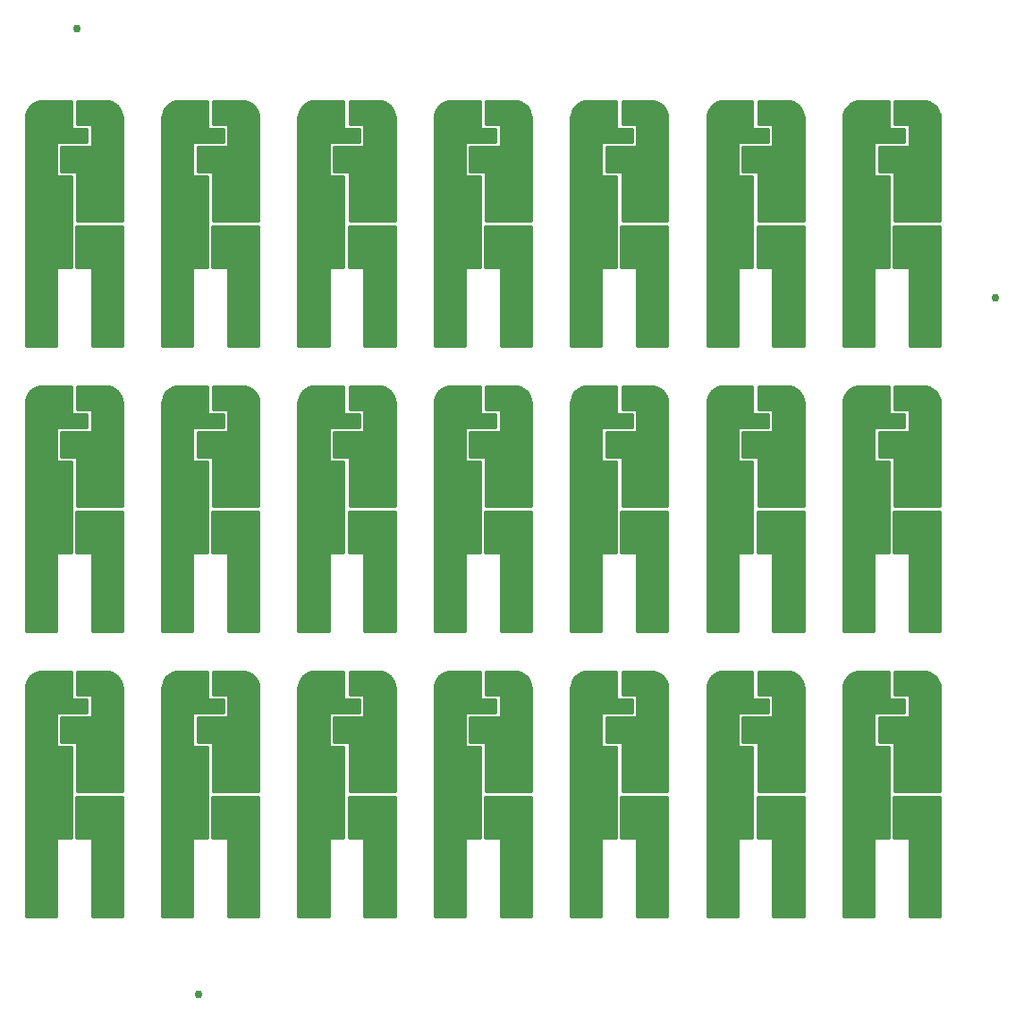
<source format=gbr>
G04 #@! TF.GenerationSoftware,KiCad,Pcbnew,(5.1.5)-3*
G04 #@! TF.CreationDate,2020-06-10T08:11:37+03:00*
G04 #@! TF.ProjectId,noname,6e6f6e61-6d65-42e6-9b69-6361645f7063,rev?*
G04 #@! TF.SameCoordinates,Original*
G04 #@! TF.FileFunction,Copper,L1,Top*
G04 #@! TF.FilePolarity,Positive*
%FSLAX46Y46*%
G04 Gerber Fmt 4.6, Leading zero omitted, Abs format (unit mm)*
G04 Created by KiCad (PCBNEW (5.1.5)-3) date 2020-06-10 08:11:37*
%MOMM*%
%LPD*%
G04 APERTURE LIST*
%ADD10C,0.100000*%
%ADD11R,2.200000X1.250000*%
%ADD12R,2.200000X2.200000*%
%ADD13C,0.750000*%
%ADD14C,0.800000*%
%ADD15C,0.254000*%
G04 APERTURE END LIST*
G04 #@! TA.AperFunction,SMDPad,CuDef*
D10*
G36*
X146849504Y-116526204D02*
G01*
X146873773Y-116529804D01*
X146897571Y-116535765D01*
X146920671Y-116544030D01*
X146942849Y-116554520D01*
X146963893Y-116567133D01*
X146983598Y-116581747D01*
X147001777Y-116598223D01*
X147018253Y-116616402D01*
X147032867Y-116636107D01*
X147045480Y-116657151D01*
X147055970Y-116679329D01*
X147064235Y-116702429D01*
X147070196Y-116726227D01*
X147073796Y-116750496D01*
X147075000Y-116775000D01*
X147075000Y-118025000D01*
X147073796Y-118049504D01*
X147070196Y-118073773D01*
X147064235Y-118097571D01*
X147055970Y-118120671D01*
X147045480Y-118142849D01*
X147032867Y-118163893D01*
X147018253Y-118183598D01*
X147001777Y-118201777D01*
X146983598Y-118218253D01*
X146963893Y-118232867D01*
X146942849Y-118245480D01*
X146920671Y-118255970D01*
X146897571Y-118264235D01*
X146873773Y-118270196D01*
X146849504Y-118273796D01*
X146825000Y-118275000D01*
X146075000Y-118275000D01*
X146050496Y-118273796D01*
X146026227Y-118270196D01*
X146002429Y-118264235D01*
X145979329Y-118255970D01*
X145957151Y-118245480D01*
X145936107Y-118232867D01*
X145916402Y-118218253D01*
X145898223Y-118201777D01*
X145881747Y-118183598D01*
X145867133Y-118163893D01*
X145854520Y-118142849D01*
X145844030Y-118120671D01*
X145835765Y-118097571D01*
X145829804Y-118073773D01*
X145826204Y-118049504D01*
X145825000Y-118025000D01*
X145825000Y-116775000D01*
X145826204Y-116750496D01*
X145829804Y-116726227D01*
X145835765Y-116702429D01*
X145844030Y-116679329D01*
X145854520Y-116657151D01*
X145867133Y-116636107D01*
X145881747Y-116616402D01*
X145898223Y-116598223D01*
X145916402Y-116581747D01*
X145936107Y-116567133D01*
X145957151Y-116554520D01*
X145979329Y-116544030D01*
X146002429Y-116535765D01*
X146026227Y-116529804D01*
X146050496Y-116526204D01*
X146075000Y-116525000D01*
X146825000Y-116525000D01*
X146849504Y-116526204D01*
G37*
G04 #@! TD.AperFunction*
G04 #@! TA.AperFunction,SMDPad,CuDef*
G36*
X149649504Y-116526204D02*
G01*
X149673773Y-116529804D01*
X149697571Y-116535765D01*
X149720671Y-116544030D01*
X149742849Y-116554520D01*
X149763893Y-116567133D01*
X149783598Y-116581747D01*
X149801777Y-116598223D01*
X149818253Y-116616402D01*
X149832867Y-116636107D01*
X149845480Y-116657151D01*
X149855970Y-116679329D01*
X149864235Y-116702429D01*
X149870196Y-116726227D01*
X149873796Y-116750496D01*
X149875000Y-116775000D01*
X149875000Y-118025000D01*
X149873796Y-118049504D01*
X149870196Y-118073773D01*
X149864235Y-118097571D01*
X149855970Y-118120671D01*
X149845480Y-118142849D01*
X149832867Y-118163893D01*
X149818253Y-118183598D01*
X149801777Y-118201777D01*
X149783598Y-118218253D01*
X149763893Y-118232867D01*
X149742849Y-118245480D01*
X149720671Y-118255970D01*
X149697571Y-118264235D01*
X149673773Y-118270196D01*
X149649504Y-118273796D01*
X149625000Y-118275000D01*
X148875000Y-118275000D01*
X148850496Y-118273796D01*
X148826227Y-118270196D01*
X148802429Y-118264235D01*
X148779329Y-118255970D01*
X148757151Y-118245480D01*
X148736107Y-118232867D01*
X148716402Y-118218253D01*
X148698223Y-118201777D01*
X148681747Y-118183598D01*
X148667133Y-118163893D01*
X148654520Y-118142849D01*
X148644030Y-118120671D01*
X148635765Y-118097571D01*
X148629804Y-118073773D01*
X148626204Y-118049504D01*
X148625000Y-118025000D01*
X148625000Y-116775000D01*
X148626204Y-116750496D01*
X148629804Y-116726227D01*
X148635765Y-116702429D01*
X148644030Y-116679329D01*
X148654520Y-116657151D01*
X148667133Y-116636107D01*
X148681747Y-116616402D01*
X148698223Y-116598223D01*
X148716402Y-116581747D01*
X148736107Y-116567133D01*
X148757151Y-116554520D01*
X148779329Y-116544030D01*
X148802429Y-116535765D01*
X148826227Y-116529804D01*
X148850496Y-116526204D01*
X148875000Y-116525000D01*
X149625000Y-116525000D01*
X149649504Y-116526204D01*
G37*
G04 #@! TD.AperFunction*
D11*
X173650000Y-107025000D03*
D12*
X173650000Y-109300000D03*
G04 #@! TA.AperFunction,SMDPad,CuDef*
D10*
G36*
X108149504Y-116526204D02*
G01*
X108173773Y-116529804D01*
X108197571Y-116535765D01*
X108220671Y-116544030D01*
X108242849Y-116554520D01*
X108263893Y-116567133D01*
X108283598Y-116581747D01*
X108301777Y-116598223D01*
X108318253Y-116616402D01*
X108332867Y-116636107D01*
X108345480Y-116657151D01*
X108355970Y-116679329D01*
X108364235Y-116702429D01*
X108370196Y-116726227D01*
X108373796Y-116750496D01*
X108375000Y-116775000D01*
X108375000Y-118025000D01*
X108373796Y-118049504D01*
X108370196Y-118073773D01*
X108364235Y-118097571D01*
X108355970Y-118120671D01*
X108345480Y-118142849D01*
X108332867Y-118163893D01*
X108318253Y-118183598D01*
X108301777Y-118201777D01*
X108283598Y-118218253D01*
X108263893Y-118232867D01*
X108242849Y-118245480D01*
X108220671Y-118255970D01*
X108197571Y-118264235D01*
X108173773Y-118270196D01*
X108149504Y-118273796D01*
X108125000Y-118275000D01*
X107375000Y-118275000D01*
X107350496Y-118273796D01*
X107326227Y-118270196D01*
X107302429Y-118264235D01*
X107279329Y-118255970D01*
X107257151Y-118245480D01*
X107236107Y-118232867D01*
X107216402Y-118218253D01*
X107198223Y-118201777D01*
X107181747Y-118183598D01*
X107167133Y-118163893D01*
X107154520Y-118142849D01*
X107144030Y-118120671D01*
X107135765Y-118097571D01*
X107129804Y-118073773D01*
X107126204Y-118049504D01*
X107125000Y-118025000D01*
X107125000Y-116775000D01*
X107126204Y-116750496D01*
X107129804Y-116726227D01*
X107135765Y-116702429D01*
X107144030Y-116679329D01*
X107154520Y-116657151D01*
X107167133Y-116636107D01*
X107181747Y-116616402D01*
X107198223Y-116598223D01*
X107216402Y-116581747D01*
X107236107Y-116567133D01*
X107257151Y-116554520D01*
X107279329Y-116544030D01*
X107302429Y-116535765D01*
X107326227Y-116529804D01*
X107350496Y-116526204D01*
X107375000Y-116525000D01*
X108125000Y-116525000D01*
X108149504Y-116526204D01*
G37*
G04 #@! TD.AperFunction*
G04 #@! TA.AperFunction,SMDPad,CuDef*
G36*
X110949504Y-116526204D02*
G01*
X110973773Y-116529804D01*
X110997571Y-116535765D01*
X111020671Y-116544030D01*
X111042849Y-116554520D01*
X111063893Y-116567133D01*
X111083598Y-116581747D01*
X111101777Y-116598223D01*
X111118253Y-116616402D01*
X111132867Y-116636107D01*
X111145480Y-116657151D01*
X111155970Y-116679329D01*
X111164235Y-116702429D01*
X111170196Y-116726227D01*
X111173796Y-116750496D01*
X111175000Y-116775000D01*
X111175000Y-118025000D01*
X111173796Y-118049504D01*
X111170196Y-118073773D01*
X111164235Y-118097571D01*
X111155970Y-118120671D01*
X111145480Y-118142849D01*
X111132867Y-118163893D01*
X111118253Y-118183598D01*
X111101777Y-118201777D01*
X111083598Y-118218253D01*
X111063893Y-118232867D01*
X111042849Y-118245480D01*
X111020671Y-118255970D01*
X110997571Y-118264235D01*
X110973773Y-118270196D01*
X110949504Y-118273796D01*
X110925000Y-118275000D01*
X110175000Y-118275000D01*
X110150496Y-118273796D01*
X110126227Y-118270196D01*
X110102429Y-118264235D01*
X110079329Y-118255970D01*
X110057151Y-118245480D01*
X110036107Y-118232867D01*
X110016402Y-118218253D01*
X109998223Y-118201777D01*
X109981747Y-118183598D01*
X109967133Y-118163893D01*
X109954520Y-118142849D01*
X109944030Y-118120671D01*
X109935765Y-118097571D01*
X109929804Y-118073773D01*
X109926204Y-118049504D01*
X109925000Y-118025000D01*
X109925000Y-116775000D01*
X109926204Y-116750496D01*
X109929804Y-116726227D01*
X109935765Y-116702429D01*
X109944030Y-116679329D01*
X109954520Y-116657151D01*
X109967133Y-116636107D01*
X109981747Y-116616402D01*
X109998223Y-116598223D01*
X110016402Y-116581747D01*
X110036107Y-116567133D01*
X110057151Y-116554520D01*
X110079329Y-116544030D01*
X110102429Y-116535765D01*
X110126227Y-116529804D01*
X110150496Y-116526204D01*
X110175000Y-116525000D01*
X110925000Y-116525000D01*
X110949504Y-116526204D01*
G37*
G04 #@! TD.AperFunction*
G04 #@! TA.AperFunction,SMDPad,CuDef*
G36*
X133949504Y-116526204D02*
G01*
X133973773Y-116529804D01*
X133997571Y-116535765D01*
X134020671Y-116544030D01*
X134042849Y-116554520D01*
X134063893Y-116567133D01*
X134083598Y-116581747D01*
X134101777Y-116598223D01*
X134118253Y-116616402D01*
X134132867Y-116636107D01*
X134145480Y-116657151D01*
X134155970Y-116679329D01*
X134164235Y-116702429D01*
X134170196Y-116726227D01*
X134173796Y-116750496D01*
X134175000Y-116775000D01*
X134175000Y-118025000D01*
X134173796Y-118049504D01*
X134170196Y-118073773D01*
X134164235Y-118097571D01*
X134155970Y-118120671D01*
X134145480Y-118142849D01*
X134132867Y-118163893D01*
X134118253Y-118183598D01*
X134101777Y-118201777D01*
X134083598Y-118218253D01*
X134063893Y-118232867D01*
X134042849Y-118245480D01*
X134020671Y-118255970D01*
X133997571Y-118264235D01*
X133973773Y-118270196D01*
X133949504Y-118273796D01*
X133925000Y-118275000D01*
X133175000Y-118275000D01*
X133150496Y-118273796D01*
X133126227Y-118270196D01*
X133102429Y-118264235D01*
X133079329Y-118255970D01*
X133057151Y-118245480D01*
X133036107Y-118232867D01*
X133016402Y-118218253D01*
X132998223Y-118201777D01*
X132981747Y-118183598D01*
X132967133Y-118163893D01*
X132954520Y-118142849D01*
X132944030Y-118120671D01*
X132935765Y-118097571D01*
X132929804Y-118073773D01*
X132926204Y-118049504D01*
X132925000Y-118025000D01*
X132925000Y-116775000D01*
X132926204Y-116750496D01*
X132929804Y-116726227D01*
X132935765Y-116702429D01*
X132944030Y-116679329D01*
X132954520Y-116657151D01*
X132967133Y-116636107D01*
X132981747Y-116616402D01*
X132998223Y-116598223D01*
X133016402Y-116581747D01*
X133036107Y-116567133D01*
X133057151Y-116554520D01*
X133079329Y-116544030D01*
X133102429Y-116535765D01*
X133126227Y-116529804D01*
X133150496Y-116526204D01*
X133175000Y-116525000D01*
X133925000Y-116525000D01*
X133949504Y-116526204D01*
G37*
G04 #@! TD.AperFunction*
G04 #@! TA.AperFunction,SMDPad,CuDef*
G36*
X136749504Y-116526204D02*
G01*
X136773773Y-116529804D01*
X136797571Y-116535765D01*
X136820671Y-116544030D01*
X136842849Y-116554520D01*
X136863893Y-116567133D01*
X136883598Y-116581747D01*
X136901777Y-116598223D01*
X136918253Y-116616402D01*
X136932867Y-116636107D01*
X136945480Y-116657151D01*
X136955970Y-116679329D01*
X136964235Y-116702429D01*
X136970196Y-116726227D01*
X136973796Y-116750496D01*
X136975000Y-116775000D01*
X136975000Y-118025000D01*
X136973796Y-118049504D01*
X136970196Y-118073773D01*
X136964235Y-118097571D01*
X136955970Y-118120671D01*
X136945480Y-118142849D01*
X136932867Y-118163893D01*
X136918253Y-118183598D01*
X136901777Y-118201777D01*
X136883598Y-118218253D01*
X136863893Y-118232867D01*
X136842849Y-118245480D01*
X136820671Y-118255970D01*
X136797571Y-118264235D01*
X136773773Y-118270196D01*
X136749504Y-118273796D01*
X136725000Y-118275000D01*
X135975000Y-118275000D01*
X135950496Y-118273796D01*
X135926227Y-118270196D01*
X135902429Y-118264235D01*
X135879329Y-118255970D01*
X135857151Y-118245480D01*
X135836107Y-118232867D01*
X135816402Y-118218253D01*
X135798223Y-118201777D01*
X135781747Y-118183598D01*
X135767133Y-118163893D01*
X135754520Y-118142849D01*
X135744030Y-118120671D01*
X135735765Y-118097571D01*
X135729804Y-118073773D01*
X135726204Y-118049504D01*
X135725000Y-118025000D01*
X135725000Y-116775000D01*
X135726204Y-116750496D01*
X135729804Y-116726227D01*
X135735765Y-116702429D01*
X135744030Y-116679329D01*
X135754520Y-116657151D01*
X135767133Y-116636107D01*
X135781747Y-116616402D01*
X135798223Y-116598223D01*
X135816402Y-116581747D01*
X135836107Y-116567133D01*
X135857151Y-116554520D01*
X135879329Y-116544030D01*
X135902429Y-116535765D01*
X135926227Y-116529804D01*
X135950496Y-116526204D01*
X135975000Y-116525000D01*
X136725000Y-116525000D01*
X136749504Y-116526204D01*
G37*
G04 #@! TD.AperFunction*
G04 #@! TA.AperFunction,SMDPad,CuDef*
G36*
X172649504Y-116526204D02*
G01*
X172673773Y-116529804D01*
X172697571Y-116535765D01*
X172720671Y-116544030D01*
X172742849Y-116554520D01*
X172763893Y-116567133D01*
X172783598Y-116581747D01*
X172801777Y-116598223D01*
X172818253Y-116616402D01*
X172832867Y-116636107D01*
X172845480Y-116657151D01*
X172855970Y-116679329D01*
X172864235Y-116702429D01*
X172870196Y-116726227D01*
X172873796Y-116750496D01*
X172875000Y-116775000D01*
X172875000Y-118025000D01*
X172873796Y-118049504D01*
X172870196Y-118073773D01*
X172864235Y-118097571D01*
X172855970Y-118120671D01*
X172845480Y-118142849D01*
X172832867Y-118163893D01*
X172818253Y-118183598D01*
X172801777Y-118201777D01*
X172783598Y-118218253D01*
X172763893Y-118232867D01*
X172742849Y-118245480D01*
X172720671Y-118255970D01*
X172697571Y-118264235D01*
X172673773Y-118270196D01*
X172649504Y-118273796D01*
X172625000Y-118275000D01*
X171875000Y-118275000D01*
X171850496Y-118273796D01*
X171826227Y-118270196D01*
X171802429Y-118264235D01*
X171779329Y-118255970D01*
X171757151Y-118245480D01*
X171736107Y-118232867D01*
X171716402Y-118218253D01*
X171698223Y-118201777D01*
X171681747Y-118183598D01*
X171667133Y-118163893D01*
X171654520Y-118142849D01*
X171644030Y-118120671D01*
X171635765Y-118097571D01*
X171629804Y-118073773D01*
X171626204Y-118049504D01*
X171625000Y-118025000D01*
X171625000Y-116775000D01*
X171626204Y-116750496D01*
X171629804Y-116726227D01*
X171635765Y-116702429D01*
X171644030Y-116679329D01*
X171654520Y-116657151D01*
X171667133Y-116636107D01*
X171681747Y-116616402D01*
X171698223Y-116598223D01*
X171716402Y-116581747D01*
X171736107Y-116567133D01*
X171757151Y-116554520D01*
X171779329Y-116544030D01*
X171802429Y-116535765D01*
X171826227Y-116529804D01*
X171850496Y-116526204D01*
X171875000Y-116525000D01*
X172625000Y-116525000D01*
X172649504Y-116526204D01*
G37*
G04 #@! TD.AperFunction*
G04 #@! TA.AperFunction,SMDPad,CuDef*
G36*
X175449504Y-116526204D02*
G01*
X175473773Y-116529804D01*
X175497571Y-116535765D01*
X175520671Y-116544030D01*
X175542849Y-116554520D01*
X175563893Y-116567133D01*
X175583598Y-116581747D01*
X175601777Y-116598223D01*
X175618253Y-116616402D01*
X175632867Y-116636107D01*
X175645480Y-116657151D01*
X175655970Y-116679329D01*
X175664235Y-116702429D01*
X175670196Y-116726227D01*
X175673796Y-116750496D01*
X175675000Y-116775000D01*
X175675000Y-118025000D01*
X175673796Y-118049504D01*
X175670196Y-118073773D01*
X175664235Y-118097571D01*
X175655970Y-118120671D01*
X175645480Y-118142849D01*
X175632867Y-118163893D01*
X175618253Y-118183598D01*
X175601777Y-118201777D01*
X175583598Y-118218253D01*
X175563893Y-118232867D01*
X175542849Y-118245480D01*
X175520671Y-118255970D01*
X175497571Y-118264235D01*
X175473773Y-118270196D01*
X175449504Y-118273796D01*
X175425000Y-118275000D01*
X174675000Y-118275000D01*
X174650496Y-118273796D01*
X174626227Y-118270196D01*
X174602429Y-118264235D01*
X174579329Y-118255970D01*
X174557151Y-118245480D01*
X174536107Y-118232867D01*
X174516402Y-118218253D01*
X174498223Y-118201777D01*
X174481747Y-118183598D01*
X174467133Y-118163893D01*
X174454520Y-118142849D01*
X174444030Y-118120671D01*
X174435765Y-118097571D01*
X174429804Y-118073773D01*
X174426204Y-118049504D01*
X174425000Y-118025000D01*
X174425000Y-116775000D01*
X174426204Y-116750496D01*
X174429804Y-116726227D01*
X174435765Y-116702429D01*
X174444030Y-116679329D01*
X174454520Y-116657151D01*
X174467133Y-116636107D01*
X174481747Y-116616402D01*
X174498223Y-116598223D01*
X174516402Y-116581747D01*
X174536107Y-116567133D01*
X174557151Y-116554520D01*
X174579329Y-116544030D01*
X174602429Y-116535765D01*
X174626227Y-116529804D01*
X174650496Y-116526204D01*
X174675000Y-116525000D01*
X175425000Y-116525000D01*
X175449504Y-116526204D01*
G37*
G04 #@! TD.AperFunction*
G04 #@! TA.AperFunction,SMDPad,CuDef*
G36*
X159749504Y-116526204D02*
G01*
X159773773Y-116529804D01*
X159797571Y-116535765D01*
X159820671Y-116544030D01*
X159842849Y-116554520D01*
X159863893Y-116567133D01*
X159883598Y-116581747D01*
X159901777Y-116598223D01*
X159918253Y-116616402D01*
X159932867Y-116636107D01*
X159945480Y-116657151D01*
X159955970Y-116679329D01*
X159964235Y-116702429D01*
X159970196Y-116726227D01*
X159973796Y-116750496D01*
X159975000Y-116775000D01*
X159975000Y-118025000D01*
X159973796Y-118049504D01*
X159970196Y-118073773D01*
X159964235Y-118097571D01*
X159955970Y-118120671D01*
X159945480Y-118142849D01*
X159932867Y-118163893D01*
X159918253Y-118183598D01*
X159901777Y-118201777D01*
X159883598Y-118218253D01*
X159863893Y-118232867D01*
X159842849Y-118245480D01*
X159820671Y-118255970D01*
X159797571Y-118264235D01*
X159773773Y-118270196D01*
X159749504Y-118273796D01*
X159725000Y-118275000D01*
X158975000Y-118275000D01*
X158950496Y-118273796D01*
X158926227Y-118270196D01*
X158902429Y-118264235D01*
X158879329Y-118255970D01*
X158857151Y-118245480D01*
X158836107Y-118232867D01*
X158816402Y-118218253D01*
X158798223Y-118201777D01*
X158781747Y-118183598D01*
X158767133Y-118163893D01*
X158754520Y-118142849D01*
X158744030Y-118120671D01*
X158735765Y-118097571D01*
X158729804Y-118073773D01*
X158726204Y-118049504D01*
X158725000Y-118025000D01*
X158725000Y-116775000D01*
X158726204Y-116750496D01*
X158729804Y-116726227D01*
X158735765Y-116702429D01*
X158744030Y-116679329D01*
X158754520Y-116657151D01*
X158767133Y-116636107D01*
X158781747Y-116616402D01*
X158798223Y-116598223D01*
X158816402Y-116581747D01*
X158836107Y-116567133D01*
X158857151Y-116554520D01*
X158879329Y-116544030D01*
X158902429Y-116535765D01*
X158926227Y-116529804D01*
X158950496Y-116526204D01*
X158975000Y-116525000D01*
X159725000Y-116525000D01*
X159749504Y-116526204D01*
G37*
G04 #@! TD.AperFunction*
G04 #@! TA.AperFunction,SMDPad,CuDef*
G36*
X162549504Y-116526204D02*
G01*
X162573773Y-116529804D01*
X162597571Y-116535765D01*
X162620671Y-116544030D01*
X162642849Y-116554520D01*
X162663893Y-116567133D01*
X162683598Y-116581747D01*
X162701777Y-116598223D01*
X162718253Y-116616402D01*
X162732867Y-116636107D01*
X162745480Y-116657151D01*
X162755970Y-116679329D01*
X162764235Y-116702429D01*
X162770196Y-116726227D01*
X162773796Y-116750496D01*
X162775000Y-116775000D01*
X162775000Y-118025000D01*
X162773796Y-118049504D01*
X162770196Y-118073773D01*
X162764235Y-118097571D01*
X162755970Y-118120671D01*
X162745480Y-118142849D01*
X162732867Y-118163893D01*
X162718253Y-118183598D01*
X162701777Y-118201777D01*
X162683598Y-118218253D01*
X162663893Y-118232867D01*
X162642849Y-118245480D01*
X162620671Y-118255970D01*
X162597571Y-118264235D01*
X162573773Y-118270196D01*
X162549504Y-118273796D01*
X162525000Y-118275000D01*
X161775000Y-118275000D01*
X161750496Y-118273796D01*
X161726227Y-118270196D01*
X161702429Y-118264235D01*
X161679329Y-118255970D01*
X161657151Y-118245480D01*
X161636107Y-118232867D01*
X161616402Y-118218253D01*
X161598223Y-118201777D01*
X161581747Y-118183598D01*
X161567133Y-118163893D01*
X161554520Y-118142849D01*
X161544030Y-118120671D01*
X161535765Y-118097571D01*
X161529804Y-118073773D01*
X161526204Y-118049504D01*
X161525000Y-118025000D01*
X161525000Y-116775000D01*
X161526204Y-116750496D01*
X161529804Y-116726227D01*
X161535765Y-116702429D01*
X161544030Y-116679329D01*
X161554520Y-116657151D01*
X161567133Y-116636107D01*
X161581747Y-116616402D01*
X161598223Y-116598223D01*
X161616402Y-116581747D01*
X161636107Y-116567133D01*
X161657151Y-116554520D01*
X161679329Y-116544030D01*
X161702429Y-116535765D01*
X161726227Y-116529804D01*
X161750496Y-116526204D01*
X161775000Y-116525000D01*
X162525000Y-116525000D01*
X162549504Y-116526204D01*
G37*
G04 #@! TD.AperFunction*
D11*
X160750000Y-107025000D03*
D12*
X160750000Y-109300000D03*
D11*
X109150000Y-107025000D03*
D12*
X109150000Y-109300000D03*
G04 #@! TA.AperFunction,SMDPad,CuDef*
D10*
G36*
X121049504Y-116526204D02*
G01*
X121073773Y-116529804D01*
X121097571Y-116535765D01*
X121120671Y-116544030D01*
X121142849Y-116554520D01*
X121163893Y-116567133D01*
X121183598Y-116581747D01*
X121201777Y-116598223D01*
X121218253Y-116616402D01*
X121232867Y-116636107D01*
X121245480Y-116657151D01*
X121255970Y-116679329D01*
X121264235Y-116702429D01*
X121270196Y-116726227D01*
X121273796Y-116750496D01*
X121275000Y-116775000D01*
X121275000Y-118025000D01*
X121273796Y-118049504D01*
X121270196Y-118073773D01*
X121264235Y-118097571D01*
X121255970Y-118120671D01*
X121245480Y-118142849D01*
X121232867Y-118163893D01*
X121218253Y-118183598D01*
X121201777Y-118201777D01*
X121183598Y-118218253D01*
X121163893Y-118232867D01*
X121142849Y-118245480D01*
X121120671Y-118255970D01*
X121097571Y-118264235D01*
X121073773Y-118270196D01*
X121049504Y-118273796D01*
X121025000Y-118275000D01*
X120275000Y-118275000D01*
X120250496Y-118273796D01*
X120226227Y-118270196D01*
X120202429Y-118264235D01*
X120179329Y-118255970D01*
X120157151Y-118245480D01*
X120136107Y-118232867D01*
X120116402Y-118218253D01*
X120098223Y-118201777D01*
X120081747Y-118183598D01*
X120067133Y-118163893D01*
X120054520Y-118142849D01*
X120044030Y-118120671D01*
X120035765Y-118097571D01*
X120029804Y-118073773D01*
X120026204Y-118049504D01*
X120025000Y-118025000D01*
X120025000Y-116775000D01*
X120026204Y-116750496D01*
X120029804Y-116726227D01*
X120035765Y-116702429D01*
X120044030Y-116679329D01*
X120054520Y-116657151D01*
X120067133Y-116636107D01*
X120081747Y-116616402D01*
X120098223Y-116598223D01*
X120116402Y-116581747D01*
X120136107Y-116567133D01*
X120157151Y-116554520D01*
X120179329Y-116544030D01*
X120202429Y-116535765D01*
X120226227Y-116529804D01*
X120250496Y-116526204D01*
X120275000Y-116525000D01*
X121025000Y-116525000D01*
X121049504Y-116526204D01*
G37*
G04 #@! TD.AperFunction*
G04 #@! TA.AperFunction,SMDPad,CuDef*
G36*
X123849504Y-116526204D02*
G01*
X123873773Y-116529804D01*
X123897571Y-116535765D01*
X123920671Y-116544030D01*
X123942849Y-116554520D01*
X123963893Y-116567133D01*
X123983598Y-116581747D01*
X124001777Y-116598223D01*
X124018253Y-116616402D01*
X124032867Y-116636107D01*
X124045480Y-116657151D01*
X124055970Y-116679329D01*
X124064235Y-116702429D01*
X124070196Y-116726227D01*
X124073796Y-116750496D01*
X124075000Y-116775000D01*
X124075000Y-118025000D01*
X124073796Y-118049504D01*
X124070196Y-118073773D01*
X124064235Y-118097571D01*
X124055970Y-118120671D01*
X124045480Y-118142849D01*
X124032867Y-118163893D01*
X124018253Y-118183598D01*
X124001777Y-118201777D01*
X123983598Y-118218253D01*
X123963893Y-118232867D01*
X123942849Y-118245480D01*
X123920671Y-118255970D01*
X123897571Y-118264235D01*
X123873773Y-118270196D01*
X123849504Y-118273796D01*
X123825000Y-118275000D01*
X123075000Y-118275000D01*
X123050496Y-118273796D01*
X123026227Y-118270196D01*
X123002429Y-118264235D01*
X122979329Y-118255970D01*
X122957151Y-118245480D01*
X122936107Y-118232867D01*
X122916402Y-118218253D01*
X122898223Y-118201777D01*
X122881747Y-118183598D01*
X122867133Y-118163893D01*
X122854520Y-118142849D01*
X122844030Y-118120671D01*
X122835765Y-118097571D01*
X122829804Y-118073773D01*
X122826204Y-118049504D01*
X122825000Y-118025000D01*
X122825000Y-116775000D01*
X122826204Y-116750496D01*
X122829804Y-116726227D01*
X122835765Y-116702429D01*
X122844030Y-116679329D01*
X122854520Y-116657151D01*
X122867133Y-116636107D01*
X122881747Y-116616402D01*
X122898223Y-116598223D01*
X122916402Y-116581747D01*
X122936107Y-116567133D01*
X122957151Y-116554520D01*
X122979329Y-116544030D01*
X123002429Y-116535765D01*
X123026227Y-116529804D01*
X123050496Y-116526204D01*
X123075000Y-116525000D01*
X123825000Y-116525000D01*
X123849504Y-116526204D01*
G37*
G04 #@! TD.AperFunction*
D11*
X147850000Y-107025000D03*
D12*
X147850000Y-109300000D03*
D11*
X134950000Y-107025000D03*
D12*
X134950000Y-109300000D03*
D11*
X122050000Y-107025000D03*
D12*
X122050000Y-109300000D03*
G04 #@! TA.AperFunction,SMDPad,CuDef*
D10*
G36*
X98049504Y-116526204D02*
G01*
X98073773Y-116529804D01*
X98097571Y-116535765D01*
X98120671Y-116544030D01*
X98142849Y-116554520D01*
X98163893Y-116567133D01*
X98183598Y-116581747D01*
X98201777Y-116598223D01*
X98218253Y-116616402D01*
X98232867Y-116636107D01*
X98245480Y-116657151D01*
X98255970Y-116679329D01*
X98264235Y-116702429D01*
X98270196Y-116726227D01*
X98273796Y-116750496D01*
X98275000Y-116775000D01*
X98275000Y-118025000D01*
X98273796Y-118049504D01*
X98270196Y-118073773D01*
X98264235Y-118097571D01*
X98255970Y-118120671D01*
X98245480Y-118142849D01*
X98232867Y-118163893D01*
X98218253Y-118183598D01*
X98201777Y-118201777D01*
X98183598Y-118218253D01*
X98163893Y-118232867D01*
X98142849Y-118245480D01*
X98120671Y-118255970D01*
X98097571Y-118264235D01*
X98073773Y-118270196D01*
X98049504Y-118273796D01*
X98025000Y-118275000D01*
X97275000Y-118275000D01*
X97250496Y-118273796D01*
X97226227Y-118270196D01*
X97202429Y-118264235D01*
X97179329Y-118255970D01*
X97157151Y-118245480D01*
X97136107Y-118232867D01*
X97116402Y-118218253D01*
X97098223Y-118201777D01*
X97081747Y-118183598D01*
X97067133Y-118163893D01*
X97054520Y-118142849D01*
X97044030Y-118120671D01*
X97035765Y-118097571D01*
X97029804Y-118073773D01*
X97026204Y-118049504D01*
X97025000Y-118025000D01*
X97025000Y-116775000D01*
X97026204Y-116750496D01*
X97029804Y-116726227D01*
X97035765Y-116702429D01*
X97044030Y-116679329D01*
X97054520Y-116657151D01*
X97067133Y-116636107D01*
X97081747Y-116616402D01*
X97098223Y-116598223D01*
X97116402Y-116581747D01*
X97136107Y-116567133D01*
X97157151Y-116554520D01*
X97179329Y-116544030D01*
X97202429Y-116535765D01*
X97226227Y-116529804D01*
X97250496Y-116526204D01*
X97275000Y-116525000D01*
X98025000Y-116525000D01*
X98049504Y-116526204D01*
G37*
G04 #@! TD.AperFunction*
G04 #@! TA.AperFunction,SMDPad,CuDef*
G36*
X95249504Y-116526204D02*
G01*
X95273773Y-116529804D01*
X95297571Y-116535765D01*
X95320671Y-116544030D01*
X95342849Y-116554520D01*
X95363893Y-116567133D01*
X95383598Y-116581747D01*
X95401777Y-116598223D01*
X95418253Y-116616402D01*
X95432867Y-116636107D01*
X95445480Y-116657151D01*
X95455970Y-116679329D01*
X95464235Y-116702429D01*
X95470196Y-116726227D01*
X95473796Y-116750496D01*
X95475000Y-116775000D01*
X95475000Y-118025000D01*
X95473796Y-118049504D01*
X95470196Y-118073773D01*
X95464235Y-118097571D01*
X95455970Y-118120671D01*
X95445480Y-118142849D01*
X95432867Y-118163893D01*
X95418253Y-118183598D01*
X95401777Y-118201777D01*
X95383598Y-118218253D01*
X95363893Y-118232867D01*
X95342849Y-118245480D01*
X95320671Y-118255970D01*
X95297571Y-118264235D01*
X95273773Y-118270196D01*
X95249504Y-118273796D01*
X95225000Y-118275000D01*
X94475000Y-118275000D01*
X94450496Y-118273796D01*
X94426227Y-118270196D01*
X94402429Y-118264235D01*
X94379329Y-118255970D01*
X94357151Y-118245480D01*
X94336107Y-118232867D01*
X94316402Y-118218253D01*
X94298223Y-118201777D01*
X94281747Y-118183598D01*
X94267133Y-118163893D01*
X94254520Y-118142849D01*
X94244030Y-118120671D01*
X94235765Y-118097571D01*
X94229804Y-118073773D01*
X94226204Y-118049504D01*
X94225000Y-118025000D01*
X94225000Y-116775000D01*
X94226204Y-116750496D01*
X94229804Y-116726227D01*
X94235765Y-116702429D01*
X94244030Y-116679329D01*
X94254520Y-116657151D01*
X94267133Y-116636107D01*
X94281747Y-116616402D01*
X94298223Y-116598223D01*
X94316402Y-116581747D01*
X94336107Y-116567133D01*
X94357151Y-116554520D01*
X94379329Y-116544030D01*
X94402429Y-116535765D01*
X94426227Y-116529804D01*
X94450496Y-116526204D01*
X94475000Y-116525000D01*
X95225000Y-116525000D01*
X95249504Y-116526204D01*
G37*
G04 #@! TD.AperFunction*
D12*
X96250000Y-109300000D03*
D11*
X96250000Y-107025000D03*
G04 #@! TA.AperFunction,SMDPad,CuDef*
D10*
G36*
X136749504Y-89526204D02*
G01*
X136773773Y-89529804D01*
X136797571Y-89535765D01*
X136820671Y-89544030D01*
X136842849Y-89554520D01*
X136863893Y-89567133D01*
X136883598Y-89581747D01*
X136901777Y-89598223D01*
X136918253Y-89616402D01*
X136932867Y-89636107D01*
X136945480Y-89657151D01*
X136955970Y-89679329D01*
X136964235Y-89702429D01*
X136970196Y-89726227D01*
X136973796Y-89750496D01*
X136975000Y-89775000D01*
X136975000Y-91025000D01*
X136973796Y-91049504D01*
X136970196Y-91073773D01*
X136964235Y-91097571D01*
X136955970Y-91120671D01*
X136945480Y-91142849D01*
X136932867Y-91163893D01*
X136918253Y-91183598D01*
X136901777Y-91201777D01*
X136883598Y-91218253D01*
X136863893Y-91232867D01*
X136842849Y-91245480D01*
X136820671Y-91255970D01*
X136797571Y-91264235D01*
X136773773Y-91270196D01*
X136749504Y-91273796D01*
X136725000Y-91275000D01*
X135975000Y-91275000D01*
X135950496Y-91273796D01*
X135926227Y-91270196D01*
X135902429Y-91264235D01*
X135879329Y-91255970D01*
X135857151Y-91245480D01*
X135836107Y-91232867D01*
X135816402Y-91218253D01*
X135798223Y-91201777D01*
X135781747Y-91183598D01*
X135767133Y-91163893D01*
X135754520Y-91142849D01*
X135744030Y-91120671D01*
X135735765Y-91097571D01*
X135729804Y-91073773D01*
X135726204Y-91049504D01*
X135725000Y-91025000D01*
X135725000Y-89775000D01*
X135726204Y-89750496D01*
X135729804Y-89726227D01*
X135735765Y-89702429D01*
X135744030Y-89679329D01*
X135754520Y-89657151D01*
X135767133Y-89636107D01*
X135781747Y-89616402D01*
X135798223Y-89598223D01*
X135816402Y-89581747D01*
X135836107Y-89567133D01*
X135857151Y-89554520D01*
X135879329Y-89544030D01*
X135902429Y-89535765D01*
X135926227Y-89529804D01*
X135950496Y-89526204D01*
X135975000Y-89525000D01*
X136725000Y-89525000D01*
X136749504Y-89526204D01*
G37*
G04 #@! TD.AperFunction*
G04 #@! TA.AperFunction,SMDPad,CuDef*
G36*
X133949504Y-89526204D02*
G01*
X133973773Y-89529804D01*
X133997571Y-89535765D01*
X134020671Y-89544030D01*
X134042849Y-89554520D01*
X134063893Y-89567133D01*
X134083598Y-89581747D01*
X134101777Y-89598223D01*
X134118253Y-89616402D01*
X134132867Y-89636107D01*
X134145480Y-89657151D01*
X134155970Y-89679329D01*
X134164235Y-89702429D01*
X134170196Y-89726227D01*
X134173796Y-89750496D01*
X134175000Y-89775000D01*
X134175000Y-91025000D01*
X134173796Y-91049504D01*
X134170196Y-91073773D01*
X134164235Y-91097571D01*
X134155970Y-91120671D01*
X134145480Y-91142849D01*
X134132867Y-91163893D01*
X134118253Y-91183598D01*
X134101777Y-91201777D01*
X134083598Y-91218253D01*
X134063893Y-91232867D01*
X134042849Y-91245480D01*
X134020671Y-91255970D01*
X133997571Y-91264235D01*
X133973773Y-91270196D01*
X133949504Y-91273796D01*
X133925000Y-91275000D01*
X133175000Y-91275000D01*
X133150496Y-91273796D01*
X133126227Y-91270196D01*
X133102429Y-91264235D01*
X133079329Y-91255970D01*
X133057151Y-91245480D01*
X133036107Y-91232867D01*
X133016402Y-91218253D01*
X132998223Y-91201777D01*
X132981747Y-91183598D01*
X132967133Y-91163893D01*
X132954520Y-91142849D01*
X132944030Y-91120671D01*
X132935765Y-91097571D01*
X132929804Y-91073773D01*
X132926204Y-91049504D01*
X132925000Y-91025000D01*
X132925000Y-89775000D01*
X132926204Y-89750496D01*
X132929804Y-89726227D01*
X132935765Y-89702429D01*
X132944030Y-89679329D01*
X132954520Y-89657151D01*
X132967133Y-89636107D01*
X132981747Y-89616402D01*
X132998223Y-89598223D01*
X133016402Y-89581747D01*
X133036107Y-89567133D01*
X133057151Y-89554520D01*
X133079329Y-89544030D01*
X133102429Y-89535765D01*
X133126227Y-89529804D01*
X133150496Y-89526204D01*
X133175000Y-89525000D01*
X133925000Y-89525000D01*
X133949504Y-89526204D01*
G37*
G04 #@! TD.AperFunction*
G04 #@! TA.AperFunction,SMDPad,CuDef*
G36*
X110949504Y-89526204D02*
G01*
X110973773Y-89529804D01*
X110997571Y-89535765D01*
X111020671Y-89544030D01*
X111042849Y-89554520D01*
X111063893Y-89567133D01*
X111083598Y-89581747D01*
X111101777Y-89598223D01*
X111118253Y-89616402D01*
X111132867Y-89636107D01*
X111145480Y-89657151D01*
X111155970Y-89679329D01*
X111164235Y-89702429D01*
X111170196Y-89726227D01*
X111173796Y-89750496D01*
X111175000Y-89775000D01*
X111175000Y-91025000D01*
X111173796Y-91049504D01*
X111170196Y-91073773D01*
X111164235Y-91097571D01*
X111155970Y-91120671D01*
X111145480Y-91142849D01*
X111132867Y-91163893D01*
X111118253Y-91183598D01*
X111101777Y-91201777D01*
X111083598Y-91218253D01*
X111063893Y-91232867D01*
X111042849Y-91245480D01*
X111020671Y-91255970D01*
X110997571Y-91264235D01*
X110973773Y-91270196D01*
X110949504Y-91273796D01*
X110925000Y-91275000D01*
X110175000Y-91275000D01*
X110150496Y-91273796D01*
X110126227Y-91270196D01*
X110102429Y-91264235D01*
X110079329Y-91255970D01*
X110057151Y-91245480D01*
X110036107Y-91232867D01*
X110016402Y-91218253D01*
X109998223Y-91201777D01*
X109981747Y-91183598D01*
X109967133Y-91163893D01*
X109954520Y-91142849D01*
X109944030Y-91120671D01*
X109935765Y-91097571D01*
X109929804Y-91073773D01*
X109926204Y-91049504D01*
X109925000Y-91025000D01*
X109925000Y-89775000D01*
X109926204Y-89750496D01*
X109929804Y-89726227D01*
X109935765Y-89702429D01*
X109944030Y-89679329D01*
X109954520Y-89657151D01*
X109967133Y-89636107D01*
X109981747Y-89616402D01*
X109998223Y-89598223D01*
X110016402Y-89581747D01*
X110036107Y-89567133D01*
X110057151Y-89554520D01*
X110079329Y-89544030D01*
X110102429Y-89535765D01*
X110126227Y-89529804D01*
X110150496Y-89526204D01*
X110175000Y-89525000D01*
X110925000Y-89525000D01*
X110949504Y-89526204D01*
G37*
G04 #@! TD.AperFunction*
G04 #@! TA.AperFunction,SMDPad,CuDef*
G36*
X108149504Y-89526204D02*
G01*
X108173773Y-89529804D01*
X108197571Y-89535765D01*
X108220671Y-89544030D01*
X108242849Y-89554520D01*
X108263893Y-89567133D01*
X108283598Y-89581747D01*
X108301777Y-89598223D01*
X108318253Y-89616402D01*
X108332867Y-89636107D01*
X108345480Y-89657151D01*
X108355970Y-89679329D01*
X108364235Y-89702429D01*
X108370196Y-89726227D01*
X108373796Y-89750496D01*
X108375000Y-89775000D01*
X108375000Y-91025000D01*
X108373796Y-91049504D01*
X108370196Y-91073773D01*
X108364235Y-91097571D01*
X108355970Y-91120671D01*
X108345480Y-91142849D01*
X108332867Y-91163893D01*
X108318253Y-91183598D01*
X108301777Y-91201777D01*
X108283598Y-91218253D01*
X108263893Y-91232867D01*
X108242849Y-91245480D01*
X108220671Y-91255970D01*
X108197571Y-91264235D01*
X108173773Y-91270196D01*
X108149504Y-91273796D01*
X108125000Y-91275000D01*
X107375000Y-91275000D01*
X107350496Y-91273796D01*
X107326227Y-91270196D01*
X107302429Y-91264235D01*
X107279329Y-91255970D01*
X107257151Y-91245480D01*
X107236107Y-91232867D01*
X107216402Y-91218253D01*
X107198223Y-91201777D01*
X107181747Y-91183598D01*
X107167133Y-91163893D01*
X107154520Y-91142849D01*
X107144030Y-91120671D01*
X107135765Y-91097571D01*
X107129804Y-91073773D01*
X107126204Y-91049504D01*
X107125000Y-91025000D01*
X107125000Y-89775000D01*
X107126204Y-89750496D01*
X107129804Y-89726227D01*
X107135765Y-89702429D01*
X107144030Y-89679329D01*
X107154520Y-89657151D01*
X107167133Y-89636107D01*
X107181747Y-89616402D01*
X107198223Y-89598223D01*
X107216402Y-89581747D01*
X107236107Y-89567133D01*
X107257151Y-89554520D01*
X107279329Y-89544030D01*
X107302429Y-89535765D01*
X107326227Y-89529804D01*
X107350496Y-89526204D01*
X107375000Y-89525000D01*
X108125000Y-89525000D01*
X108149504Y-89526204D01*
G37*
G04 #@! TD.AperFunction*
G04 #@! TA.AperFunction,SMDPad,CuDef*
G36*
X175449504Y-89526204D02*
G01*
X175473773Y-89529804D01*
X175497571Y-89535765D01*
X175520671Y-89544030D01*
X175542849Y-89554520D01*
X175563893Y-89567133D01*
X175583598Y-89581747D01*
X175601777Y-89598223D01*
X175618253Y-89616402D01*
X175632867Y-89636107D01*
X175645480Y-89657151D01*
X175655970Y-89679329D01*
X175664235Y-89702429D01*
X175670196Y-89726227D01*
X175673796Y-89750496D01*
X175675000Y-89775000D01*
X175675000Y-91025000D01*
X175673796Y-91049504D01*
X175670196Y-91073773D01*
X175664235Y-91097571D01*
X175655970Y-91120671D01*
X175645480Y-91142849D01*
X175632867Y-91163893D01*
X175618253Y-91183598D01*
X175601777Y-91201777D01*
X175583598Y-91218253D01*
X175563893Y-91232867D01*
X175542849Y-91245480D01*
X175520671Y-91255970D01*
X175497571Y-91264235D01*
X175473773Y-91270196D01*
X175449504Y-91273796D01*
X175425000Y-91275000D01*
X174675000Y-91275000D01*
X174650496Y-91273796D01*
X174626227Y-91270196D01*
X174602429Y-91264235D01*
X174579329Y-91255970D01*
X174557151Y-91245480D01*
X174536107Y-91232867D01*
X174516402Y-91218253D01*
X174498223Y-91201777D01*
X174481747Y-91183598D01*
X174467133Y-91163893D01*
X174454520Y-91142849D01*
X174444030Y-91120671D01*
X174435765Y-91097571D01*
X174429804Y-91073773D01*
X174426204Y-91049504D01*
X174425000Y-91025000D01*
X174425000Y-89775000D01*
X174426204Y-89750496D01*
X174429804Y-89726227D01*
X174435765Y-89702429D01*
X174444030Y-89679329D01*
X174454520Y-89657151D01*
X174467133Y-89636107D01*
X174481747Y-89616402D01*
X174498223Y-89598223D01*
X174516402Y-89581747D01*
X174536107Y-89567133D01*
X174557151Y-89554520D01*
X174579329Y-89544030D01*
X174602429Y-89535765D01*
X174626227Y-89529804D01*
X174650496Y-89526204D01*
X174675000Y-89525000D01*
X175425000Y-89525000D01*
X175449504Y-89526204D01*
G37*
G04 #@! TD.AperFunction*
G04 #@! TA.AperFunction,SMDPad,CuDef*
G36*
X172649504Y-89526204D02*
G01*
X172673773Y-89529804D01*
X172697571Y-89535765D01*
X172720671Y-89544030D01*
X172742849Y-89554520D01*
X172763893Y-89567133D01*
X172783598Y-89581747D01*
X172801777Y-89598223D01*
X172818253Y-89616402D01*
X172832867Y-89636107D01*
X172845480Y-89657151D01*
X172855970Y-89679329D01*
X172864235Y-89702429D01*
X172870196Y-89726227D01*
X172873796Y-89750496D01*
X172875000Y-89775000D01*
X172875000Y-91025000D01*
X172873796Y-91049504D01*
X172870196Y-91073773D01*
X172864235Y-91097571D01*
X172855970Y-91120671D01*
X172845480Y-91142849D01*
X172832867Y-91163893D01*
X172818253Y-91183598D01*
X172801777Y-91201777D01*
X172783598Y-91218253D01*
X172763893Y-91232867D01*
X172742849Y-91245480D01*
X172720671Y-91255970D01*
X172697571Y-91264235D01*
X172673773Y-91270196D01*
X172649504Y-91273796D01*
X172625000Y-91275000D01*
X171875000Y-91275000D01*
X171850496Y-91273796D01*
X171826227Y-91270196D01*
X171802429Y-91264235D01*
X171779329Y-91255970D01*
X171757151Y-91245480D01*
X171736107Y-91232867D01*
X171716402Y-91218253D01*
X171698223Y-91201777D01*
X171681747Y-91183598D01*
X171667133Y-91163893D01*
X171654520Y-91142849D01*
X171644030Y-91120671D01*
X171635765Y-91097571D01*
X171629804Y-91073773D01*
X171626204Y-91049504D01*
X171625000Y-91025000D01*
X171625000Y-89775000D01*
X171626204Y-89750496D01*
X171629804Y-89726227D01*
X171635765Y-89702429D01*
X171644030Y-89679329D01*
X171654520Y-89657151D01*
X171667133Y-89636107D01*
X171681747Y-89616402D01*
X171698223Y-89598223D01*
X171716402Y-89581747D01*
X171736107Y-89567133D01*
X171757151Y-89554520D01*
X171779329Y-89544030D01*
X171802429Y-89535765D01*
X171826227Y-89529804D01*
X171850496Y-89526204D01*
X171875000Y-89525000D01*
X172625000Y-89525000D01*
X172649504Y-89526204D01*
G37*
G04 #@! TD.AperFunction*
G04 #@! TA.AperFunction,SMDPad,CuDef*
G36*
X162549504Y-89526204D02*
G01*
X162573773Y-89529804D01*
X162597571Y-89535765D01*
X162620671Y-89544030D01*
X162642849Y-89554520D01*
X162663893Y-89567133D01*
X162683598Y-89581747D01*
X162701777Y-89598223D01*
X162718253Y-89616402D01*
X162732867Y-89636107D01*
X162745480Y-89657151D01*
X162755970Y-89679329D01*
X162764235Y-89702429D01*
X162770196Y-89726227D01*
X162773796Y-89750496D01*
X162775000Y-89775000D01*
X162775000Y-91025000D01*
X162773796Y-91049504D01*
X162770196Y-91073773D01*
X162764235Y-91097571D01*
X162755970Y-91120671D01*
X162745480Y-91142849D01*
X162732867Y-91163893D01*
X162718253Y-91183598D01*
X162701777Y-91201777D01*
X162683598Y-91218253D01*
X162663893Y-91232867D01*
X162642849Y-91245480D01*
X162620671Y-91255970D01*
X162597571Y-91264235D01*
X162573773Y-91270196D01*
X162549504Y-91273796D01*
X162525000Y-91275000D01*
X161775000Y-91275000D01*
X161750496Y-91273796D01*
X161726227Y-91270196D01*
X161702429Y-91264235D01*
X161679329Y-91255970D01*
X161657151Y-91245480D01*
X161636107Y-91232867D01*
X161616402Y-91218253D01*
X161598223Y-91201777D01*
X161581747Y-91183598D01*
X161567133Y-91163893D01*
X161554520Y-91142849D01*
X161544030Y-91120671D01*
X161535765Y-91097571D01*
X161529804Y-91073773D01*
X161526204Y-91049504D01*
X161525000Y-91025000D01*
X161525000Y-89775000D01*
X161526204Y-89750496D01*
X161529804Y-89726227D01*
X161535765Y-89702429D01*
X161544030Y-89679329D01*
X161554520Y-89657151D01*
X161567133Y-89636107D01*
X161581747Y-89616402D01*
X161598223Y-89598223D01*
X161616402Y-89581747D01*
X161636107Y-89567133D01*
X161657151Y-89554520D01*
X161679329Y-89544030D01*
X161702429Y-89535765D01*
X161726227Y-89529804D01*
X161750496Y-89526204D01*
X161775000Y-89525000D01*
X162525000Y-89525000D01*
X162549504Y-89526204D01*
G37*
G04 #@! TD.AperFunction*
G04 #@! TA.AperFunction,SMDPad,CuDef*
G36*
X159749504Y-89526204D02*
G01*
X159773773Y-89529804D01*
X159797571Y-89535765D01*
X159820671Y-89544030D01*
X159842849Y-89554520D01*
X159863893Y-89567133D01*
X159883598Y-89581747D01*
X159901777Y-89598223D01*
X159918253Y-89616402D01*
X159932867Y-89636107D01*
X159945480Y-89657151D01*
X159955970Y-89679329D01*
X159964235Y-89702429D01*
X159970196Y-89726227D01*
X159973796Y-89750496D01*
X159975000Y-89775000D01*
X159975000Y-91025000D01*
X159973796Y-91049504D01*
X159970196Y-91073773D01*
X159964235Y-91097571D01*
X159955970Y-91120671D01*
X159945480Y-91142849D01*
X159932867Y-91163893D01*
X159918253Y-91183598D01*
X159901777Y-91201777D01*
X159883598Y-91218253D01*
X159863893Y-91232867D01*
X159842849Y-91245480D01*
X159820671Y-91255970D01*
X159797571Y-91264235D01*
X159773773Y-91270196D01*
X159749504Y-91273796D01*
X159725000Y-91275000D01*
X158975000Y-91275000D01*
X158950496Y-91273796D01*
X158926227Y-91270196D01*
X158902429Y-91264235D01*
X158879329Y-91255970D01*
X158857151Y-91245480D01*
X158836107Y-91232867D01*
X158816402Y-91218253D01*
X158798223Y-91201777D01*
X158781747Y-91183598D01*
X158767133Y-91163893D01*
X158754520Y-91142849D01*
X158744030Y-91120671D01*
X158735765Y-91097571D01*
X158729804Y-91073773D01*
X158726204Y-91049504D01*
X158725000Y-91025000D01*
X158725000Y-89775000D01*
X158726204Y-89750496D01*
X158729804Y-89726227D01*
X158735765Y-89702429D01*
X158744030Y-89679329D01*
X158754520Y-89657151D01*
X158767133Y-89636107D01*
X158781747Y-89616402D01*
X158798223Y-89598223D01*
X158816402Y-89581747D01*
X158836107Y-89567133D01*
X158857151Y-89554520D01*
X158879329Y-89544030D01*
X158902429Y-89535765D01*
X158926227Y-89529804D01*
X158950496Y-89526204D01*
X158975000Y-89525000D01*
X159725000Y-89525000D01*
X159749504Y-89526204D01*
G37*
G04 #@! TD.AperFunction*
G04 #@! TA.AperFunction,SMDPad,CuDef*
G36*
X123849504Y-89526204D02*
G01*
X123873773Y-89529804D01*
X123897571Y-89535765D01*
X123920671Y-89544030D01*
X123942849Y-89554520D01*
X123963893Y-89567133D01*
X123983598Y-89581747D01*
X124001777Y-89598223D01*
X124018253Y-89616402D01*
X124032867Y-89636107D01*
X124045480Y-89657151D01*
X124055970Y-89679329D01*
X124064235Y-89702429D01*
X124070196Y-89726227D01*
X124073796Y-89750496D01*
X124075000Y-89775000D01*
X124075000Y-91025000D01*
X124073796Y-91049504D01*
X124070196Y-91073773D01*
X124064235Y-91097571D01*
X124055970Y-91120671D01*
X124045480Y-91142849D01*
X124032867Y-91163893D01*
X124018253Y-91183598D01*
X124001777Y-91201777D01*
X123983598Y-91218253D01*
X123963893Y-91232867D01*
X123942849Y-91245480D01*
X123920671Y-91255970D01*
X123897571Y-91264235D01*
X123873773Y-91270196D01*
X123849504Y-91273796D01*
X123825000Y-91275000D01*
X123075000Y-91275000D01*
X123050496Y-91273796D01*
X123026227Y-91270196D01*
X123002429Y-91264235D01*
X122979329Y-91255970D01*
X122957151Y-91245480D01*
X122936107Y-91232867D01*
X122916402Y-91218253D01*
X122898223Y-91201777D01*
X122881747Y-91183598D01*
X122867133Y-91163893D01*
X122854520Y-91142849D01*
X122844030Y-91120671D01*
X122835765Y-91097571D01*
X122829804Y-91073773D01*
X122826204Y-91049504D01*
X122825000Y-91025000D01*
X122825000Y-89775000D01*
X122826204Y-89750496D01*
X122829804Y-89726227D01*
X122835765Y-89702429D01*
X122844030Y-89679329D01*
X122854520Y-89657151D01*
X122867133Y-89636107D01*
X122881747Y-89616402D01*
X122898223Y-89598223D01*
X122916402Y-89581747D01*
X122936107Y-89567133D01*
X122957151Y-89554520D01*
X122979329Y-89544030D01*
X123002429Y-89535765D01*
X123026227Y-89529804D01*
X123050496Y-89526204D01*
X123075000Y-89525000D01*
X123825000Y-89525000D01*
X123849504Y-89526204D01*
G37*
G04 #@! TD.AperFunction*
G04 #@! TA.AperFunction,SMDPad,CuDef*
G36*
X121049504Y-89526204D02*
G01*
X121073773Y-89529804D01*
X121097571Y-89535765D01*
X121120671Y-89544030D01*
X121142849Y-89554520D01*
X121163893Y-89567133D01*
X121183598Y-89581747D01*
X121201777Y-89598223D01*
X121218253Y-89616402D01*
X121232867Y-89636107D01*
X121245480Y-89657151D01*
X121255970Y-89679329D01*
X121264235Y-89702429D01*
X121270196Y-89726227D01*
X121273796Y-89750496D01*
X121275000Y-89775000D01*
X121275000Y-91025000D01*
X121273796Y-91049504D01*
X121270196Y-91073773D01*
X121264235Y-91097571D01*
X121255970Y-91120671D01*
X121245480Y-91142849D01*
X121232867Y-91163893D01*
X121218253Y-91183598D01*
X121201777Y-91201777D01*
X121183598Y-91218253D01*
X121163893Y-91232867D01*
X121142849Y-91245480D01*
X121120671Y-91255970D01*
X121097571Y-91264235D01*
X121073773Y-91270196D01*
X121049504Y-91273796D01*
X121025000Y-91275000D01*
X120275000Y-91275000D01*
X120250496Y-91273796D01*
X120226227Y-91270196D01*
X120202429Y-91264235D01*
X120179329Y-91255970D01*
X120157151Y-91245480D01*
X120136107Y-91232867D01*
X120116402Y-91218253D01*
X120098223Y-91201777D01*
X120081747Y-91183598D01*
X120067133Y-91163893D01*
X120054520Y-91142849D01*
X120044030Y-91120671D01*
X120035765Y-91097571D01*
X120029804Y-91073773D01*
X120026204Y-91049504D01*
X120025000Y-91025000D01*
X120025000Y-89775000D01*
X120026204Y-89750496D01*
X120029804Y-89726227D01*
X120035765Y-89702429D01*
X120044030Y-89679329D01*
X120054520Y-89657151D01*
X120067133Y-89636107D01*
X120081747Y-89616402D01*
X120098223Y-89598223D01*
X120116402Y-89581747D01*
X120136107Y-89567133D01*
X120157151Y-89554520D01*
X120179329Y-89544030D01*
X120202429Y-89535765D01*
X120226227Y-89529804D01*
X120250496Y-89526204D01*
X120275000Y-89525000D01*
X121025000Y-89525000D01*
X121049504Y-89526204D01*
G37*
G04 #@! TD.AperFunction*
G04 #@! TA.AperFunction,SMDPad,CuDef*
G36*
X149649504Y-89526204D02*
G01*
X149673773Y-89529804D01*
X149697571Y-89535765D01*
X149720671Y-89544030D01*
X149742849Y-89554520D01*
X149763893Y-89567133D01*
X149783598Y-89581747D01*
X149801777Y-89598223D01*
X149818253Y-89616402D01*
X149832867Y-89636107D01*
X149845480Y-89657151D01*
X149855970Y-89679329D01*
X149864235Y-89702429D01*
X149870196Y-89726227D01*
X149873796Y-89750496D01*
X149875000Y-89775000D01*
X149875000Y-91025000D01*
X149873796Y-91049504D01*
X149870196Y-91073773D01*
X149864235Y-91097571D01*
X149855970Y-91120671D01*
X149845480Y-91142849D01*
X149832867Y-91163893D01*
X149818253Y-91183598D01*
X149801777Y-91201777D01*
X149783598Y-91218253D01*
X149763893Y-91232867D01*
X149742849Y-91245480D01*
X149720671Y-91255970D01*
X149697571Y-91264235D01*
X149673773Y-91270196D01*
X149649504Y-91273796D01*
X149625000Y-91275000D01*
X148875000Y-91275000D01*
X148850496Y-91273796D01*
X148826227Y-91270196D01*
X148802429Y-91264235D01*
X148779329Y-91255970D01*
X148757151Y-91245480D01*
X148736107Y-91232867D01*
X148716402Y-91218253D01*
X148698223Y-91201777D01*
X148681747Y-91183598D01*
X148667133Y-91163893D01*
X148654520Y-91142849D01*
X148644030Y-91120671D01*
X148635765Y-91097571D01*
X148629804Y-91073773D01*
X148626204Y-91049504D01*
X148625000Y-91025000D01*
X148625000Y-89775000D01*
X148626204Y-89750496D01*
X148629804Y-89726227D01*
X148635765Y-89702429D01*
X148644030Y-89679329D01*
X148654520Y-89657151D01*
X148667133Y-89636107D01*
X148681747Y-89616402D01*
X148698223Y-89598223D01*
X148716402Y-89581747D01*
X148736107Y-89567133D01*
X148757151Y-89554520D01*
X148779329Y-89544030D01*
X148802429Y-89535765D01*
X148826227Y-89529804D01*
X148850496Y-89526204D01*
X148875000Y-89525000D01*
X149625000Y-89525000D01*
X149649504Y-89526204D01*
G37*
G04 #@! TD.AperFunction*
G04 #@! TA.AperFunction,SMDPad,CuDef*
G36*
X146849504Y-89526204D02*
G01*
X146873773Y-89529804D01*
X146897571Y-89535765D01*
X146920671Y-89544030D01*
X146942849Y-89554520D01*
X146963893Y-89567133D01*
X146983598Y-89581747D01*
X147001777Y-89598223D01*
X147018253Y-89616402D01*
X147032867Y-89636107D01*
X147045480Y-89657151D01*
X147055970Y-89679329D01*
X147064235Y-89702429D01*
X147070196Y-89726227D01*
X147073796Y-89750496D01*
X147075000Y-89775000D01*
X147075000Y-91025000D01*
X147073796Y-91049504D01*
X147070196Y-91073773D01*
X147064235Y-91097571D01*
X147055970Y-91120671D01*
X147045480Y-91142849D01*
X147032867Y-91163893D01*
X147018253Y-91183598D01*
X147001777Y-91201777D01*
X146983598Y-91218253D01*
X146963893Y-91232867D01*
X146942849Y-91245480D01*
X146920671Y-91255970D01*
X146897571Y-91264235D01*
X146873773Y-91270196D01*
X146849504Y-91273796D01*
X146825000Y-91275000D01*
X146075000Y-91275000D01*
X146050496Y-91273796D01*
X146026227Y-91270196D01*
X146002429Y-91264235D01*
X145979329Y-91255970D01*
X145957151Y-91245480D01*
X145936107Y-91232867D01*
X145916402Y-91218253D01*
X145898223Y-91201777D01*
X145881747Y-91183598D01*
X145867133Y-91163893D01*
X145854520Y-91142849D01*
X145844030Y-91120671D01*
X145835765Y-91097571D01*
X145829804Y-91073773D01*
X145826204Y-91049504D01*
X145825000Y-91025000D01*
X145825000Y-89775000D01*
X145826204Y-89750496D01*
X145829804Y-89726227D01*
X145835765Y-89702429D01*
X145844030Y-89679329D01*
X145854520Y-89657151D01*
X145867133Y-89636107D01*
X145881747Y-89616402D01*
X145898223Y-89598223D01*
X145916402Y-89581747D01*
X145936107Y-89567133D01*
X145957151Y-89554520D01*
X145979329Y-89544030D01*
X146002429Y-89535765D01*
X146026227Y-89529804D01*
X146050496Y-89526204D01*
X146075000Y-89525000D01*
X146825000Y-89525000D01*
X146849504Y-89526204D01*
G37*
G04 #@! TD.AperFunction*
D12*
X160750000Y-82300000D03*
D11*
X160750000Y-80025000D03*
D12*
X147850000Y-82300000D03*
D11*
X147850000Y-80025000D03*
D12*
X173650000Y-82300000D03*
D11*
X173650000Y-80025000D03*
D12*
X109150000Y-82300000D03*
D11*
X109150000Y-80025000D03*
D12*
X134950000Y-82300000D03*
D11*
X134950000Y-80025000D03*
D12*
X122050000Y-82300000D03*
D11*
X122050000Y-80025000D03*
G04 #@! TA.AperFunction,SMDPad,CuDef*
D10*
G36*
X95249504Y-89526204D02*
G01*
X95273773Y-89529804D01*
X95297571Y-89535765D01*
X95320671Y-89544030D01*
X95342849Y-89554520D01*
X95363893Y-89567133D01*
X95383598Y-89581747D01*
X95401777Y-89598223D01*
X95418253Y-89616402D01*
X95432867Y-89636107D01*
X95445480Y-89657151D01*
X95455970Y-89679329D01*
X95464235Y-89702429D01*
X95470196Y-89726227D01*
X95473796Y-89750496D01*
X95475000Y-89775000D01*
X95475000Y-91025000D01*
X95473796Y-91049504D01*
X95470196Y-91073773D01*
X95464235Y-91097571D01*
X95455970Y-91120671D01*
X95445480Y-91142849D01*
X95432867Y-91163893D01*
X95418253Y-91183598D01*
X95401777Y-91201777D01*
X95383598Y-91218253D01*
X95363893Y-91232867D01*
X95342849Y-91245480D01*
X95320671Y-91255970D01*
X95297571Y-91264235D01*
X95273773Y-91270196D01*
X95249504Y-91273796D01*
X95225000Y-91275000D01*
X94475000Y-91275000D01*
X94450496Y-91273796D01*
X94426227Y-91270196D01*
X94402429Y-91264235D01*
X94379329Y-91255970D01*
X94357151Y-91245480D01*
X94336107Y-91232867D01*
X94316402Y-91218253D01*
X94298223Y-91201777D01*
X94281747Y-91183598D01*
X94267133Y-91163893D01*
X94254520Y-91142849D01*
X94244030Y-91120671D01*
X94235765Y-91097571D01*
X94229804Y-91073773D01*
X94226204Y-91049504D01*
X94225000Y-91025000D01*
X94225000Y-89775000D01*
X94226204Y-89750496D01*
X94229804Y-89726227D01*
X94235765Y-89702429D01*
X94244030Y-89679329D01*
X94254520Y-89657151D01*
X94267133Y-89636107D01*
X94281747Y-89616402D01*
X94298223Y-89598223D01*
X94316402Y-89581747D01*
X94336107Y-89567133D01*
X94357151Y-89554520D01*
X94379329Y-89544030D01*
X94402429Y-89535765D01*
X94426227Y-89529804D01*
X94450496Y-89526204D01*
X94475000Y-89525000D01*
X95225000Y-89525000D01*
X95249504Y-89526204D01*
G37*
G04 #@! TD.AperFunction*
G04 #@! TA.AperFunction,SMDPad,CuDef*
G36*
X98049504Y-89526204D02*
G01*
X98073773Y-89529804D01*
X98097571Y-89535765D01*
X98120671Y-89544030D01*
X98142849Y-89554520D01*
X98163893Y-89567133D01*
X98183598Y-89581747D01*
X98201777Y-89598223D01*
X98218253Y-89616402D01*
X98232867Y-89636107D01*
X98245480Y-89657151D01*
X98255970Y-89679329D01*
X98264235Y-89702429D01*
X98270196Y-89726227D01*
X98273796Y-89750496D01*
X98275000Y-89775000D01*
X98275000Y-91025000D01*
X98273796Y-91049504D01*
X98270196Y-91073773D01*
X98264235Y-91097571D01*
X98255970Y-91120671D01*
X98245480Y-91142849D01*
X98232867Y-91163893D01*
X98218253Y-91183598D01*
X98201777Y-91201777D01*
X98183598Y-91218253D01*
X98163893Y-91232867D01*
X98142849Y-91245480D01*
X98120671Y-91255970D01*
X98097571Y-91264235D01*
X98073773Y-91270196D01*
X98049504Y-91273796D01*
X98025000Y-91275000D01*
X97275000Y-91275000D01*
X97250496Y-91273796D01*
X97226227Y-91270196D01*
X97202429Y-91264235D01*
X97179329Y-91255970D01*
X97157151Y-91245480D01*
X97136107Y-91232867D01*
X97116402Y-91218253D01*
X97098223Y-91201777D01*
X97081747Y-91183598D01*
X97067133Y-91163893D01*
X97054520Y-91142849D01*
X97044030Y-91120671D01*
X97035765Y-91097571D01*
X97029804Y-91073773D01*
X97026204Y-91049504D01*
X97025000Y-91025000D01*
X97025000Y-89775000D01*
X97026204Y-89750496D01*
X97029804Y-89726227D01*
X97035765Y-89702429D01*
X97044030Y-89679329D01*
X97054520Y-89657151D01*
X97067133Y-89636107D01*
X97081747Y-89616402D01*
X97098223Y-89598223D01*
X97116402Y-89581747D01*
X97136107Y-89567133D01*
X97157151Y-89554520D01*
X97179329Y-89544030D01*
X97202429Y-89535765D01*
X97226227Y-89529804D01*
X97250496Y-89526204D01*
X97275000Y-89525000D01*
X98025000Y-89525000D01*
X98049504Y-89526204D01*
G37*
G04 #@! TD.AperFunction*
D11*
X96250000Y-80025000D03*
D12*
X96250000Y-82300000D03*
G04 #@! TA.AperFunction,SMDPad,CuDef*
D10*
G36*
X172649504Y-62526204D02*
G01*
X172673773Y-62529804D01*
X172697571Y-62535765D01*
X172720671Y-62544030D01*
X172742849Y-62554520D01*
X172763893Y-62567133D01*
X172783598Y-62581747D01*
X172801777Y-62598223D01*
X172818253Y-62616402D01*
X172832867Y-62636107D01*
X172845480Y-62657151D01*
X172855970Y-62679329D01*
X172864235Y-62702429D01*
X172870196Y-62726227D01*
X172873796Y-62750496D01*
X172875000Y-62775000D01*
X172875000Y-64025000D01*
X172873796Y-64049504D01*
X172870196Y-64073773D01*
X172864235Y-64097571D01*
X172855970Y-64120671D01*
X172845480Y-64142849D01*
X172832867Y-64163893D01*
X172818253Y-64183598D01*
X172801777Y-64201777D01*
X172783598Y-64218253D01*
X172763893Y-64232867D01*
X172742849Y-64245480D01*
X172720671Y-64255970D01*
X172697571Y-64264235D01*
X172673773Y-64270196D01*
X172649504Y-64273796D01*
X172625000Y-64275000D01*
X171875000Y-64275000D01*
X171850496Y-64273796D01*
X171826227Y-64270196D01*
X171802429Y-64264235D01*
X171779329Y-64255970D01*
X171757151Y-64245480D01*
X171736107Y-64232867D01*
X171716402Y-64218253D01*
X171698223Y-64201777D01*
X171681747Y-64183598D01*
X171667133Y-64163893D01*
X171654520Y-64142849D01*
X171644030Y-64120671D01*
X171635765Y-64097571D01*
X171629804Y-64073773D01*
X171626204Y-64049504D01*
X171625000Y-64025000D01*
X171625000Y-62775000D01*
X171626204Y-62750496D01*
X171629804Y-62726227D01*
X171635765Y-62702429D01*
X171644030Y-62679329D01*
X171654520Y-62657151D01*
X171667133Y-62636107D01*
X171681747Y-62616402D01*
X171698223Y-62598223D01*
X171716402Y-62581747D01*
X171736107Y-62567133D01*
X171757151Y-62554520D01*
X171779329Y-62544030D01*
X171802429Y-62535765D01*
X171826227Y-62529804D01*
X171850496Y-62526204D01*
X171875000Y-62525000D01*
X172625000Y-62525000D01*
X172649504Y-62526204D01*
G37*
G04 #@! TD.AperFunction*
G04 #@! TA.AperFunction,SMDPad,CuDef*
G36*
X175449504Y-62526204D02*
G01*
X175473773Y-62529804D01*
X175497571Y-62535765D01*
X175520671Y-62544030D01*
X175542849Y-62554520D01*
X175563893Y-62567133D01*
X175583598Y-62581747D01*
X175601777Y-62598223D01*
X175618253Y-62616402D01*
X175632867Y-62636107D01*
X175645480Y-62657151D01*
X175655970Y-62679329D01*
X175664235Y-62702429D01*
X175670196Y-62726227D01*
X175673796Y-62750496D01*
X175675000Y-62775000D01*
X175675000Y-64025000D01*
X175673796Y-64049504D01*
X175670196Y-64073773D01*
X175664235Y-64097571D01*
X175655970Y-64120671D01*
X175645480Y-64142849D01*
X175632867Y-64163893D01*
X175618253Y-64183598D01*
X175601777Y-64201777D01*
X175583598Y-64218253D01*
X175563893Y-64232867D01*
X175542849Y-64245480D01*
X175520671Y-64255970D01*
X175497571Y-64264235D01*
X175473773Y-64270196D01*
X175449504Y-64273796D01*
X175425000Y-64275000D01*
X174675000Y-64275000D01*
X174650496Y-64273796D01*
X174626227Y-64270196D01*
X174602429Y-64264235D01*
X174579329Y-64255970D01*
X174557151Y-64245480D01*
X174536107Y-64232867D01*
X174516402Y-64218253D01*
X174498223Y-64201777D01*
X174481747Y-64183598D01*
X174467133Y-64163893D01*
X174454520Y-64142849D01*
X174444030Y-64120671D01*
X174435765Y-64097571D01*
X174429804Y-64073773D01*
X174426204Y-64049504D01*
X174425000Y-64025000D01*
X174425000Y-62775000D01*
X174426204Y-62750496D01*
X174429804Y-62726227D01*
X174435765Y-62702429D01*
X174444030Y-62679329D01*
X174454520Y-62657151D01*
X174467133Y-62636107D01*
X174481747Y-62616402D01*
X174498223Y-62598223D01*
X174516402Y-62581747D01*
X174536107Y-62567133D01*
X174557151Y-62554520D01*
X174579329Y-62544030D01*
X174602429Y-62535765D01*
X174626227Y-62529804D01*
X174650496Y-62526204D01*
X174675000Y-62525000D01*
X175425000Y-62525000D01*
X175449504Y-62526204D01*
G37*
G04 #@! TD.AperFunction*
G04 #@! TA.AperFunction,SMDPad,CuDef*
G36*
X159749504Y-62526204D02*
G01*
X159773773Y-62529804D01*
X159797571Y-62535765D01*
X159820671Y-62544030D01*
X159842849Y-62554520D01*
X159863893Y-62567133D01*
X159883598Y-62581747D01*
X159901777Y-62598223D01*
X159918253Y-62616402D01*
X159932867Y-62636107D01*
X159945480Y-62657151D01*
X159955970Y-62679329D01*
X159964235Y-62702429D01*
X159970196Y-62726227D01*
X159973796Y-62750496D01*
X159975000Y-62775000D01*
X159975000Y-64025000D01*
X159973796Y-64049504D01*
X159970196Y-64073773D01*
X159964235Y-64097571D01*
X159955970Y-64120671D01*
X159945480Y-64142849D01*
X159932867Y-64163893D01*
X159918253Y-64183598D01*
X159901777Y-64201777D01*
X159883598Y-64218253D01*
X159863893Y-64232867D01*
X159842849Y-64245480D01*
X159820671Y-64255970D01*
X159797571Y-64264235D01*
X159773773Y-64270196D01*
X159749504Y-64273796D01*
X159725000Y-64275000D01*
X158975000Y-64275000D01*
X158950496Y-64273796D01*
X158926227Y-64270196D01*
X158902429Y-64264235D01*
X158879329Y-64255970D01*
X158857151Y-64245480D01*
X158836107Y-64232867D01*
X158816402Y-64218253D01*
X158798223Y-64201777D01*
X158781747Y-64183598D01*
X158767133Y-64163893D01*
X158754520Y-64142849D01*
X158744030Y-64120671D01*
X158735765Y-64097571D01*
X158729804Y-64073773D01*
X158726204Y-64049504D01*
X158725000Y-64025000D01*
X158725000Y-62775000D01*
X158726204Y-62750496D01*
X158729804Y-62726227D01*
X158735765Y-62702429D01*
X158744030Y-62679329D01*
X158754520Y-62657151D01*
X158767133Y-62636107D01*
X158781747Y-62616402D01*
X158798223Y-62598223D01*
X158816402Y-62581747D01*
X158836107Y-62567133D01*
X158857151Y-62554520D01*
X158879329Y-62544030D01*
X158902429Y-62535765D01*
X158926227Y-62529804D01*
X158950496Y-62526204D01*
X158975000Y-62525000D01*
X159725000Y-62525000D01*
X159749504Y-62526204D01*
G37*
G04 #@! TD.AperFunction*
G04 #@! TA.AperFunction,SMDPad,CuDef*
G36*
X162549504Y-62526204D02*
G01*
X162573773Y-62529804D01*
X162597571Y-62535765D01*
X162620671Y-62544030D01*
X162642849Y-62554520D01*
X162663893Y-62567133D01*
X162683598Y-62581747D01*
X162701777Y-62598223D01*
X162718253Y-62616402D01*
X162732867Y-62636107D01*
X162745480Y-62657151D01*
X162755970Y-62679329D01*
X162764235Y-62702429D01*
X162770196Y-62726227D01*
X162773796Y-62750496D01*
X162775000Y-62775000D01*
X162775000Y-64025000D01*
X162773796Y-64049504D01*
X162770196Y-64073773D01*
X162764235Y-64097571D01*
X162755970Y-64120671D01*
X162745480Y-64142849D01*
X162732867Y-64163893D01*
X162718253Y-64183598D01*
X162701777Y-64201777D01*
X162683598Y-64218253D01*
X162663893Y-64232867D01*
X162642849Y-64245480D01*
X162620671Y-64255970D01*
X162597571Y-64264235D01*
X162573773Y-64270196D01*
X162549504Y-64273796D01*
X162525000Y-64275000D01*
X161775000Y-64275000D01*
X161750496Y-64273796D01*
X161726227Y-64270196D01*
X161702429Y-64264235D01*
X161679329Y-64255970D01*
X161657151Y-64245480D01*
X161636107Y-64232867D01*
X161616402Y-64218253D01*
X161598223Y-64201777D01*
X161581747Y-64183598D01*
X161567133Y-64163893D01*
X161554520Y-64142849D01*
X161544030Y-64120671D01*
X161535765Y-64097571D01*
X161529804Y-64073773D01*
X161526204Y-64049504D01*
X161525000Y-64025000D01*
X161525000Y-62775000D01*
X161526204Y-62750496D01*
X161529804Y-62726227D01*
X161535765Y-62702429D01*
X161544030Y-62679329D01*
X161554520Y-62657151D01*
X161567133Y-62636107D01*
X161581747Y-62616402D01*
X161598223Y-62598223D01*
X161616402Y-62581747D01*
X161636107Y-62567133D01*
X161657151Y-62554520D01*
X161679329Y-62544030D01*
X161702429Y-62535765D01*
X161726227Y-62529804D01*
X161750496Y-62526204D01*
X161775000Y-62525000D01*
X162525000Y-62525000D01*
X162549504Y-62526204D01*
G37*
G04 #@! TD.AperFunction*
G04 #@! TA.AperFunction,SMDPad,CuDef*
G36*
X146849504Y-62526204D02*
G01*
X146873773Y-62529804D01*
X146897571Y-62535765D01*
X146920671Y-62544030D01*
X146942849Y-62554520D01*
X146963893Y-62567133D01*
X146983598Y-62581747D01*
X147001777Y-62598223D01*
X147018253Y-62616402D01*
X147032867Y-62636107D01*
X147045480Y-62657151D01*
X147055970Y-62679329D01*
X147064235Y-62702429D01*
X147070196Y-62726227D01*
X147073796Y-62750496D01*
X147075000Y-62775000D01*
X147075000Y-64025000D01*
X147073796Y-64049504D01*
X147070196Y-64073773D01*
X147064235Y-64097571D01*
X147055970Y-64120671D01*
X147045480Y-64142849D01*
X147032867Y-64163893D01*
X147018253Y-64183598D01*
X147001777Y-64201777D01*
X146983598Y-64218253D01*
X146963893Y-64232867D01*
X146942849Y-64245480D01*
X146920671Y-64255970D01*
X146897571Y-64264235D01*
X146873773Y-64270196D01*
X146849504Y-64273796D01*
X146825000Y-64275000D01*
X146075000Y-64275000D01*
X146050496Y-64273796D01*
X146026227Y-64270196D01*
X146002429Y-64264235D01*
X145979329Y-64255970D01*
X145957151Y-64245480D01*
X145936107Y-64232867D01*
X145916402Y-64218253D01*
X145898223Y-64201777D01*
X145881747Y-64183598D01*
X145867133Y-64163893D01*
X145854520Y-64142849D01*
X145844030Y-64120671D01*
X145835765Y-64097571D01*
X145829804Y-64073773D01*
X145826204Y-64049504D01*
X145825000Y-64025000D01*
X145825000Y-62775000D01*
X145826204Y-62750496D01*
X145829804Y-62726227D01*
X145835765Y-62702429D01*
X145844030Y-62679329D01*
X145854520Y-62657151D01*
X145867133Y-62636107D01*
X145881747Y-62616402D01*
X145898223Y-62598223D01*
X145916402Y-62581747D01*
X145936107Y-62567133D01*
X145957151Y-62554520D01*
X145979329Y-62544030D01*
X146002429Y-62535765D01*
X146026227Y-62529804D01*
X146050496Y-62526204D01*
X146075000Y-62525000D01*
X146825000Y-62525000D01*
X146849504Y-62526204D01*
G37*
G04 #@! TD.AperFunction*
G04 #@! TA.AperFunction,SMDPad,CuDef*
G36*
X149649504Y-62526204D02*
G01*
X149673773Y-62529804D01*
X149697571Y-62535765D01*
X149720671Y-62544030D01*
X149742849Y-62554520D01*
X149763893Y-62567133D01*
X149783598Y-62581747D01*
X149801777Y-62598223D01*
X149818253Y-62616402D01*
X149832867Y-62636107D01*
X149845480Y-62657151D01*
X149855970Y-62679329D01*
X149864235Y-62702429D01*
X149870196Y-62726227D01*
X149873796Y-62750496D01*
X149875000Y-62775000D01*
X149875000Y-64025000D01*
X149873796Y-64049504D01*
X149870196Y-64073773D01*
X149864235Y-64097571D01*
X149855970Y-64120671D01*
X149845480Y-64142849D01*
X149832867Y-64163893D01*
X149818253Y-64183598D01*
X149801777Y-64201777D01*
X149783598Y-64218253D01*
X149763893Y-64232867D01*
X149742849Y-64245480D01*
X149720671Y-64255970D01*
X149697571Y-64264235D01*
X149673773Y-64270196D01*
X149649504Y-64273796D01*
X149625000Y-64275000D01*
X148875000Y-64275000D01*
X148850496Y-64273796D01*
X148826227Y-64270196D01*
X148802429Y-64264235D01*
X148779329Y-64255970D01*
X148757151Y-64245480D01*
X148736107Y-64232867D01*
X148716402Y-64218253D01*
X148698223Y-64201777D01*
X148681747Y-64183598D01*
X148667133Y-64163893D01*
X148654520Y-64142849D01*
X148644030Y-64120671D01*
X148635765Y-64097571D01*
X148629804Y-64073773D01*
X148626204Y-64049504D01*
X148625000Y-64025000D01*
X148625000Y-62775000D01*
X148626204Y-62750496D01*
X148629804Y-62726227D01*
X148635765Y-62702429D01*
X148644030Y-62679329D01*
X148654520Y-62657151D01*
X148667133Y-62636107D01*
X148681747Y-62616402D01*
X148698223Y-62598223D01*
X148716402Y-62581747D01*
X148736107Y-62567133D01*
X148757151Y-62554520D01*
X148779329Y-62544030D01*
X148802429Y-62535765D01*
X148826227Y-62529804D01*
X148850496Y-62526204D01*
X148875000Y-62525000D01*
X149625000Y-62525000D01*
X149649504Y-62526204D01*
G37*
G04 #@! TD.AperFunction*
G04 #@! TA.AperFunction,SMDPad,CuDef*
G36*
X133949504Y-62526204D02*
G01*
X133973773Y-62529804D01*
X133997571Y-62535765D01*
X134020671Y-62544030D01*
X134042849Y-62554520D01*
X134063893Y-62567133D01*
X134083598Y-62581747D01*
X134101777Y-62598223D01*
X134118253Y-62616402D01*
X134132867Y-62636107D01*
X134145480Y-62657151D01*
X134155970Y-62679329D01*
X134164235Y-62702429D01*
X134170196Y-62726227D01*
X134173796Y-62750496D01*
X134175000Y-62775000D01*
X134175000Y-64025000D01*
X134173796Y-64049504D01*
X134170196Y-64073773D01*
X134164235Y-64097571D01*
X134155970Y-64120671D01*
X134145480Y-64142849D01*
X134132867Y-64163893D01*
X134118253Y-64183598D01*
X134101777Y-64201777D01*
X134083598Y-64218253D01*
X134063893Y-64232867D01*
X134042849Y-64245480D01*
X134020671Y-64255970D01*
X133997571Y-64264235D01*
X133973773Y-64270196D01*
X133949504Y-64273796D01*
X133925000Y-64275000D01*
X133175000Y-64275000D01*
X133150496Y-64273796D01*
X133126227Y-64270196D01*
X133102429Y-64264235D01*
X133079329Y-64255970D01*
X133057151Y-64245480D01*
X133036107Y-64232867D01*
X133016402Y-64218253D01*
X132998223Y-64201777D01*
X132981747Y-64183598D01*
X132967133Y-64163893D01*
X132954520Y-64142849D01*
X132944030Y-64120671D01*
X132935765Y-64097571D01*
X132929804Y-64073773D01*
X132926204Y-64049504D01*
X132925000Y-64025000D01*
X132925000Y-62775000D01*
X132926204Y-62750496D01*
X132929804Y-62726227D01*
X132935765Y-62702429D01*
X132944030Y-62679329D01*
X132954520Y-62657151D01*
X132967133Y-62636107D01*
X132981747Y-62616402D01*
X132998223Y-62598223D01*
X133016402Y-62581747D01*
X133036107Y-62567133D01*
X133057151Y-62554520D01*
X133079329Y-62544030D01*
X133102429Y-62535765D01*
X133126227Y-62529804D01*
X133150496Y-62526204D01*
X133175000Y-62525000D01*
X133925000Y-62525000D01*
X133949504Y-62526204D01*
G37*
G04 #@! TD.AperFunction*
G04 #@! TA.AperFunction,SMDPad,CuDef*
G36*
X136749504Y-62526204D02*
G01*
X136773773Y-62529804D01*
X136797571Y-62535765D01*
X136820671Y-62544030D01*
X136842849Y-62554520D01*
X136863893Y-62567133D01*
X136883598Y-62581747D01*
X136901777Y-62598223D01*
X136918253Y-62616402D01*
X136932867Y-62636107D01*
X136945480Y-62657151D01*
X136955970Y-62679329D01*
X136964235Y-62702429D01*
X136970196Y-62726227D01*
X136973796Y-62750496D01*
X136975000Y-62775000D01*
X136975000Y-64025000D01*
X136973796Y-64049504D01*
X136970196Y-64073773D01*
X136964235Y-64097571D01*
X136955970Y-64120671D01*
X136945480Y-64142849D01*
X136932867Y-64163893D01*
X136918253Y-64183598D01*
X136901777Y-64201777D01*
X136883598Y-64218253D01*
X136863893Y-64232867D01*
X136842849Y-64245480D01*
X136820671Y-64255970D01*
X136797571Y-64264235D01*
X136773773Y-64270196D01*
X136749504Y-64273796D01*
X136725000Y-64275000D01*
X135975000Y-64275000D01*
X135950496Y-64273796D01*
X135926227Y-64270196D01*
X135902429Y-64264235D01*
X135879329Y-64255970D01*
X135857151Y-64245480D01*
X135836107Y-64232867D01*
X135816402Y-64218253D01*
X135798223Y-64201777D01*
X135781747Y-64183598D01*
X135767133Y-64163893D01*
X135754520Y-64142849D01*
X135744030Y-64120671D01*
X135735765Y-64097571D01*
X135729804Y-64073773D01*
X135726204Y-64049504D01*
X135725000Y-64025000D01*
X135725000Y-62775000D01*
X135726204Y-62750496D01*
X135729804Y-62726227D01*
X135735765Y-62702429D01*
X135744030Y-62679329D01*
X135754520Y-62657151D01*
X135767133Y-62636107D01*
X135781747Y-62616402D01*
X135798223Y-62598223D01*
X135816402Y-62581747D01*
X135836107Y-62567133D01*
X135857151Y-62554520D01*
X135879329Y-62544030D01*
X135902429Y-62535765D01*
X135926227Y-62529804D01*
X135950496Y-62526204D01*
X135975000Y-62525000D01*
X136725000Y-62525000D01*
X136749504Y-62526204D01*
G37*
G04 #@! TD.AperFunction*
G04 #@! TA.AperFunction,SMDPad,CuDef*
G36*
X121049504Y-62526204D02*
G01*
X121073773Y-62529804D01*
X121097571Y-62535765D01*
X121120671Y-62544030D01*
X121142849Y-62554520D01*
X121163893Y-62567133D01*
X121183598Y-62581747D01*
X121201777Y-62598223D01*
X121218253Y-62616402D01*
X121232867Y-62636107D01*
X121245480Y-62657151D01*
X121255970Y-62679329D01*
X121264235Y-62702429D01*
X121270196Y-62726227D01*
X121273796Y-62750496D01*
X121275000Y-62775000D01*
X121275000Y-64025000D01*
X121273796Y-64049504D01*
X121270196Y-64073773D01*
X121264235Y-64097571D01*
X121255970Y-64120671D01*
X121245480Y-64142849D01*
X121232867Y-64163893D01*
X121218253Y-64183598D01*
X121201777Y-64201777D01*
X121183598Y-64218253D01*
X121163893Y-64232867D01*
X121142849Y-64245480D01*
X121120671Y-64255970D01*
X121097571Y-64264235D01*
X121073773Y-64270196D01*
X121049504Y-64273796D01*
X121025000Y-64275000D01*
X120275000Y-64275000D01*
X120250496Y-64273796D01*
X120226227Y-64270196D01*
X120202429Y-64264235D01*
X120179329Y-64255970D01*
X120157151Y-64245480D01*
X120136107Y-64232867D01*
X120116402Y-64218253D01*
X120098223Y-64201777D01*
X120081747Y-64183598D01*
X120067133Y-64163893D01*
X120054520Y-64142849D01*
X120044030Y-64120671D01*
X120035765Y-64097571D01*
X120029804Y-64073773D01*
X120026204Y-64049504D01*
X120025000Y-64025000D01*
X120025000Y-62775000D01*
X120026204Y-62750496D01*
X120029804Y-62726227D01*
X120035765Y-62702429D01*
X120044030Y-62679329D01*
X120054520Y-62657151D01*
X120067133Y-62636107D01*
X120081747Y-62616402D01*
X120098223Y-62598223D01*
X120116402Y-62581747D01*
X120136107Y-62567133D01*
X120157151Y-62554520D01*
X120179329Y-62544030D01*
X120202429Y-62535765D01*
X120226227Y-62529804D01*
X120250496Y-62526204D01*
X120275000Y-62525000D01*
X121025000Y-62525000D01*
X121049504Y-62526204D01*
G37*
G04 #@! TD.AperFunction*
G04 #@! TA.AperFunction,SMDPad,CuDef*
G36*
X123849504Y-62526204D02*
G01*
X123873773Y-62529804D01*
X123897571Y-62535765D01*
X123920671Y-62544030D01*
X123942849Y-62554520D01*
X123963893Y-62567133D01*
X123983598Y-62581747D01*
X124001777Y-62598223D01*
X124018253Y-62616402D01*
X124032867Y-62636107D01*
X124045480Y-62657151D01*
X124055970Y-62679329D01*
X124064235Y-62702429D01*
X124070196Y-62726227D01*
X124073796Y-62750496D01*
X124075000Y-62775000D01*
X124075000Y-64025000D01*
X124073796Y-64049504D01*
X124070196Y-64073773D01*
X124064235Y-64097571D01*
X124055970Y-64120671D01*
X124045480Y-64142849D01*
X124032867Y-64163893D01*
X124018253Y-64183598D01*
X124001777Y-64201777D01*
X123983598Y-64218253D01*
X123963893Y-64232867D01*
X123942849Y-64245480D01*
X123920671Y-64255970D01*
X123897571Y-64264235D01*
X123873773Y-64270196D01*
X123849504Y-64273796D01*
X123825000Y-64275000D01*
X123075000Y-64275000D01*
X123050496Y-64273796D01*
X123026227Y-64270196D01*
X123002429Y-64264235D01*
X122979329Y-64255970D01*
X122957151Y-64245480D01*
X122936107Y-64232867D01*
X122916402Y-64218253D01*
X122898223Y-64201777D01*
X122881747Y-64183598D01*
X122867133Y-64163893D01*
X122854520Y-64142849D01*
X122844030Y-64120671D01*
X122835765Y-64097571D01*
X122829804Y-64073773D01*
X122826204Y-64049504D01*
X122825000Y-64025000D01*
X122825000Y-62775000D01*
X122826204Y-62750496D01*
X122829804Y-62726227D01*
X122835765Y-62702429D01*
X122844030Y-62679329D01*
X122854520Y-62657151D01*
X122867133Y-62636107D01*
X122881747Y-62616402D01*
X122898223Y-62598223D01*
X122916402Y-62581747D01*
X122936107Y-62567133D01*
X122957151Y-62554520D01*
X122979329Y-62544030D01*
X123002429Y-62535765D01*
X123026227Y-62529804D01*
X123050496Y-62526204D01*
X123075000Y-62525000D01*
X123825000Y-62525000D01*
X123849504Y-62526204D01*
G37*
G04 #@! TD.AperFunction*
G04 #@! TA.AperFunction,SMDPad,CuDef*
G36*
X108149504Y-62526204D02*
G01*
X108173773Y-62529804D01*
X108197571Y-62535765D01*
X108220671Y-62544030D01*
X108242849Y-62554520D01*
X108263893Y-62567133D01*
X108283598Y-62581747D01*
X108301777Y-62598223D01*
X108318253Y-62616402D01*
X108332867Y-62636107D01*
X108345480Y-62657151D01*
X108355970Y-62679329D01*
X108364235Y-62702429D01*
X108370196Y-62726227D01*
X108373796Y-62750496D01*
X108375000Y-62775000D01*
X108375000Y-64025000D01*
X108373796Y-64049504D01*
X108370196Y-64073773D01*
X108364235Y-64097571D01*
X108355970Y-64120671D01*
X108345480Y-64142849D01*
X108332867Y-64163893D01*
X108318253Y-64183598D01*
X108301777Y-64201777D01*
X108283598Y-64218253D01*
X108263893Y-64232867D01*
X108242849Y-64245480D01*
X108220671Y-64255970D01*
X108197571Y-64264235D01*
X108173773Y-64270196D01*
X108149504Y-64273796D01*
X108125000Y-64275000D01*
X107375000Y-64275000D01*
X107350496Y-64273796D01*
X107326227Y-64270196D01*
X107302429Y-64264235D01*
X107279329Y-64255970D01*
X107257151Y-64245480D01*
X107236107Y-64232867D01*
X107216402Y-64218253D01*
X107198223Y-64201777D01*
X107181747Y-64183598D01*
X107167133Y-64163893D01*
X107154520Y-64142849D01*
X107144030Y-64120671D01*
X107135765Y-64097571D01*
X107129804Y-64073773D01*
X107126204Y-64049504D01*
X107125000Y-64025000D01*
X107125000Y-62775000D01*
X107126204Y-62750496D01*
X107129804Y-62726227D01*
X107135765Y-62702429D01*
X107144030Y-62679329D01*
X107154520Y-62657151D01*
X107167133Y-62636107D01*
X107181747Y-62616402D01*
X107198223Y-62598223D01*
X107216402Y-62581747D01*
X107236107Y-62567133D01*
X107257151Y-62554520D01*
X107279329Y-62544030D01*
X107302429Y-62535765D01*
X107326227Y-62529804D01*
X107350496Y-62526204D01*
X107375000Y-62525000D01*
X108125000Y-62525000D01*
X108149504Y-62526204D01*
G37*
G04 #@! TD.AperFunction*
G04 #@! TA.AperFunction,SMDPad,CuDef*
G36*
X110949504Y-62526204D02*
G01*
X110973773Y-62529804D01*
X110997571Y-62535765D01*
X111020671Y-62544030D01*
X111042849Y-62554520D01*
X111063893Y-62567133D01*
X111083598Y-62581747D01*
X111101777Y-62598223D01*
X111118253Y-62616402D01*
X111132867Y-62636107D01*
X111145480Y-62657151D01*
X111155970Y-62679329D01*
X111164235Y-62702429D01*
X111170196Y-62726227D01*
X111173796Y-62750496D01*
X111175000Y-62775000D01*
X111175000Y-64025000D01*
X111173796Y-64049504D01*
X111170196Y-64073773D01*
X111164235Y-64097571D01*
X111155970Y-64120671D01*
X111145480Y-64142849D01*
X111132867Y-64163893D01*
X111118253Y-64183598D01*
X111101777Y-64201777D01*
X111083598Y-64218253D01*
X111063893Y-64232867D01*
X111042849Y-64245480D01*
X111020671Y-64255970D01*
X110997571Y-64264235D01*
X110973773Y-64270196D01*
X110949504Y-64273796D01*
X110925000Y-64275000D01*
X110175000Y-64275000D01*
X110150496Y-64273796D01*
X110126227Y-64270196D01*
X110102429Y-64264235D01*
X110079329Y-64255970D01*
X110057151Y-64245480D01*
X110036107Y-64232867D01*
X110016402Y-64218253D01*
X109998223Y-64201777D01*
X109981747Y-64183598D01*
X109967133Y-64163893D01*
X109954520Y-64142849D01*
X109944030Y-64120671D01*
X109935765Y-64097571D01*
X109929804Y-64073773D01*
X109926204Y-64049504D01*
X109925000Y-64025000D01*
X109925000Y-62775000D01*
X109926204Y-62750496D01*
X109929804Y-62726227D01*
X109935765Y-62702429D01*
X109944030Y-62679329D01*
X109954520Y-62657151D01*
X109967133Y-62636107D01*
X109981747Y-62616402D01*
X109998223Y-62598223D01*
X110016402Y-62581747D01*
X110036107Y-62567133D01*
X110057151Y-62554520D01*
X110079329Y-62544030D01*
X110102429Y-62535765D01*
X110126227Y-62529804D01*
X110150496Y-62526204D01*
X110175000Y-62525000D01*
X110925000Y-62525000D01*
X110949504Y-62526204D01*
G37*
G04 #@! TD.AperFunction*
D11*
X173650000Y-53025000D03*
D12*
X173650000Y-55300000D03*
D11*
X160750000Y-53025000D03*
D12*
X160750000Y-55300000D03*
D11*
X147850000Y-53025000D03*
D12*
X147850000Y-55300000D03*
D11*
X134950000Y-53025000D03*
D12*
X134950000Y-55300000D03*
D11*
X122050000Y-53025000D03*
D12*
X122050000Y-55300000D03*
D11*
X109150000Y-53025000D03*
D12*
X109150000Y-55300000D03*
D13*
X108000000Y-134400000D03*
X183500000Y-68400000D03*
X96500000Y-42900000D03*
D12*
X96250000Y-55300000D03*
D11*
X96250000Y-53025000D03*
G04 #@! TA.AperFunction,SMDPad,CuDef*
D10*
G36*
X98049504Y-62526204D02*
G01*
X98073773Y-62529804D01*
X98097571Y-62535765D01*
X98120671Y-62544030D01*
X98142849Y-62554520D01*
X98163893Y-62567133D01*
X98183598Y-62581747D01*
X98201777Y-62598223D01*
X98218253Y-62616402D01*
X98232867Y-62636107D01*
X98245480Y-62657151D01*
X98255970Y-62679329D01*
X98264235Y-62702429D01*
X98270196Y-62726227D01*
X98273796Y-62750496D01*
X98275000Y-62775000D01*
X98275000Y-64025000D01*
X98273796Y-64049504D01*
X98270196Y-64073773D01*
X98264235Y-64097571D01*
X98255970Y-64120671D01*
X98245480Y-64142849D01*
X98232867Y-64163893D01*
X98218253Y-64183598D01*
X98201777Y-64201777D01*
X98183598Y-64218253D01*
X98163893Y-64232867D01*
X98142849Y-64245480D01*
X98120671Y-64255970D01*
X98097571Y-64264235D01*
X98073773Y-64270196D01*
X98049504Y-64273796D01*
X98025000Y-64275000D01*
X97275000Y-64275000D01*
X97250496Y-64273796D01*
X97226227Y-64270196D01*
X97202429Y-64264235D01*
X97179329Y-64255970D01*
X97157151Y-64245480D01*
X97136107Y-64232867D01*
X97116402Y-64218253D01*
X97098223Y-64201777D01*
X97081747Y-64183598D01*
X97067133Y-64163893D01*
X97054520Y-64142849D01*
X97044030Y-64120671D01*
X97035765Y-64097571D01*
X97029804Y-64073773D01*
X97026204Y-64049504D01*
X97025000Y-64025000D01*
X97025000Y-62775000D01*
X97026204Y-62750496D01*
X97029804Y-62726227D01*
X97035765Y-62702429D01*
X97044030Y-62679329D01*
X97054520Y-62657151D01*
X97067133Y-62636107D01*
X97081747Y-62616402D01*
X97098223Y-62598223D01*
X97116402Y-62581747D01*
X97136107Y-62567133D01*
X97157151Y-62554520D01*
X97179329Y-62544030D01*
X97202429Y-62535765D01*
X97226227Y-62529804D01*
X97250496Y-62526204D01*
X97275000Y-62525000D01*
X98025000Y-62525000D01*
X98049504Y-62526204D01*
G37*
G04 #@! TD.AperFunction*
G04 #@! TA.AperFunction,SMDPad,CuDef*
G36*
X95249504Y-62526204D02*
G01*
X95273773Y-62529804D01*
X95297571Y-62535765D01*
X95320671Y-62544030D01*
X95342849Y-62554520D01*
X95363893Y-62567133D01*
X95383598Y-62581747D01*
X95401777Y-62598223D01*
X95418253Y-62616402D01*
X95432867Y-62636107D01*
X95445480Y-62657151D01*
X95455970Y-62679329D01*
X95464235Y-62702429D01*
X95470196Y-62726227D01*
X95473796Y-62750496D01*
X95475000Y-62775000D01*
X95475000Y-64025000D01*
X95473796Y-64049504D01*
X95470196Y-64073773D01*
X95464235Y-64097571D01*
X95455970Y-64120671D01*
X95445480Y-64142849D01*
X95432867Y-64163893D01*
X95418253Y-64183598D01*
X95401777Y-64201777D01*
X95383598Y-64218253D01*
X95363893Y-64232867D01*
X95342849Y-64245480D01*
X95320671Y-64255970D01*
X95297571Y-64264235D01*
X95273773Y-64270196D01*
X95249504Y-64273796D01*
X95225000Y-64275000D01*
X94475000Y-64275000D01*
X94450496Y-64273796D01*
X94426227Y-64270196D01*
X94402429Y-64264235D01*
X94379329Y-64255970D01*
X94357151Y-64245480D01*
X94336107Y-64232867D01*
X94316402Y-64218253D01*
X94298223Y-64201777D01*
X94281747Y-64183598D01*
X94267133Y-64163893D01*
X94254520Y-64142849D01*
X94244030Y-64120671D01*
X94235765Y-64097571D01*
X94229804Y-64073773D01*
X94226204Y-64049504D01*
X94225000Y-64025000D01*
X94225000Y-62775000D01*
X94226204Y-62750496D01*
X94229804Y-62726227D01*
X94235765Y-62702429D01*
X94244030Y-62679329D01*
X94254520Y-62657151D01*
X94267133Y-62636107D01*
X94281747Y-62616402D01*
X94298223Y-62598223D01*
X94316402Y-62581747D01*
X94336107Y-62567133D01*
X94357151Y-62554520D01*
X94379329Y-62544030D01*
X94402429Y-62535765D01*
X94426227Y-62529804D01*
X94450496Y-62526204D01*
X94475000Y-62525000D01*
X95225000Y-62525000D01*
X95249504Y-62526204D01*
G37*
G04 #@! TD.AperFunction*
D14*
X93100000Y-72400000D03*
X93100000Y-71400000D03*
X93100000Y-70400000D03*
X93100000Y-69400000D03*
X93100000Y-68400000D03*
X93100000Y-67400000D03*
X93100000Y-66400000D03*
X106000000Y-68400000D03*
X118900000Y-68400000D03*
X131800000Y-68400000D03*
X144700000Y-68400000D03*
X157600000Y-68400000D03*
X170500000Y-68400000D03*
X106000000Y-70400000D03*
X118900000Y-70400000D03*
X131800000Y-70400000D03*
X144700000Y-70400000D03*
X157600000Y-70400000D03*
X170500000Y-70400000D03*
X106000000Y-71400000D03*
X118900000Y-71400000D03*
X131800000Y-71400000D03*
X144700000Y-71400000D03*
X157600000Y-71400000D03*
X170500000Y-71400000D03*
X106000000Y-66400000D03*
X118900000Y-66400000D03*
X131800000Y-66400000D03*
X144700000Y-66400000D03*
X157600000Y-66400000D03*
X170500000Y-66400000D03*
X106000000Y-72400000D03*
X118900000Y-72400000D03*
X131800000Y-72400000D03*
X144700000Y-72400000D03*
X157600000Y-72400000D03*
X170500000Y-72400000D03*
X106000000Y-69400000D03*
X118900000Y-69400000D03*
X131800000Y-69400000D03*
X144700000Y-69400000D03*
X157600000Y-69400000D03*
X170500000Y-69400000D03*
X106000000Y-67400000D03*
X118900000Y-67400000D03*
X131800000Y-67400000D03*
X144700000Y-67400000D03*
X157600000Y-67400000D03*
X170500000Y-67400000D03*
X93100000Y-95400000D03*
X93100000Y-97400000D03*
X93100000Y-98400000D03*
X93100000Y-93400000D03*
X93100000Y-99400000D03*
X93100000Y-96400000D03*
X93100000Y-94400000D03*
X170500000Y-98400000D03*
X144700000Y-98400000D03*
X131800000Y-98400000D03*
X106000000Y-98400000D03*
X157600000Y-98400000D03*
X118900000Y-98400000D03*
X157600000Y-99400000D03*
X118900000Y-99400000D03*
X106000000Y-99400000D03*
X106000000Y-93400000D03*
X118900000Y-93400000D03*
X131800000Y-93400000D03*
X144700000Y-93400000D03*
X131800000Y-99400000D03*
X144700000Y-99400000D03*
X170500000Y-99400000D03*
X170500000Y-93400000D03*
X157600000Y-93400000D03*
X170500000Y-95400000D03*
X144700000Y-95400000D03*
X157600000Y-95400000D03*
X157600000Y-97400000D03*
X144700000Y-97400000D03*
X170500000Y-97400000D03*
X131800000Y-97400000D03*
X106000000Y-94400000D03*
X157600000Y-94400000D03*
X131800000Y-94400000D03*
X144700000Y-94400000D03*
X170500000Y-94400000D03*
X118900000Y-94400000D03*
X144700000Y-96400000D03*
X106000000Y-96400000D03*
X118900000Y-96400000D03*
X131800000Y-96400000D03*
X170500000Y-96400000D03*
X157600000Y-96400000D03*
X131800000Y-95400000D03*
X106000000Y-95400000D03*
X118900000Y-95400000D03*
X106000000Y-97400000D03*
X118900000Y-97400000D03*
X106000000Y-125400000D03*
X157600000Y-125400000D03*
X118900000Y-125400000D03*
X131800000Y-125400000D03*
X157600000Y-123400000D03*
X106000000Y-122400000D03*
X106000000Y-123400000D03*
X118900000Y-122400000D03*
X118900000Y-121400000D03*
X144700000Y-123400000D03*
X170500000Y-123400000D03*
X131800000Y-122400000D03*
X118900000Y-123400000D03*
X131800000Y-123400000D03*
X170500000Y-122400000D03*
X157600000Y-121400000D03*
X157600000Y-122400000D03*
X131800000Y-124400000D03*
X144700000Y-121400000D03*
X170500000Y-121400000D03*
X157600000Y-124400000D03*
X144700000Y-124400000D03*
X170500000Y-124400000D03*
X131800000Y-121400000D03*
X144700000Y-122400000D03*
X106000000Y-121400000D03*
X106000000Y-126400000D03*
X106000000Y-120400000D03*
X131800000Y-120400000D03*
X144700000Y-120400000D03*
X144700000Y-126400000D03*
X157600000Y-126400000D03*
X118900000Y-120400000D03*
X118900000Y-126400000D03*
X131800000Y-126400000D03*
X170500000Y-120400000D03*
X157600000Y-120400000D03*
X170500000Y-126400000D03*
X118900000Y-124400000D03*
X106000000Y-124400000D03*
X93100000Y-125400000D03*
X93100000Y-124400000D03*
X93100000Y-121400000D03*
X93100000Y-120400000D03*
X93100000Y-122400000D03*
X93100000Y-126400000D03*
X170500000Y-125400000D03*
X93100000Y-123400000D03*
X144700000Y-125400000D03*
X99400000Y-72400000D03*
X99400000Y-71400000D03*
X99400000Y-70400000D03*
X99400000Y-69400000D03*
X99400000Y-68400000D03*
X99400000Y-67400000D03*
X99400000Y-66400000D03*
X99400000Y-64300000D03*
X99400000Y-63400000D03*
X99400000Y-62400000D03*
X112300000Y-70400000D03*
X125200000Y-70400000D03*
X138100000Y-70400000D03*
X151000000Y-70400000D03*
X163900000Y-70400000D03*
X176800000Y-70400000D03*
X112300000Y-69400000D03*
X125200000Y-69400000D03*
X138100000Y-69400000D03*
X151000000Y-69400000D03*
X163900000Y-69400000D03*
X176800000Y-69400000D03*
X112300000Y-68400000D03*
X125200000Y-68400000D03*
X138100000Y-68400000D03*
X151000000Y-68400000D03*
X163900000Y-68400000D03*
X176800000Y-68400000D03*
X112300000Y-66400000D03*
X125200000Y-66400000D03*
X138100000Y-66400000D03*
X151000000Y-66400000D03*
X163900000Y-66400000D03*
X176800000Y-66400000D03*
X112300000Y-63400000D03*
X125200000Y-63400000D03*
X138100000Y-63400000D03*
X151000000Y-63400000D03*
X163900000Y-63400000D03*
X176800000Y-63400000D03*
X112300000Y-72400000D03*
X125200000Y-72400000D03*
X138100000Y-72400000D03*
X151000000Y-72400000D03*
X163900000Y-72400000D03*
X176800000Y-72400000D03*
X112300000Y-71400000D03*
X125200000Y-71400000D03*
X138100000Y-71400000D03*
X151000000Y-71400000D03*
X163900000Y-71400000D03*
X176800000Y-71400000D03*
X112300000Y-64300000D03*
X125200000Y-64300000D03*
X138100000Y-64300000D03*
X151000000Y-64300000D03*
X163900000Y-64300000D03*
X176800000Y-64300000D03*
X112300000Y-67400000D03*
X125200000Y-67400000D03*
X138100000Y-67400000D03*
X151000000Y-67400000D03*
X163900000Y-67400000D03*
X176800000Y-67400000D03*
X112300000Y-62400000D03*
X125200000Y-62400000D03*
X138100000Y-62400000D03*
X151000000Y-62400000D03*
X163900000Y-62400000D03*
X176800000Y-62400000D03*
X99400000Y-97400000D03*
X99400000Y-96400000D03*
X99400000Y-95400000D03*
X99400000Y-93400000D03*
X99400000Y-90400000D03*
X99400000Y-99400000D03*
X99400000Y-98400000D03*
X99400000Y-91300000D03*
X99400000Y-94400000D03*
X99400000Y-89400000D03*
X112300000Y-91300000D03*
X163900000Y-91300000D03*
X176800000Y-91300000D03*
X138100000Y-91300000D03*
X125200000Y-91300000D03*
X151000000Y-91300000D03*
X112300000Y-98400000D03*
X125200000Y-98400000D03*
X176800000Y-98400000D03*
X138100000Y-98400000D03*
X151000000Y-98400000D03*
X163900000Y-98400000D03*
X112300000Y-96400000D03*
X176800000Y-96400000D03*
X125200000Y-96400000D03*
X151000000Y-96400000D03*
X138100000Y-96400000D03*
X163900000Y-96400000D03*
X138100000Y-95400000D03*
X112300000Y-95400000D03*
X151000000Y-95400000D03*
X112300000Y-93400000D03*
X138100000Y-93400000D03*
X176800000Y-93400000D03*
X176800000Y-95400000D03*
X151000000Y-93400000D03*
X163900000Y-93400000D03*
X125200000Y-95400000D03*
X163900000Y-95400000D03*
X125200000Y-93400000D03*
X176800000Y-99400000D03*
X125200000Y-99400000D03*
X112300000Y-99400000D03*
X138100000Y-99400000D03*
X151000000Y-99400000D03*
X163900000Y-99400000D03*
X151000000Y-89400000D03*
X163900000Y-89400000D03*
X125200000Y-89400000D03*
X176800000Y-89400000D03*
X138100000Y-89400000D03*
X112300000Y-89400000D03*
X112300000Y-94400000D03*
X163900000Y-94400000D03*
X138100000Y-94400000D03*
X176800000Y-94400000D03*
X151000000Y-94400000D03*
X125200000Y-94400000D03*
X112300000Y-97400000D03*
X138100000Y-97400000D03*
X176800000Y-97400000D03*
X163900000Y-97400000D03*
X125200000Y-97400000D03*
X151000000Y-97400000D03*
X151000000Y-90400000D03*
X112300000Y-90400000D03*
X163900000Y-90400000D03*
X125200000Y-90400000D03*
X138100000Y-90400000D03*
X176800000Y-90400000D03*
X138100000Y-125400000D03*
X151000000Y-125400000D03*
X163900000Y-125400000D03*
X112300000Y-121400000D03*
X125200000Y-121400000D03*
X125200000Y-116400000D03*
X176800000Y-121400000D03*
X176800000Y-124400000D03*
X176800000Y-116400000D03*
X112300000Y-124400000D03*
X112300000Y-116400000D03*
X125200000Y-124400000D03*
X138100000Y-121400000D03*
X163900000Y-124400000D03*
X163900000Y-121400000D03*
X138100000Y-124400000D03*
X151000000Y-124400000D03*
X151000000Y-121400000D03*
X138100000Y-116400000D03*
X163900000Y-116400000D03*
X151000000Y-122400000D03*
X125200000Y-126400000D03*
X138100000Y-123400000D03*
X125200000Y-120400000D03*
X176800000Y-123400000D03*
X163900000Y-122400000D03*
X138100000Y-126400000D03*
X112300000Y-126400000D03*
X151000000Y-116400000D03*
X163900000Y-123400000D03*
X112300000Y-123400000D03*
X125200000Y-123400000D03*
X163900000Y-126400000D03*
X163900000Y-120400000D03*
X112300000Y-120400000D03*
X151000000Y-120400000D03*
X138100000Y-120400000D03*
X176800000Y-120400000D03*
X138100000Y-122400000D03*
X125200000Y-122400000D03*
X151000000Y-123400000D03*
X112300000Y-122400000D03*
X176800000Y-122400000D03*
X176800000Y-126400000D03*
X151000000Y-126400000D03*
X112300000Y-117400000D03*
X151000000Y-117400000D03*
X138100000Y-117400000D03*
X125200000Y-117400000D03*
X176800000Y-117400000D03*
X163900000Y-117400000D03*
X99400000Y-117400000D03*
X99400000Y-121400000D03*
X99400000Y-125400000D03*
X99400000Y-118300000D03*
X163900000Y-118300000D03*
X176800000Y-118300000D03*
X138100000Y-118300000D03*
X151000000Y-118300000D03*
X99400000Y-123400000D03*
X99400000Y-122400000D03*
X99400000Y-126400000D03*
X99400000Y-124400000D03*
X99400000Y-116400000D03*
X125200000Y-118300000D03*
X99400000Y-120400000D03*
X112300000Y-118300000D03*
X112300000Y-125400000D03*
X125200000Y-125400000D03*
X176800000Y-125400000D03*
X98400000Y-55400000D03*
X99400000Y-55400000D03*
X100400000Y-55400000D03*
X100400000Y-54400000D03*
X99400000Y-54400000D03*
X98400000Y-54400000D03*
X98400000Y-53400000D03*
X99400000Y-53400000D03*
X100400000Y-53400000D03*
X112300000Y-55400000D03*
X125200000Y-55400000D03*
X138100000Y-55400000D03*
X151000000Y-55400000D03*
X163900000Y-55400000D03*
X176800000Y-55400000D03*
X112300000Y-54400000D03*
X125200000Y-54400000D03*
X138100000Y-54400000D03*
X151000000Y-54400000D03*
X163900000Y-54400000D03*
X176800000Y-54400000D03*
X111300000Y-55400000D03*
X124200000Y-55400000D03*
X137100000Y-55400000D03*
X150000000Y-55400000D03*
X162900000Y-55400000D03*
X175800000Y-55400000D03*
X113300000Y-54400000D03*
X126200000Y-54400000D03*
X139100000Y-54400000D03*
X152000000Y-54400000D03*
X164900000Y-54400000D03*
X177800000Y-54400000D03*
X113300000Y-55400000D03*
X126200000Y-55400000D03*
X139100000Y-55400000D03*
X152000000Y-55400000D03*
X164900000Y-55400000D03*
X177800000Y-55400000D03*
X111300000Y-54400000D03*
X124200000Y-54400000D03*
X137100000Y-54400000D03*
X150000000Y-54400000D03*
X162900000Y-54400000D03*
X175800000Y-54400000D03*
X112300000Y-53400000D03*
X125200000Y-53400000D03*
X138100000Y-53400000D03*
X151000000Y-53400000D03*
X163900000Y-53400000D03*
X176800000Y-53400000D03*
X113300000Y-53400000D03*
X126200000Y-53400000D03*
X139100000Y-53400000D03*
X152000000Y-53400000D03*
X164900000Y-53400000D03*
X177800000Y-53400000D03*
X111300000Y-53400000D03*
X124200000Y-53400000D03*
X137100000Y-53400000D03*
X150000000Y-53400000D03*
X162900000Y-53400000D03*
X175800000Y-53400000D03*
X99400000Y-82400000D03*
X99400000Y-81400000D03*
X98400000Y-82400000D03*
X100400000Y-81400000D03*
X100400000Y-82400000D03*
X98400000Y-81400000D03*
X137100000Y-82400000D03*
X124200000Y-82400000D03*
X162900000Y-82400000D03*
X150000000Y-82400000D03*
X175800000Y-82400000D03*
X113300000Y-81400000D03*
X139100000Y-81400000D03*
X152000000Y-81400000D03*
X164900000Y-81400000D03*
X111300000Y-82400000D03*
X126200000Y-81400000D03*
X99400000Y-80400000D03*
X100400000Y-80400000D03*
X98400000Y-80400000D03*
X177800000Y-81400000D03*
X112300000Y-81400000D03*
X125200000Y-81400000D03*
X138100000Y-81400000D03*
X163900000Y-81400000D03*
X176800000Y-81400000D03*
X151000000Y-81400000D03*
X152000000Y-82400000D03*
X113300000Y-82400000D03*
X177800000Y-82400000D03*
X126200000Y-82400000D03*
X139100000Y-82400000D03*
X164900000Y-82400000D03*
X162900000Y-81400000D03*
X175800000Y-81400000D03*
X112300000Y-80400000D03*
X137100000Y-81400000D03*
X111300000Y-81400000D03*
X150000000Y-81400000D03*
X124200000Y-81400000D03*
X111300000Y-80400000D03*
X124200000Y-80400000D03*
X137100000Y-80400000D03*
X150000000Y-80400000D03*
X162900000Y-80400000D03*
X175800000Y-80400000D03*
X138100000Y-80400000D03*
X126200000Y-80400000D03*
X176800000Y-80400000D03*
X152000000Y-80400000D03*
X125200000Y-80400000D03*
X163900000Y-80400000D03*
X113300000Y-80400000D03*
X164900000Y-80400000D03*
X177800000Y-80400000D03*
X139100000Y-80400000D03*
X151000000Y-80400000D03*
X151000000Y-82400000D03*
X163900000Y-82400000D03*
X138100000Y-82400000D03*
X125200000Y-82400000D03*
X112300000Y-82400000D03*
X176800000Y-82400000D03*
X111300000Y-108400000D03*
X138100000Y-107400000D03*
X126200000Y-107400000D03*
X152000000Y-107400000D03*
X124200000Y-108400000D03*
X137100000Y-107400000D03*
X175800000Y-107400000D03*
X139100000Y-109400000D03*
X112300000Y-107400000D03*
X175800000Y-108400000D03*
X111300000Y-107400000D03*
X176800000Y-107400000D03*
X113300000Y-109400000D03*
X150000000Y-108400000D03*
X125200000Y-107400000D03*
X126200000Y-109400000D03*
X164900000Y-109400000D03*
X162900000Y-108400000D03*
X137100000Y-108400000D03*
X124200000Y-107400000D03*
X162900000Y-107400000D03*
X177800000Y-109400000D03*
X150000000Y-107400000D03*
X163900000Y-108400000D03*
X176800000Y-108400000D03*
X138100000Y-108400000D03*
X125200000Y-108400000D03*
X151000000Y-108400000D03*
X152000000Y-109400000D03*
X112300000Y-108400000D03*
X177800000Y-108400000D03*
X99400000Y-107400000D03*
X100400000Y-107400000D03*
X98400000Y-107400000D03*
X151000000Y-109400000D03*
X163900000Y-109400000D03*
X177800000Y-107400000D03*
X151000000Y-107400000D03*
X138100000Y-109400000D03*
X176800000Y-109400000D03*
X163900000Y-107400000D03*
X139100000Y-107400000D03*
X113300000Y-107400000D03*
X125200000Y-109400000D03*
X112300000Y-109400000D03*
X164900000Y-107400000D03*
X100400000Y-109400000D03*
X100400000Y-108400000D03*
X99400000Y-109400000D03*
X98400000Y-109400000D03*
X137100000Y-109400000D03*
X124200000Y-109400000D03*
X99400000Y-108400000D03*
X175800000Y-109400000D03*
X113300000Y-108400000D03*
X139100000Y-108400000D03*
X152000000Y-108400000D03*
X164900000Y-108400000D03*
X162900000Y-109400000D03*
X150000000Y-109400000D03*
X111300000Y-109400000D03*
X126200000Y-108400000D03*
X98400000Y-108400000D03*
D15*
G36*
X94573000Y-73023000D02*
G01*
X91677000Y-73023000D01*
X91677000Y-65627000D01*
X94573000Y-65627000D01*
X94573000Y-73023000D01*
G37*
X94573000Y-73023000D02*
X91677000Y-73023000D01*
X91677000Y-65627000D01*
X94573000Y-65627000D01*
X94573000Y-73023000D01*
G36*
X100823000Y-73023000D02*
G01*
X97927000Y-73023000D01*
X97927000Y-65627000D01*
X100823000Y-65627000D01*
X100823000Y-73023000D01*
G37*
X100823000Y-73023000D02*
X97927000Y-73023000D01*
X97927000Y-65627000D01*
X100823000Y-65627000D01*
X100823000Y-73023000D01*
G36*
X100823000Y-65573000D02*
G01*
X96427000Y-65573000D01*
X96427000Y-61627000D01*
X100823001Y-61627000D01*
X100823000Y-65573000D01*
G37*
X100823000Y-65573000D02*
X96427000Y-65573000D01*
X96427000Y-61627000D01*
X100823001Y-61627000D01*
X100823000Y-65573000D01*
G36*
X95973000Y-52300000D02*
G01*
X95975440Y-52324776D01*
X95982667Y-52348601D01*
X95994403Y-52370557D01*
X96010197Y-52389803D01*
X96029443Y-52405597D01*
X96051399Y-52417333D01*
X96075224Y-52424560D01*
X96100000Y-52427000D01*
X97473000Y-52427000D01*
X97473000Y-53673000D01*
X94700000Y-53673000D01*
X94675224Y-53675440D01*
X94651399Y-53682667D01*
X94629443Y-53694403D01*
X94610197Y-53710197D01*
X94594403Y-53729443D01*
X94582667Y-53751399D01*
X94575440Y-53775224D01*
X94573000Y-53800000D01*
X94573000Y-56800000D01*
X94575440Y-56824776D01*
X94582667Y-56848601D01*
X94594403Y-56870557D01*
X94610197Y-56889803D01*
X94629443Y-56905597D01*
X94651399Y-56917333D01*
X94675224Y-56924560D01*
X94700000Y-56927000D01*
X95973000Y-56927000D01*
X95973000Y-65573000D01*
X91677000Y-65573000D01*
X91677000Y-51418442D01*
X91709684Y-51085109D01*
X91801133Y-50782213D01*
X91949676Y-50502845D01*
X92149651Y-50257652D01*
X92393438Y-50055973D01*
X92671764Y-49905483D01*
X92974013Y-49811921D01*
X93306263Y-49777000D01*
X95973000Y-49777000D01*
X95973000Y-52300000D01*
G37*
X95973000Y-52300000D02*
X95975440Y-52324776D01*
X95982667Y-52348601D01*
X95994403Y-52370557D01*
X96010197Y-52389803D01*
X96029443Y-52405597D01*
X96051399Y-52417333D01*
X96075224Y-52424560D01*
X96100000Y-52427000D01*
X97473000Y-52427000D01*
X97473000Y-53673000D01*
X94700000Y-53673000D01*
X94675224Y-53675440D01*
X94651399Y-53682667D01*
X94629443Y-53694403D01*
X94610197Y-53710197D01*
X94594403Y-53729443D01*
X94582667Y-53751399D01*
X94575440Y-53775224D01*
X94573000Y-53800000D01*
X94573000Y-56800000D01*
X94575440Y-56824776D01*
X94582667Y-56848601D01*
X94594403Y-56870557D01*
X94610197Y-56889803D01*
X94629443Y-56905597D01*
X94651399Y-56917333D01*
X94675224Y-56924560D01*
X94700000Y-56927000D01*
X95973000Y-56927000D01*
X95973000Y-65573000D01*
X91677000Y-65573000D01*
X91677000Y-51418442D01*
X91709684Y-51085109D01*
X91801133Y-50782213D01*
X91949676Y-50502845D01*
X92149651Y-50257652D01*
X92393438Y-50055973D01*
X92671764Y-49905483D01*
X92974013Y-49811921D01*
X93306263Y-49777000D01*
X95973000Y-49777000D01*
X95973000Y-52300000D01*
G36*
X99514891Y-49809684D02*
G01*
X99817787Y-49901133D01*
X100097155Y-50049676D01*
X100342348Y-50249651D01*
X100544027Y-50493438D01*
X100694517Y-50771764D01*
X100788079Y-51074013D01*
X100823001Y-51406273D01*
X100823001Y-61173000D01*
X96527000Y-61173000D01*
X96527000Y-56600000D01*
X96524560Y-56575224D01*
X96517333Y-56551399D01*
X96505597Y-56529443D01*
X96489803Y-56510197D01*
X96470557Y-56494403D01*
X96448601Y-56482667D01*
X96424776Y-56475440D01*
X96400000Y-56473000D01*
X95027000Y-56473000D01*
X95027000Y-54127000D01*
X97800000Y-54127000D01*
X97824776Y-54124560D01*
X97848601Y-54117333D01*
X97870557Y-54105597D01*
X97889803Y-54089803D01*
X97905597Y-54070557D01*
X97917333Y-54048601D01*
X97924560Y-54024776D01*
X97927000Y-54000000D01*
X97927000Y-52100000D01*
X97924560Y-52075224D01*
X97917333Y-52051399D01*
X97905597Y-52029443D01*
X97889803Y-52010197D01*
X97870557Y-51994403D01*
X97848601Y-51982667D01*
X97824776Y-51975440D01*
X97800000Y-51973000D01*
X96527000Y-51973000D01*
X96527000Y-49777000D01*
X99181558Y-49777000D01*
X99514891Y-49809684D01*
G37*
X99514891Y-49809684D02*
X99817787Y-49901133D01*
X100097155Y-50049676D01*
X100342348Y-50249651D01*
X100544027Y-50493438D01*
X100694517Y-50771764D01*
X100788079Y-51074013D01*
X100823001Y-51406273D01*
X100823001Y-61173000D01*
X96527000Y-61173000D01*
X96527000Y-56600000D01*
X96524560Y-56575224D01*
X96517333Y-56551399D01*
X96505597Y-56529443D01*
X96489803Y-56510197D01*
X96470557Y-56494403D01*
X96448601Y-56482667D01*
X96424776Y-56475440D01*
X96400000Y-56473000D01*
X95027000Y-56473000D01*
X95027000Y-54127000D01*
X97800000Y-54127000D01*
X97824776Y-54124560D01*
X97848601Y-54117333D01*
X97870557Y-54105597D01*
X97889803Y-54089803D01*
X97905597Y-54070557D01*
X97917333Y-54048601D01*
X97924560Y-54024776D01*
X97927000Y-54000000D01*
X97927000Y-52100000D01*
X97924560Y-52075224D01*
X97917333Y-52051399D01*
X97905597Y-52029443D01*
X97889803Y-52010197D01*
X97870557Y-51994403D01*
X97848601Y-51982667D01*
X97824776Y-51975440D01*
X97800000Y-51973000D01*
X96527000Y-51973000D01*
X96527000Y-49777000D01*
X99181558Y-49777000D01*
X99514891Y-49809684D01*
G36*
X113723000Y-65573000D02*
G01*
X109327000Y-65573000D01*
X109327000Y-61627000D01*
X113723001Y-61627000D01*
X113723000Y-65573000D01*
G37*
X113723000Y-65573000D02*
X109327000Y-65573000D01*
X109327000Y-61627000D01*
X113723001Y-61627000D01*
X113723000Y-65573000D01*
G36*
X126623000Y-65573000D02*
G01*
X122227000Y-65573000D01*
X122227000Y-61627000D01*
X126623001Y-61627000D01*
X126623000Y-65573000D01*
G37*
X126623000Y-65573000D02*
X122227000Y-65573000D01*
X122227000Y-61627000D01*
X126623001Y-61627000D01*
X126623000Y-65573000D01*
G36*
X139523000Y-65573000D02*
G01*
X135127000Y-65573000D01*
X135127000Y-61627000D01*
X139523001Y-61627000D01*
X139523000Y-65573000D01*
G37*
X139523000Y-65573000D02*
X135127000Y-65573000D01*
X135127000Y-61627000D01*
X139523001Y-61627000D01*
X139523000Y-65573000D01*
G36*
X152423000Y-65573000D02*
G01*
X148027000Y-65573000D01*
X148027000Y-61627000D01*
X152423001Y-61627000D01*
X152423000Y-65573000D01*
G37*
X152423000Y-65573000D02*
X148027000Y-65573000D01*
X148027000Y-61627000D01*
X152423001Y-61627000D01*
X152423000Y-65573000D01*
G36*
X165323000Y-65573000D02*
G01*
X160927000Y-65573000D01*
X160927000Y-61627000D01*
X165323001Y-61627000D01*
X165323000Y-65573000D01*
G37*
X165323000Y-65573000D02*
X160927000Y-65573000D01*
X160927000Y-61627000D01*
X165323001Y-61627000D01*
X165323000Y-65573000D01*
G36*
X178223000Y-65573000D02*
G01*
X173827000Y-65573000D01*
X173827000Y-61627000D01*
X178223001Y-61627000D01*
X178223000Y-65573000D01*
G37*
X178223000Y-65573000D02*
X173827000Y-65573000D01*
X173827000Y-61627000D01*
X178223001Y-61627000D01*
X178223000Y-65573000D01*
G36*
X107473000Y-73023000D02*
G01*
X104577000Y-73023000D01*
X104577000Y-65627000D01*
X107473000Y-65627000D01*
X107473000Y-73023000D01*
G37*
X107473000Y-73023000D02*
X104577000Y-73023000D01*
X104577000Y-65627000D01*
X107473000Y-65627000D01*
X107473000Y-73023000D01*
G36*
X120373000Y-73023000D02*
G01*
X117477000Y-73023000D01*
X117477000Y-65627000D01*
X120373000Y-65627000D01*
X120373000Y-73023000D01*
G37*
X120373000Y-73023000D02*
X117477000Y-73023000D01*
X117477000Y-65627000D01*
X120373000Y-65627000D01*
X120373000Y-73023000D01*
G36*
X133273000Y-73023000D02*
G01*
X130377000Y-73023000D01*
X130377000Y-65627000D01*
X133273000Y-65627000D01*
X133273000Y-73023000D01*
G37*
X133273000Y-73023000D02*
X130377000Y-73023000D01*
X130377000Y-65627000D01*
X133273000Y-65627000D01*
X133273000Y-73023000D01*
G36*
X146173000Y-73023000D02*
G01*
X143277000Y-73023000D01*
X143277000Y-65627000D01*
X146173000Y-65627000D01*
X146173000Y-73023000D01*
G37*
X146173000Y-73023000D02*
X143277000Y-73023000D01*
X143277000Y-65627000D01*
X146173000Y-65627000D01*
X146173000Y-73023000D01*
G36*
X159073000Y-73023000D02*
G01*
X156177000Y-73023000D01*
X156177000Y-65627000D01*
X159073000Y-65627000D01*
X159073000Y-73023000D01*
G37*
X159073000Y-73023000D02*
X156177000Y-73023000D01*
X156177000Y-65627000D01*
X159073000Y-65627000D01*
X159073000Y-73023000D01*
G36*
X171973000Y-73023000D02*
G01*
X169077000Y-73023000D01*
X169077000Y-65627000D01*
X171973000Y-65627000D01*
X171973000Y-73023000D01*
G37*
X171973000Y-73023000D02*
X169077000Y-73023000D01*
X169077000Y-65627000D01*
X171973000Y-65627000D01*
X171973000Y-73023000D01*
G36*
X113723000Y-73023000D02*
G01*
X110827000Y-73023000D01*
X110827000Y-65627000D01*
X113723000Y-65627000D01*
X113723000Y-73023000D01*
G37*
X113723000Y-73023000D02*
X110827000Y-73023000D01*
X110827000Y-65627000D01*
X113723000Y-65627000D01*
X113723000Y-73023000D01*
G36*
X126623000Y-73023000D02*
G01*
X123727000Y-73023000D01*
X123727000Y-65627000D01*
X126623000Y-65627000D01*
X126623000Y-73023000D01*
G37*
X126623000Y-73023000D02*
X123727000Y-73023000D01*
X123727000Y-65627000D01*
X126623000Y-65627000D01*
X126623000Y-73023000D01*
G36*
X139523000Y-73023000D02*
G01*
X136627000Y-73023000D01*
X136627000Y-65627000D01*
X139523000Y-65627000D01*
X139523000Y-73023000D01*
G37*
X139523000Y-73023000D02*
X136627000Y-73023000D01*
X136627000Y-65627000D01*
X139523000Y-65627000D01*
X139523000Y-73023000D01*
G36*
X152423000Y-73023000D02*
G01*
X149527000Y-73023000D01*
X149527000Y-65627000D01*
X152423000Y-65627000D01*
X152423000Y-73023000D01*
G37*
X152423000Y-73023000D02*
X149527000Y-73023000D01*
X149527000Y-65627000D01*
X152423000Y-65627000D01*
X152423000Y-73023000D01*
G36*
X165323000Y-73023000D02*
G01*
X162427000Y-73023000D01*
X162427000Y-65627000D01*
X165323000Y-65627000D01*
X165323000Y-73023000D01*
G37*
X165323000Y-73023000D02*
X162427000Y-73023000D01*
X162427000Y-65627000D01*
X165323000Y-65627000D01*
X165323000Y-73023000D01*
G36*
X178223000Y-73023000D02*
G01*
X175327000Y-73023000D01*
X175327000Y-65627000D01*
X178223000Y-65627000D01*
X178223000Y-73023000D01*
G37*
X178223000Y-73023000D02*
X175327000Y-73023000D01*
X175327000Y-65627000D01*
X178223000Y-65627000D01*
X178223000Y-73023000D01*
G36*
X108873000Y-52300000D02*
G01*
X108875440Y-52324776D01*
X108882667Y-52348601D01*
X108894403Y-52370557D01*
X108910197Y-52389803D01*
X108929443Y-52405597D01*
X108951399Y-52417333D01*
X108975224Y-52424560D01*
X109000000Y-52427000D01*
X110373000Y-52427000D01*
X110373000Y-53673000D01*
X107600000Y-53673000D01*
X107575224Y-53675440D01*
X107551399Y-53682667D01*
X107529443Y-53694403D01*
X107510197Y-53710197D01*
X107494403Y-53729443D01*
X107482667Y-53751399D01*
X107475440Y-53775224D01*
X107473000Y-53800000D01*
X107473000Y-56800000D01*
X107475440Y-56824776D01*
X107482667Y-56848601D01*
X107494403Y-56870557D01*
X107510197Y-56889803D01*
X107529443Y-56905597D01*
X107551399Y-56917333D01*
X107575224Y-56924560D01*
X107600000Y-56927000D01*
X108873000Y-56927000D01*
X108873000Y-65573000D01*
X104577000Y-65573000D01*
X104577000Y-51418442D01*
X104609684Y-51085109D01*
X104701133Y-50782213D01*
X104849676Y-50502845D01*
X105049651Y-50257652D01*
X105293438Y-50055973D01*
X105571764Y-49905483D01*
X105874013Y-49811921D01*
X106206263Y-49777000D01*
X108873000Y-49777000D01*
X108873000Y-52300000D01*
G37*
X108873000Y-52300000D02*
X108875440Y-52324776D01*
X108882667Y-52348601D01*
X108894403Y-52370557D01*
X108910197Y-52389803D01*
X108929443Y-52405597D01*
X108951399Y-52417333D01*
X108975224Y-52424560D01*
X109000000Y-52427000D01*
X110373000Y-52427000D01*
X110373000Y-53673000D01*
X107600000Y-53673000D01*
X107575224Y-53675440D01*
X107551399Y-53682667D01*
X107529443Y-53694403D01*
X107510197Y-53710197D01*
X107494403Y-53729443D01*
X107482667Y-53751399D01*
X107475440Y-53775224D01*
X107473000Y-53800000D01*
X107473000Y-56800000D01*
X107475440Y-56824776D01*
X107482667Y-56848601D01*
X107494403Y-56870557D01*
X107510197Y-56889803D01*
X107529443Y-56905597D01*
X107551399Y-56917333D01*
X107575224Y-56924560D01*
X107600000Y-56927000D01*
X108873000Y-56927000D01*
X108873000Y-65573000D01*
X104577000Y-65573000D01*
X104577000Y-51418442D01*
X104609684Y-51085109D01*
X104701133Y-50782213D01*
X104849676Y-50502845D01*
X105049651Y-50257652D01*
X105293438Y-50055973D01*
X105571764Y-49905483D01*
X105874013Y-49811921D01*
X106206263Y-49777000D01*
X108873000Y-49777000D01*
X108873000Y-52300000D01*
G36*
X121773000Y-52300000D02*
G01*
X121775440Y-52324776D01*
X121782667Y-52348601D01*
X121794403Y-52370557D01*
X121810197Y-52389803D01*
X121829443Y-52405597D01*
X121851399Y-52417333D01*
X121875224Y-52424560D01*
X121900000Y-52427000D01*
X123273000Y-52427000D01*
X123273000Y-53673000D01*
X120500000Y-53673000D01*
X120475224Y-53675440D01*
X120451399Y-53682667D01*
X120429443Y-53694403D01*
X120410197Y-53710197D01*
X120394403Y-53729443D01*
X120382667Y-53751399D01*
X120375440Y-53775224D01*
X120373000Y-53800000D01*
X120373000Y-56800000D01*
X120375440Y-56824776D01*
X120382667Y-56848601D01*
X120394403Y-56870557D01*
X120410197Y-56889803D01*
X120429443Y-56905597D01*
X120451399Y-56917333D01*
X120475224Y-56924560D01*
X120500000Y-56927000D01*
X121773000Y-56927000D01*
X121773000Y-65573000D01*
X117477000Y-65573000D01*
X117477000Y-51418442D01*
X117509684Y-51085109D01*
X117601133Y-50782213D01*
X117749676Y-50502845D01*
X117949651Y-50257652D01*
X118193438Y-50055973D01*
X118471764Y-49905483D01*
X118774013Y-49811921D01*
X119106263Y-49777000D01*
X121773000Y-49777000D01*
X121773000Y-52300000D01*
G37*
X121773000Y-52300000D02*
X121775440Y-52324776D01*
X121782667Y-52348601D01*
X121794403Y-52370557D01*
X121810197Y-52389803D01*
X121829443Y-52405597D01*
X121851399Y-52417333D01*
X121875224Y-52424560D01*
X121900000Y-52427000D01*
X123273000Y-52427000D01*
X123273000Y-53673000D01*
X120500000Y-53673000D01*
X120475224Y-53675440D01*
X120451399Y-53682667D01*
X120429443Y-53694403D01*
X120410197Y-53710197D01*
X120394403Y-53729443D01*
X120382667Y-53751399D01*
X120375440Y-53775224D01*
X120373000Y-53800000D01*
X120373000Y-56800000D01*
X120375440Y-56824776D01*
X120382667Y-56848601D01*
X120394403Y-56870557D01*
X120410197Y-56889803D01*
X120429443Y-56905597D01*
X120451399Y-56917333D01*
X120475224Y-56924560D01*
X120500000Y-56927000D01*
X121773000Y-56927000D01*
X121773000Y-65573000D01*
X117477000Y-65573000D01*
X117477000Y-51418442D01*
X117509684Y-51085109D01*
X117601133Y-50782213D01*
X117749676Y-50502845D01*
X117949651Y-50257652D01*
X118193438Y-50055973D01*
X118471764Y-49905483D01*
X118774013Y-49811921D01*
X119106263Y-49777000D01*
X121773000Y-49777000D01*
X121773000Y-52300000D01*
G36*
X134673000Y-52300000D02*
G01*
X134675440Y-52324776D01*
X134682667Y-52348601D01*
X134694403Y-52370557D01*
X134710197Y-52389803D01*
X134729443Y-52405597D01*
X134751399Y-52417333D01*
X134775224Y-52424560D01*
X134800000Y-52427000D01*
X136173000Y-52427000D01*
X136173000Y-53673000D01*
X133400000Y-53673000D01*
X133375224Y-53675440D01*
X133351399Y-53682667D01*
X133329443Y-53694403D01*
X133310197Y-53710197D01*
X133294403Y-53729443D01*
X133282667Y-53751399D01*
X133275440Y-53775224D01*
X133273000Y-53800000D01*
X133273000Y-56800000D01*
X133275440Y-56824776D01*
X133282667Y-56848601D01*
X133294403Y-56870557D01*
X133310197Y-56889803D01*
X133329443Y-56905597D01*
X133351399Y-56917333D01*
X133375224Y-56924560D01*
X133400000Y-56927000D01*
X134673000Y-56927000D01*
X134673000Y-65573000D01*
X130377000Y-65573000D01*
X130377000Y-51418442D01*
X130409684Y-51085109D01*
X130501133Y-50782213D01*
X130649676Y-50502845D01*
X130849651Y-50257652D01*
X131093438Y-50055973D01*
X131371764Y-49905483D01*
X131674013Y-49811921D01*
X132006263Y-49777000D01*
X134673000Y-49777000D01*
X134673000Y-52300000D01*
G37*
X134673000Y-52300000D02*
X134675440Y-52324776D01*
X134682667Y-52348601D01*
X134694403Y-52370557D01*
X134710197Y-52389803D01*
X134729443Y-52405597D01*
X134751399Y-52417333D01*
X134775224Y-52424560D01*
X134800000Y-52427000D01*
X136173000Y-52427000D01*
X136173000Y-53673000D01*
X133400000Y-53673000D01*
X133375224Y-53675440D01*
X133351399Y-53682667D01*
X133329443Y-53694403D01*
X133310197Y-53710197D01*
X133294403Y-53729443D01*
X133282667Y-53751399D01*
X133275440Y-53775224D01*
X133273000Y-53800000D01*
X133273000Y-56800000D01*
X133275440Y-56824776D01*
X133282667Y-56848601D01*
X133294403Y-56870557D01*
X133310197Y-56889803D01*
X133329443Y-56905597D01*
X133351399Y-56917333D01*
X133375224Y-56924560D01*
X133400000Y-56927000D01*
X134673000Y-56927000D01*
X134673000Y-65573000D01*
X130377000Y-65573000D01*
X130377000Y-51418442D01*
X130409684Y-51085109D01*
X130501133Y-50782213D01*
X130649676Y-50502845D01*
X130849651Y-50257652D01*
X131093438Y-50055973D01*
X131371764Y-49905483D01*
X131674013Y-49811921D01*
X132006263Y-49777000D01*
X134673000Y-49777000D01*
X134673000Y-52300000D01*
G36*
X147573000Y-52300000D02*
G01*
X147575440Y-52324776D01*
X147582667Y-52348601D01*
X147594403Y-52370557D01*
X147610197Y-52389803D01*
X147629443Y-52405597D01*
X147651399Y-52417333D01*
X147675224Y-52424560D01*
X147700000Y-52427000D01*
X149073000Y-52427000D01*
X149073000Y-53673000D01*
X146300000Y-53673000D01*
X146275224Y-53675440D01*
X146251399Y-53682667D01*
X146229443Y-53694403D01*
X146210197Y-53710197D01*
X146194403Y-53729443D01*
X146182667Y-53751399D01*
X146175440Y-53775224D01*
X146173000Y-53800000D01*
X146173000Y-56800000D01*
X146175440Y-56824776D01*
X146182667Y-56848601D01*
X146194403Y-56870557D01*
X146210197Y-56889803D01*
X146229443Y-56905597D01*
X146251399Y-56917333D01*
X146275224Y-56924560D01*
X146300000Y-56927000D01*
X147573000Y-56927000D01*
X147573000Y-65573000D01*
X143277000Y-65573000D01*
X143277000Y-51418442D01*
X143309684Y-51085109D01*
X143401133Y-50782213D01*
X143549676Y-50502845D01*
X143749651Y-50257652D01*
X143993438Y-50055973D01*
X144271764Y-49905483D01*
X144574013Y-49811921D01*
X144906263Y-49777000D01*
X147573000Y-49777000D01*
X147573000Y-52300000D01*
G37*
X147573000Y-52300000D02*
X147575440Y-52324776D01*
X147582667Y-52348601D01*
X147594403Y-52370557D01*
X147610197Y-52389803D01*
X147629443Y-52405597D01*
X147651399Y-52417333D01*
X147675224Y-52424560D01*
X147700000Y-52427000D01*
X149073000Y-52427000D01*
X149073000Y-53673000D01*
X146300000Y-53673000D01*
X146275224Y-53675440D01*
X146251399Y-53682667D01*
X146229443Y-53694403D01*
X146210197Y-53710197D01*
X146194403Y-53729443D01*
X146182667Y-53751399D01*
X146175440Y-53775224D01*
X146173000Y-53800000D01*
X146173000Y-56800000D01*
X146175440Y-56824776D01*
X146182667Y-56848601D01*
X146194403Y-56870557D01*
X146210197Y-56889803D01*
X146229443Y-56905597D01*
X146251399Y-56917333D01*
X146275224Y-56924560D01*
X146300000Y-56927000D01*
X147573000Y-56927000D01*
X147573000Y-65573000D01*
X143277000Y-65573000D01*
X143277000Y-51418442D01*
X143309684Y-51085109D01*
X143401133Y-50782213D01*
X143549676Y-50502845D01*
X143749651Y-50257652D01*
X143993438Y-50055973D01*
X144271764Y-49905483D01*
X144574013Y-49811921D01*
X144906263Y-49777000D01*
X147573000Y-49777000D01*
X147573000Y-52300000D01*
G36*
X160473000Y-52300000D02*
G01*
X160475440Y-52324776D01*
X160482667Y-52348601D01*
X160494403Y-52370557D01*
X160510197Y-52389803D01*
X160529443Y-52405597D01*
X160551399Y-52417333D01*
X160575224Y-52424560D01*
X160600000Y-52427000D01*
X161973000Y-52427000D01*
X161973000Y-53673000D01*
X159200000Y-53673000D01*
X159175224Y-53675440D01*
X159151399Y-53682667D01*
X159129443Y-53694403D01*
X159110197Y-53710197D01*
X159094403Y-53729443D01*
X159082667Y-53751399D01*
X159075440Y-53775224D01*
X159073000Y-53800000D01*
X159073000Y-56800000D01*
X159075440Y-56824776D01*
X159082667Y-56848601D01*
X159094403Y-56870557D01*
X159110197Y-56889803D01*
X159129443Y-56905597D01*
X159151399Y-56917333D01*
X159175224Y-56924560D01*
X159200000Y-56927000D01*
X160473000Y-56927000D01*
X160473000Y-65573000D01*
X156177000Y-65573000D01*
X156177000Y-51418442D01*
X156209684Y-51085109D01*
X156301133Y-50782213D01*
X156449676Y-50502845D01*
X156649651Y-50257652D01*
X156893438Y-50055973D01*
X157171764Y-49905483D01*
X157474013Y-49811921D01*
X157806263Y-49777000D01*
X160473000Y-49777000D01*
X160473000Y-52300000D01*
G37*
X160473000Y-52300000D02*
X160475440Y-52324776D01*
X160482667Y-52348601D01*
X160494403Y-52370557D01*
X160510197Y-52389803D01*
X160529443Y-52405597D01*
X160551399Y-52417333D01*
X160575224Y-52424560D01*
X160600000Y-52427000D01*
X161973000Y-52427000D01*
X161973000Y-53673000D01*
X159200000Y-53673000D01*
X159175224Y-53675440D01*
X159151399Y-53682667D01*
X159129443Y-53694403D01*
X159110197Y-53710197D01*
X159094403Y-53729443D01*
X159082667Y-53751399D01*
X159075440Y-53775224D01*
X159073000Y-53800000D01*
X159073000Y-56800000D01*
X159075440Y-56824776D01*
X159082667Y-56848601D01*
X159094403Y-56870557D01*
X159110197Y-56889803D01*
X159129443Y-56905597D01*
X159151399Y-56917333D01*
X159175224Y-56924560D01*
X159200000Y-56927000D01*
X160473000Y-56927000D01*
X160473000Y-65573000D01*
X156177000Y-65573000D01*
X156177000Y-51418442D01*
X156209684Y-51085109D01*
X156301133Y-50782213D01*
X156449676Y-50502845D01*
X156649651Y-50257652D01*
X156893438Y-50055973D01*
X157171764Y-49905483D01*
X157474013Y-49811921D01*
X157806263Y-49777000D01*
X160473000Y-49777000D01*
X160473000Y-52300000D01*
G36*
X173373000Y-52300000D02*
G01*
X173375440Y-52324776D01*
X173382667Y-52348601D01*
X173394403Y-52370557D01*
X173410197Y-52389803D01*
X173429443Y-52405597D01*
X173451399Y-52417333D01*
X173475224Y-52424560D01*
X173500000Y-52427000D01*
X174873000Y-52427000D01*
X174873000Y-53673000D01*
X172100000Y-53673000D01*
X172075224Y-53675440D01*
X172051399Y-53682667D01*
X172029443Y-53694403D01*
X172010197Y-53710197D01*
X171994403Y-53729443D01*
X171982667Y-53751399D01*
X171975440Y-53775224D01*
X171973000Y-53800000D01*
X171973000Y-56800000D01*
X171975440Y-56824776D01*
X171982667Y-56848601D01*
X171994403Y-56870557D01*
X172010197Y-56889803D01*
X172029443Y-56905597D01*
X172051399Y-56917333D01*
X172075224Y-56924560D01*
X172100000Y-56927000D01*
X173373000Y-56927000D01*
X173373000Y-65573000D01*
X169077000Y-65573000D01*
X169077000Y-51418442D01*
X169109684Y-51085109D01*
X169201133Y-50782213D01*
X169349676Y-50502845D01*
X169549651Y-50257652D01*
X169793438Y-50055973D01*
X170071764Y-49905483D01*
X170374013Y-49811921D01*
X170706263Y-49777000D01*
X173373000Y-49777000D01*
X173373000Y-52300000D01*
G37*
X173373000Y-52300000D02*
X173375440Y-52324776D01*
X173382667Y-52348601D01*
X173394403Y-52370557D01*
X173410197Y-52389803D01*
X173429443Y-52405597D01*
X173451399Y-52417333D01*
X173475224Y-52424560D01*
X173500000Y-52427000D01*
X174873000Y-52427000D01*
X174873000Y-53673000D01*
X172100000Y-53673000D01*
X172075224Y-53675440D01*
X172051399Y-53682667D01*
X172029443Y-53694403D01*
X172010197Y-53710197D01*
X171994403Y-53729443D01*
X171982667Y-53751399D01*
X171975440Y-53775224D01*
X171973000Y-53800000D01*
X171973000Y-56800000D01*
X171975440Y-56824776D01*
X171982667Y-56848601D01*
X171994403Y-56870557D01*
X172010197Y-56889803D01*
X172029443Y-56905597D01*
X172051399Y-56917333D01*
X172075224Y-56924560D01*
X172100000Y-56927000D01*
X173373000Y-56927000D01*
X173373000Y-65573000D01*
X169077000Y-65573000D01*
X169077000Y-51418442D01*
X169109684Y-51085109D01*
X169201133Y-50782213D01*
X169349676Y-50502845D01*
X169549651Y-50257652D01*
X169793438Y-50055973D01*
X170071764Y-49905483D01*
X170374013Y-49811921D01*
X170706263Y-49777000D01*
X173373000Y-49777000D01*
X173373000Y-52300000D01*
G36*
X112414891Y-49809684D02*
G01*
X112717787Y-49901133D01*
X112997155Y-50049676D01*
X113242348Y-50249651D01*
X113444027Y-50493438D01*
X113594517Y-50771764D01*
X113688079Y-51074013D01*
X113723001Y-51406273D01*
X113723001Y-61173000D01*
X109427000Y-61173000D01*
X109427000Y-56600000D01*
X109424560Y-56575224D01*
X109417333Y-56551399D01*
X109405597Y-56529443D01*
X109389803Y-56510197D01*
X109370557Y-56494403D01*
X109348601Y-56482667D01*
X109324776Y-56475440D01*
X109300000Y-56473000D01*
X107927000Y-56473000D01*
X107927000Y-54127000D01*
X110700000Y-54127000D01*
X110724776Y-54124560D01*
X110748601Y-54117333D01*
X110770557Y-54105597D01*
X110789803Y-54089803D01*
X110805597Y-54070557D01*
X110817333Y-54048601D01*
X110824560Y-54024776D01*
X110827000Y-54000000D01*
X110827000Y-52100000D01*
X110824560Y-52075224D01*
X110817333Y-52051399D01*
X110805597Y-52029443D01*
X110789803Y-52010197D01*
X110770557Y-51994403D01*
X110748601Y-51982667D01*
X110724776Y-51975440D01*
X110700000Y-51973000D01*
X109427000Y-51973000D01*
X109427000Y-49777000D01*
X112081558Y-49777000D01*
X112414891Y-49809684D01*
G37*
X112414891Y-49809684D02*
X112717787Y-49901133D01*
X112997155Y-50049676D01*
X113242348Y-50249651D01*
X113444027Y-50493438D01*
X113594517Y-50771764D01*
X113688079Y-51074013D01*
X113723001Y-51406273D01*
X113723001Y-61173000D01*
X109427000Y-61173000D01*
X109427000Y-56600000D01*
X109424560Y-56575224D01*
X109417333Y-56551399D01*
X109405597Y-56529443D01*
X109389803Y-56510197D01*
X109370557Y-56494403D01*
X109348601Y-56482667D01*
X109324776Y-56475440D01*
X109300000Y-56473000D01*
X107927000Y-56473000D01*
X107927000Y-54127000D01*
X110700000Y-54127000D01*
X110724776Y-54124560D01*
X110748601Y-54117333D01*
X110770557Y-54105597D01*
X110789803Y-54089803D01*
X110805597Y-54070557D01*
X110817333Y-54048601D01*
X110824560Y-54024776D01*
X110827000Y-54000000D01*
X110827000Y-52100000D01*
X110824560Y-52075224D01*
X110817333Y-52051399D01*
X110805597Y-52029443D01*
X110789803Y-52010197D01*
X110770557Y-51994403D01*
X110748601Y-51982667D01*
X110724776Y-51975440D01*
X110700000Y-51973000D01*
X109427000Y-51973000D01*
X109427000Y-49777000D01*
X112081558Y-49777000D01*
X112414891Y-49809684D01*
G36*
X125314891Y-49809684D02*
G01*
X125617787Y-49901133D01*
X125897155Y-50049676D01*
X126142348Y-50249651D01*
X126344027Y-50493438D01*
X126494517Y-50771764D01*
X126588079Y-51074013D01*
X126623001Y-51406273D01*
X126623001Y-61173000D01*
X122327000Y-61173000D01*
X122327000Y-56600000D01*
X122324560Y-56575224D01*
X122317333Y-56551399D01*
X122305597Y-56529443D01*
X122289803Y-56510197D01*
X122270557Y-56494403D01*
X122248601Y-56482667D01*
X122224776Y-56475440D01*
X122200000Y-56473000D01*
X120827000Y-56473000D01*
X120827000Y-54127000D01*
X123600000Y-54127000D01*
X123624776Y-54124560D01*
X123648601Y-54117333D01*
X123670557Y-54105597D01*
X123689803Y-54089803D01*
X123705597Y-54070557D01*
X123717333Y-54048601D01*
X123724560Y-54024776D01*
X123727000Y-54000000D01*
X123727000Y-52100000D01*
X123724560Y-52075224D01*
X123717333Y-52051399D01*
X123705597Y-52029443D01*
X123689803Y-52010197D01*
X123670557Y-51994403D01*
X123648601Y-51982667D01*
X123624776Y-51975440D01*
X123600000Y-51973000D01*
X122327000Y-51973000D01*
X122327000Y-49777000D01*
X124981558Y-49777000D01*
X125314891Y-49809684D01*
G37*
X125314891Y-49809684D02*
X125617787Y-49901133D01*
X125897155Y-50049676D01*
X126142348Y-50249651D01*
X126344027Y-50493438D01*
X126494517Y-50771764D01*
X126588079Y-51074013D01*
X126623001Y-51406273D01*
X126623001Y-61173000D01*
X122327000Y-61173000D01*
X122327000Y-56600000D01*
X122324560Y-56575224D01*
X122317333Y-56551399D01*
X122305597Y-56529443D01*
X122289803Y-56510197D01*
X122270557Y-56494403D01*
X122248601Y-56482667D01*
X122224776Y-56475440D01*
X122200000Y-56473000D01*
X120827000Y-56473000D01*
X120827000Y-54127000D01*
X123600000Y-54127000D01*
X123624776Y-54124560D01*
X123648601Y-54117333D01*
X123670557Y-54105597D01*
X123689803Y-54089803D01*
X123705597Y-54070557D01*
X123717333Y-54048601D01*
X123724560Y-54024776D01*
X123727000Y-54000000D01*
X123727000Y-52100000D01*
X123724560Y-52075224D01*
X123717333Y-52051399D01*
X123705597Y-52029443D01*
X123689803Y-52010197D01*
X123670557Y-51994403D01*
X123648601Y-51982667D01*
X123624776Y-51975440D01*
X123600000Y-51973000D01*
X122327000Y-51973000D01*
X122327000Y-49777000D01*
X124981558Y-49777000D01*
X125314891Y-49809684D01*
G36*
X138214891Y-49809684D02*
G01*
X138517787Y-49901133D01*
X138797155Y-50049676D01*
X139042348Y-50249651D01*
X139244027Y-50493438D01*
X139394517Y-50771764D01*
X139488079Y-51074013D01*
X139523001Y-51406273D01*
X139523001Y-61173000D01*
X135227000Y-61173000D01*
X135227000Y-56600000D01*
X135224560Y-56575224D01*
X135217333Y-56551399D01*
X135205597Y-56529443D01*
X135189803Y-56510197D01*
X135170557Y-56494403D01*
X135148601Y-56482667D01*
X135124776Y-56475440D01*
X135100000Y-56473000D01*
X133727000Y-56473000D01*
X133727000Y-54127000D01*
X136500000Y-54127000D01*
X136524776Y-54124560D01*
X136548601Y-54117333D01*
X136570557Y-54105597D01*
X136589803Y-54089803D01*
X136605597Y-54070557D01*
X136617333Y-54048601D01*
X136624560Y-54024776D01*
X136627000Y-54000000D01*
X136627000Y-52100000D01*
X136624560Y-52075224D01*
X136617333Y-52051399D01*
X136605597Y-52029443D01*
X136589803Y-52010197D01*
X136570557Y-51994403D01*
X136548601Y-51982667D01*
X136524776Y-51975440D01*
X136500000Y-51973000D01*
X135227000Y-51973000D01*
X135227000Y-49777000D01*
X137881558Y-49777000D01*
X138214891Y-49809684D01*
G37*
X138214891Y-49809684D02*
X138517787Y-49901133D01*
X138797155Y-50049676D01*
X139042348Y-50249651D01*
X139244027Y-50493438D01*
X139394517Y-50771764D01*
X139488079Y-51074013D01*
X139523001Y-51406273D01*
X139523001Y-61173000D01*
X135227000Y-61173000D01*
X135227000Y-56600000D01*
X135224560Y-56575224D01*
X135217333Y-56551399D01*
X135205597Y-56529443D01*
X135189803Y-56510197D01*
X135170557Y-56494403D01*
X135148601Y-56482667D01*
X135124776Y-56475440D01*
X135100000Y-56473000D01*
X133727000Y-56473000D01*
X133727000Y-54127000D01*
X136500000Y-54127000D01*
X136524776Y-54124560D01*
X136548601Y-54117333D01*
X136570557Y-54105597D01*
X136589803Y-54089803D01*
X136605597Y-54070557D01*
X136617333Y-54048601D01*
X136624560Y-54024776D01*
X136627000Y-54000000D01*
X136627000Y-52100000D01*
X136624560Y-52075224D01*
X136617333Y-52051399D01*
X136605597Y-52029443D01*
X136589803Y-52010197D01*
X136570557Y-51994403D01*
X136548601Y-51982667D01*
X136524776Y-51975440D01*
X136500000Y-51973000D01*
X135227000Y-51973000D01*
X135227000Y-49777000D01*
X137881558Y-49777000D01*
X138214891Y-49809684D01*
G36*
X151114891Y-49809684D02*
G01*
X151417787Y-49901133D01*
X151697155Y-50049676D01*
X151942348Y-50249651D01*
X152144027Y-50493438D01*
X152294517Y-50771764D01*
X152388079Y-51074013D01*
X152423001Y-51406273D01*
X152423001Y-61173000D01*
X148127000Y-61173000D01*
X148127000Y-56600000D01*
X148124560Y-56575224D01*
X148117333Y-56551399D01*
X148105597Y-56529443D01*
X148089803Y-56510197D01*
X148070557Y-56494403D01*
X148048601Y-56482667D01*
X148024776Y-56475440D01*
X148000000Y-56473000D01*
X146627000Y-56473000D01*
X146627000Y-54127000D01*
X149400000Y-54127000D01*
X149424776Y-54124560D01*
X149448601Y-54117333D01*
X149470557Y-54105597D01*
X149489803Y-54089803D01*
X149505597Y-54070557D01*
X149517333Y-54048601D01*
X149524560Y-54024776D01*
X149527000Y-54000000D01*
X149527000Y-52100000D01*
X149524560Y-52075224D01*
X149517333Y-52051399D01*
X149505597Y-52029443D01*
X149489803Y-52010197D01*
X149470557Y-51994403D01*
X149448601Y-51982667D01*
X149424776Y-51975440D01*
X149400000Y-51973000D01*
X148127000Y-51973000D01*
X148127000Y-49777000D01*
X150781558Y-49777000D01*
X151114891Y-49809684D01*
G37*
X151114891Y-49809684D02*
X151417787Y-49901133D01*
X151697155Y-50049676D01*
X151942348Y-50249651D01*
X152144027Y-50493438D01*
X152294517Y-50771764D01*
X152388079Y-51074013D01*
X152423001Y-51406273D01*
X152423001Y-61173000D01*
X148127000Y-61173000D01*
X148127000Y-56600000D01*
X148124560Y-56575224D01*
X148117333Y-56551399D01*
X148105597Y-56529443D01*
X148089803Y-56510197D01*
X148070557Y-56494403D01*
X148048601Y-56482667D01*
X148024776Y-56475440D01*
X148000000Y-56473000D01*
X146627000Y-56473000D01*
X146627000Y-54127000D01*
X149400000Y-54127000D01*
X149424776Y-54124560D01*
X149448601Y-54117333D01*
X149470557Y-54105597D01*
X149489803Y-54089803D01*
X149505597Y-54070557D01*
X149517333Y-54048601D01*
X149524560Y-54024776D01*
X149527000Y-54000000D01*
X149527000Y-52100000D01*
X149524560Y-52075224D01*
X149517333Y-52051399D01*
X149505597Y-52029443D01*
X149489803Y-52010197D01*
X149470557Y-51994403D01*
X149448601Y-51982667D01*
X149424776Y-51975440D01*
X149400000Y-51973000D01*
X148127000Y-51973000D01*
X148127000Y-49777000D01*
X150781558Y-49777000D01*
X151114891Y-49809684D01*
G36*
X164014891Y-49809684D02*
G01*
X164317787Y-49901133D01*
X164597155Y-50049676D01*
X164842348Y-50249651D01*
X165044027Y-50493438D01*
X165194517Y-50771764D01*
X165288079Y-51074013D01*
X165323001Y-51406273D01*
X165323001Y-61173000D01*
X161027000Y-61173000D01*
X161027000Y-56600000D01*
X161024560Y-56575224D01*
X161017333Y-56551399D01*
X161005597Y-56529443D01*
X160989803Y-56510197D01*
X160970557Y-56494403D01*
X160948601Y-56482667D01*
X160924776Y-56475440D01*
X160900000Y-56473000D01*
X159527000Y-56473000D01*
X159527000Y-54127000D01*
X162300000Y-54127000D01*
X162324776Y-54124560D01*
X162348601Y-54117333D01*
X162370557Y-54105597D01*
X162389803Y-54089803D01*
X162405597Y-54070557D01*
X162417333Y-54048601D01*
X162424560Y-54024776D01*
X162427000Y-54000000D01*
X162427000Y-52100000D01*
X162424560Y-52075224D01*
X162417333Y-52051399D01*
X162405597Y-52029443D01*
X162389803Y-52010197D01*
X162370557Y-51994403D01*
X162348601Y-51982667D01*
X162324776Y-51975440D01*
X162300000Y-51973000D01*
X161027000Y-51973000D01*
X161027000Y-49777000D01*
X163681558Y-49777000D01*
X164014891Y-49809684D01*
G37*
X164014891Y-49809684D02*
X164317787Y-49901133D01*
X164597155Y-50049676D01*
X164842348Y-50249651D01*
X165044027Y-50493438D01*
X165194517Y-50771764D01*
X165288079Y-51074013D01*
X165323001Y-51406273D01*
X165323001Y-61173000D01*
X161027000Y-61173000D01*
X161027000Y-56600000D01*
X161024560Y-56575224D01*
X161017333Y-56551399D01*
X161005597Y-56529443D01*
X160989803Y-56510197D01*
X160970557Y-56494403D01*
X160948601Y-56482667D01*
X160924776Y-56475440D01*
X160900000Y-56473000D01*
X159527000Y-56473000D01*
X159527000Y-54127000D01*
X162300000Y-54127000D01*
X162324776Y-54124560D01*
X162348601Y-54117333D01*
X162370557Y-54105597D01*
X162389803Y-54089803D01*
X162405597Y-54070557D01*
X162417333Y-54048601D01*
X162424560Y-54024776D01*
X162427000Y-54000000D01*
X162427000Y-52100000D01*
X162424560Y-52075224D01*
X162417333Y-52051399D01*
X162405597Y-52029443D01*
X162389803Y-52010197D01*
X162370557Y-51994403D01*
X162348601Y-51982667D01*
X162324776Y-51975440D01*
X162300000Y-51973000D01*
X161027000Y-51973000D01*
X161027000Y-49777000D01*
X163681558Y-49777000D01*
X164014891Y-49809684D01*
G36*
X176914891Y-49809684D02*
G01*
X177217787Y-49901133D01*
X177497155Y-50049676D01*
X177742348Y-50249651D01*
X177944027Y-50493438D01*
X178094517Y-50771764D01*
X178188079Y-51074013D01*
X178223001Y-51406273D01*
X178223001Y-61173000D01*
X173927000Y-61173000D01*
X173927000Y-56600000D01*
X173924560Y-56575224D01*
X173917333Y-56551399D01*
X173905597Y-56529443D01*
X173889803Y-56510197D01*
X173870557Y-56494403D01*
X173848601Y-56482667D01*
X173824776Y-56475440D01*
X173800000Y-56473000D01*
X172427000Y-56473000D01*
X172427000Y-54127000D01*
X175200000Y-54127000D01*
X175224776Y-54124560D01*
X175248601Y-54117333D01*
X175270557Y-54105597D01*
X175289803Y-54089803D01*
X175305597Y-54070557D01*
X175317333Y-54048601D01*
X175324560Y-54024776D01*
X175327000Y-54000000D01*
X175327000Y-52100000D01*
X175324560Y-52075224D01*
X175317333Y-52051399D01*
X175305597Y-52029443D01*
X175289803Y-52010197D01*
X175270557Y-51994403D01*
X175248601Y-51982667D01*
X175224776Y-51975440D01*
X175200000Y-51973000D01*
X173927000Y-51973000D01*
X173927000Y-49777000D01*
X176581558Y-49777000D01*
X176914891Y-49809684D01*
G37*
X176914891Y-49809684D02*
X177217787Y-49901133D01*
X177497155Y-50049676D01*
X177742348Y-50249651D01*
X177944027Y-50493438D01*
X178094517Y-50771764D01*
X178188079Y-51074013D01*
X178223001Y-51406273D01*
X178223001Y-61173000D01*
X173927000Y-61173000D01*
X173927000Y-56600000D01*
X173924560Y-56575224D01*
X173917333Y-56551399D01*
X173905597Y-56529443D01*
X173889803Y-56510197D01*
X173870557Y-56494403D01*
X173848601Y-56482667D01*
X173824776Y-56475440D01*
X173800000Y-56473000D01*
X172427000Y-56473000D01*
X172427000Y-54127000D01*
X175200000Y-54127000D01*
X175224776Y-54124560D01*
X175248601Y-54117333D01*
X175270557Y-54105597D01*
X175289803Y-54089803D01*
X175305597Y-54070557D01*
X175317333Y-54048601D01*
X175324560Y-54024776D01*
X175327000Y-54000000D01*
X175327000Y-52100000D01*
X175324560Y-52075224D01*
X175317333Y-52051399D01*
X175305597Y-52029443D01*
X175289803Y-52010197D01*
X175270557Y-51994403D01*
X175248601Y-51982667D01*
X175224776Y-51975440D01*
X175200000Y-51973000D01*
X173927000Y-51973000D01*
X173927000Y-49777000D01*
X176581558Y-49777000D01*
X176914891Y-49809684D01*
G36*
X100823000Y-92573000D02*
G01*
X96427000Y-92573000D01*
X96427000Y-88627000D01*
X100823001Y-88627000D01*
X100823000Y-92573000D01*
G37*
X100823000Y-92573000D02*
X96427000Y-92573000D01*
X96427000Y-88627000D01*
X100823001Y-88627000D01*
X100823000Y-92573000D01*
G36*
X94573000Y-100023000D02*
G01*
X91677000Y-100023000D01*
X91677000Y-92627000D01*
X94573000Y-92627000D01*
X94573000Y-100023000D01*
G37*
X94573000Y-100023000D02*
X91677000Y-100023000D01*
X91677000Y-92627000D01*
X94573000Y-92627000D01*
X94573000Y-100023000D01*
G36*
X100823000Y-100023000D02*
G01*
X97927000Y-100023000D01*
X97927000Y-92627000D01*
X100823000Y-92627000D01*
X100823000Y-100023000D01*
G37*
X100823000Y-100023000D02*
X97927000Y-100023000D01*
X97927000Y-92627000D01*
X100823000Y-92627000D01*
X100823000Y-100023000D01*
G36*
X95973000Y-79300000D02*
G01*
X95975440Y-79324776D01*
X95982667Y-79348601D01*
X95994403Y-79370557D01*
X96010197Y-79389803D01*
X96029443Y-79405597D01*
X96051399Y-79417333D01*
X96075224Y-79424560D01*
X96100000Y-79427000D01*
X97473000Y-79427000D01*
X97473000Y-80673000D01*
X94700000Y-80673000D01*
X94675224Y-80675440D01*
X94651399Y-80682667D01*
X94629443Y-80694403D01*
X94610197Y-80710197D01*
X94594403Y-80729443D01*
X94582667Y-80751399D01*
X94575440Y-80775224D01*
X94573000Y-80800000D01*
X94573000Y-83800000D01*
X94575440Y-83824776D01*
X94582667Y-83848601D01*
X94594403Y-83870557D01*
X94610197Y-83889803D01*
X94629443Y-83905597D01*
X94651399Y-83917333D01*
X94675224Y-83924560D01*
X94700000Y-83927000D01*
X95973000Y-83927000D01*
X95973000Y-92573000D01*
X91677000Y-92573000D01*
X91677000Y-78418442D01*
X91709684Y-78085109D01*
X91801133Y-77782213D01*
X91949676Y-77502845D01*
X92149651Y-77257652D01*
X92393438Y-77055973D01*
X92671764Y-76905483D01*
X92974013Y-76811921D01*
X93306263Y-76777000D01*
X95973000Y-76777000D01*
X95973000Y-79300000D01*
G37*
X95973000Y-79300000D02*
X95975440Y-79324776D01*
X95982667Y-79348601D01*
X95994403Y-79370557D01*
X96010197Y-79389803D01*
X96029443Y-79405597D01*
X96051399Y-79417333D01*
X96075224Y-79424560D01*
X96100000Y-79427000D01*
X97473000Y-79427000D01*
X97473000Y-80673000D01*
X94700000Y-80673000D01*
X94675224Y-80675440D01*
X94651399Y-80682667D01*
X94629443Y-80694403D01*
X94610197Y-80710197D01*
X94594403Y-80729443D01*
X94582667Y-80751399D01*
X94575440Y-80775224D01*
X94573000Y-80800000D01*
X94573000Y-83800000D01*
X94575440Y-83824776D01*
X94582667Y-83848601D01*
X94594403Y-83870557D01*
X94610197Y-83889803D01*
X94629443Y-83905597D01*
X94651399Y-83917333D01*
X94675224Y-83924560D01*
X94700000Y-83927000D01*
X95973000Y-83927000D01*
X95973000Y-92573000D01*
X91677000Y-92573000D01*
X91677000Y-78418442D01*
X91709684Y-78085109D01*
X91801133Y-77782213D01*
X91949676Y-77502845D01*
X92149651Y-77257652D01*
X92393438Y-77055973D01*
X92671764Y-76905483D01*
X92974013Y-76811921D01*
X93306263Y-76777000D01*
X95973000Y-76777000D01*
X95973000Y-79300000D01*
G36*
X99514891Y-76809684D02*
G01*
X99817787Y-76901133D01*
X100097155Y-77049676D01*
X100342348Y-77249651D01*
X100544027Y-77493438D01*
X100694517Y-77771764D01*
X100788079Y-78074013D01*
X100823001Y-78406273D01*
X100823001Y-88173000D01*
X96527000Y-88173000D01*
X96527000Y-83600000D01*
X96524560Y-83575224D01*
X96517333Y-83551399D01*
X96505597Y-83529443D01*
X96489803Y-83510197D01*
X96470557Y-83494403D01*
X96448601Y-83482667D01*
X96424776Y-83475440D01*
X96400000Y-83473000D01*
X95027000Y-83473000D01*
X95027000Y-81127000D01*
X97800000Y-81127000D01*
X97824776Y-81124560D01*
X97848601Y-81117333D01*
X97870557Y-81105597D01*
X97889803Y-81089803D01*
X97905597Y-81070557D01*
X97917333Y-81048601D01*
X97924560Y-81024776D01*
X97927000Y-81000000D01*
X97927000Y-79100000D01*
X97924560Y-79075224D01*
X97917333Y-79051399D01*
X97905597Y-79029443D01*
X97889803Y-79010197D01*
X97870557Y-78994403D01*
X97848601Y-78982667D01*
X97824776Y-78975440D01*
X97800000Y-78973000D01*
X96527000Y-78973000D01*
X96527000Y-76777000D01*
X99181558Y-76777000D01*
X99514891Y-76809684D01*
G37*
X99514891Y-76809684D02*
X99817787Y-76901133D01*
X100097155Y-77049676D01*
X100342348Y-77249651D01*
X100544027Y-77493438D01*
X100694517Y-77771764D01*
X100788079Y-78074013D01*
X100823001Y-78406273D01*
X100823001Y-88173000D01*
X96527000Y-88173000D01*
X96527000Y-83600000D01*
X96524560Y-83575224D01*
X96517333Y-83551399D01*
X96505597Y-83529443D01*
X96489803Y-83510197D01*
X96470557Y-83494403D01*
X96448601Y-83482667D01*
X96424776Y-83475440D01*
X96400000Y-83473000D01*
X95027000Y-83473000D01*
X95027000Y-81127000D01*
X97800000Y-81127000D01*
X97824776Y-81124560D01*
X97848601Y-81117333D01*
X97870557Y-81105597D01*
X97889803Y-81089803D01*
X97905597Y-81070557D01*
X97917333Y-81048601D01*
X97924560Y-81024776D01*
X97927000Y-81000000D01*
X97927000Y-79100000D01*
X97924560Y-79075224D01*
X97917333Y-79051399D01*
X97905597Y-79029443D01*
X97889803Y-79010197D01*
X97870557Y-78994403D01*
X97848601Y-78982667D01*
X97824776Y-78975440D01*
X97800000Y-78973000D01*
X96527000Y-78973000D01*
X96527000Y-76777000D01*
X99181558Y-76777000D01*
X99514891Y-76809684D01*
G36*
X126623000Y-92573000D02*
G01*
X122227000Y-92573000D01*
X122227000Y-88627000D01*
X126623001Y-88627000D01*
X126623000Y-92573000D01*
G37*
X126623000Y-92573000D02*
X122227000Y-92573000D01*
X122227000Y-88627000D01*
X126623001Y-88627000D01*
X126623000Y-92573000D01*
G36*
X152423000Y-92573000D02*
G01*
X148027000Y-92573000D01*
X148027000Y-88627000D01*
X152423001Y-88627000D01*
X152423000Y-92573000D01*
G37*
X152423000Y-92573000D02*
X148027000Y-92573000D01*
X148027000Y-88627000D01*
X152423001Y-88627000D01*
X152423000Y-92573000D01*
G36*
X120373000Y-100023000D02*
G01*
X117477000Y-100023000D01*
X117477000Y-92627000D01*
X120373000Y-92627000D01*
X120373000Y-100023000D01*
G37*
X120373000Y-100023000D02*
X117477000Y-100023000D01*
X117477000Y-92627000D01*
X120373000Y-92627000D01*
X120373000Y-100023000D01*
G36*
X126623000Y-100023000D02*
G01*
X123727000Y-100023000D01*
X123727000Y-92627000D01*
X126623000Y-92627000D01*
X126623000Y-100023000D01*
G37*
X126623000Y-100023000D02*
X123727000Y-100023000D01*
X123727000Y-92627000D01*
X126623000Y-92627000D01*
X126623000Y-100023000D01*
G36*
X165323000Y-92573000D02*
G01*
X160927000Y-92573000D01*
X160927000Y-88627000D01*
X165323001Y-88627000D01*
X165323000Y-92573000D01*
G37*
X165323000Y-92573000D02*
X160927000Y-92573000D01*
X160927000Y-88627000D01*
X165323001Y-88627000D01*
X165323000Y-92573000D01*
G36*
X178223000Y-92573000D02*
G01*
X173827000Y-92573000D01*
X173827000Y-88627000D01*
X178223001Y-88627000D01*
X178223000Y-92573000D01*
G37*
X178223000Y-92573000D02*
X173827000Y-92573000D01*
X173827000Y-88627000D01*
X178223001Y-88627000D01*
X178223000Y-92573000D01*
G36*
X139523000Y-92573000D02*
G01*
X135127000Y-92573000D01*
X135127000Y-88627000D01*
X139523001Y-88627000D01*
X139523000Y-92573000D01*
G37*
X139523000Y-92573000D02*
X135127000Y-92573000D01*
X135127000Y-88627000D01*
X139523001Y-88627000D01*
X139523000Y-92573000D01*
G36*
X107473000Y-100023000D02*
G01*
X104577000Y-100023000D01*
X104577000Y-92627000D01*
X107473000Y-92627000D01*
X107473000Y-100023000D01*
G37*
X107473000Y-100023000D02*
X104577000Y-100023000D01*
X104577000Y-92627000D01*
X107473000Y-92627000D01*
X107473000Y-100023000D01*
G36*
X171973000Y-100023000D02*
G01*
X169077000Y-100023000D01*
X169077000Y-92627000D01*
X171973000Y-92627000D01*
X171973000Y-100023000D01*
G37*
X171973000Y-100023000D02*
X169077000Y-100023000D01*
X169077000Y-92627000D01*
X171973000Y-92627000D01*
X171973000Y-100023000D01*
G36*
X113723000Y-92573000D02*
G01*
X109327000Y-92573000D01*
X109327000Y-88627000D01*
X113723001Y-88627000D01*
X113723000Y-92573000D01*
G37*
X113723000Y-92573000D02*
X109327000Y-92573000D01*
X109327000Y-88627000D01*
X113723001Y-88627000D01*
X113723000Y-92573000D01*
G36*
X133273000Y-100023000D02*
G01*
X130377000Y-100023000D01*
X130377000Y-92627000D01*
X133273000Y-92627000D01*
X133273000Y-100023000D01*
G37*
X133273000Y-100023000D02*
X130377000Y-100023000D01*
X130377000Y-92627000D01*
X133273000Y-92627000D01*
X133273000Y-100023000D01*
G36*
X146173000Y-100023000D02*
G01*
X143277000Y-100023000D01*
X143277000Y-92627000D01*
X146173000Y-92627000D01*
X146173000Y-100023000D01*
G37*
X146173000Y-100023000D02*
X143277000Y-100023000D01*
X143277000Y-92627000D01*
X146173000Y-92627000D01*
X146173000Y-100023000D01*
G36*
X159073000Y-100023000D02*
G01*
X156177000Y-100023000D01*
X156177000Y-92627000D01*
X159073000Y-92627000D01*
X159073000Y-100023000D01*
G37*
X159073000Y-100023000D02*
X156177000Y-100023000D01*
X156177000Y-92627000D01*
X159073000Y-92627000D01*
X159073000Y-100023000D01*
G36*
X113723000Y-100023000D02*
G01*
X110827000Y-100023000D01*
X110827000Y-92627000D01*
X113723000Y-92627000D01*
X113723000Y-100023000D01*
G37*
X113723000Y-100023000D02*
X110827000Y-100023000D01*
X110827000Y-92627000D01*
X113723000Y-92627000D01*
X113723000Y-100023000D01*
G36*
X139523000Y-100023000D02*
G01*
X136627000Y-100023000D01*
X136627000Y-92627000D01*
X139523000Y-92627000D01*
X139523000Y-100023000D01*
G37*
X139523000Y-100023000D02*
X136627000Y-100023000D01*
X136627000Y-92627000D01*
X139523000Y-92627000D01*
X139523000Y-100023000D01*
G36*
X152423000Y-100023000D02*
G01*
X149527000Y-100023000D01*
X149527000Y-92627000D01*
X152423000Y-92627000D01*
X152423000Y-100023000D01*
G37*
X152423000Y-100023000D02*
X149527000Y-100023000D01*
X149527000Y-92627000D01*
X152423000Y-92627000D01*
X152423000Y-100023000D01*
G36*
X165323000Y-100023000D02*
G01*
X162427000Y-100023000D01*
X162427000Y-92627000D01*
X165323000Y-92627000D01*
X165323000Y-100023000D01*
G37*
X165323000Y-100023000D02*
X162427000Y-100023000D01*
X162427000Y-92627000D01*
X165323000Y-92627000D01*
X165323000Y-100023000D01*
G36*
X178223000Y-100023000D02*
G01*
X175327000Y-100023000D01*
X175327000Y-92627000D01*
X178223000Y-92627000D01*
X178223000Y-100023000D01*
G37*
X178223000Y-100023000D02*
X175327000Y-100023000D01*
X175327000Y-92627000D01*
X178223000Y-92627000D01*
X178223000Y-100023000D01*
G36*
X147573000Y-79300000D02*
G01*
X147575440Y-79324776D01*
X147582667Y-79348601D01*
X147594403Y-79370557D01*
X147610197Y-79389803D01*
X147629443Y-79405597D01*
X147651399Y-79417333D01*
X147675224Y-79424560D01*
X147700000Y-79427000D01*
X149073000Y-79427000D01*
X149073000Y-80673000D01*
X146300000Y-80673000D01*
X146275224Y-80675440D01*
X146251399Y-80682667D01*
X146229443Y-80694403D01*
X146210197Y-80710197D01*
X146194403Y-80729443D01*
X146182667Y-80751399D01*
X146175440Y-80775224D01*
X146173000Y-80800000D01*
X146173000Y-83800000D01*
X146175440Y-83824776D01*
X146182667Y-83848601D01*
X146194403Y-83870557D01*
X146210197Y-83889803D01*
X146229443Y-83905597D01*
X146251399Y-83917333D01*
X146275224Y-83924560D01*
X146300000Y-83927000D01*
X147573000Y-83927000D01*
X147573000Y-92573000D01*
X143277000Y-92573000D01*
X143277000Y-78418442D01*
X143309684Y-78085109D01*
X143401133Y-77782213D01*
X143549676Y-77502845D01*
X143749651Y-77257652D01*
X143993438Y-77055973D01*
X144271764Y-76905483D01*
X144574013Y-76811921D01*
X144906263Y-76777000D01*
X147573000Y-76777000D01*
X147573000Y-79300000D01*
G37*
X147573000Y-79300000D02*
X147575440Y-79324776D01*
X147582667Y-79348601D01*
X147594403Y-79370557D01*
X147610197Y-79389803D01*
X147629443Y-79405597D01*
X147651399Y-79417333D01*
X147675224Y-79424560D01*
X147700000Y-79427000D01*
X149073000Y-79427000D01*
X149073000Y-80673000D01*
X146300000Y-80673000D01*
X146275224Y-80675440D01*
X146251399Y-80682667D01*
X146229443Y-80694403D01*
X146210197Y-80710197D01*
X146194403Y-80729443D01*
X146182667Y-80751399D01*
X146175440Y-80775224D01*
X146173000Y-80800000D01*
X146173000Y-83800000D01*
X146175440Y-83824776D01*
X146182667Y-83848601D01*
X146194403Y-83870557D01*
X146210197Y-83889803D01*
X146229443Y-83905597D01*
X146251399Y-83917333D01*
X146275224Y-83924560D01*
X146300000Y-83927000D01*
X147573000Y-83927000D01*
X147573000Y-92573000D01*
X143277000Y-92573000D01*
X143277000Y-78418442D01*
X143309684Y-78085109D01*
X143401133Y-77782213D01*
X143549676Y-77502845D01*
X143749651Y-77257652D01*
X143993438Y-77055973D01*
X144271764Y-76905483D01*
X144574013Y-76811921D01*
X144906263Y-76777000D01*
X147573000Y-76777000D01*
X147573000Y-79300000D01*
G36*
X108873000Y-79300000D02*
G01*
X108875440Y-79324776D01*
X108882667Y-79348601D01*
X108894403Y-79370557D01*
X108910197Y-79389803D01*
X108929443Y-79405597D01*
X108951399Y-79417333D01*
X108975224Y-79424560D01*
X109000000Y-79427000D01*
X110373000Y-79427000D01*
X110373000Y-80673000D01*
X107600000Y-80673000D01*
X107575224Y-80675440D01*
X107551399Y-80682667D01*
X107529443Y-80694403D01*
X107510197Y-80710197D01*
X107494403Y-80729443D01*
X107482667Y-80751399D01*
X107475440Y-80775224D01*
X107473000Y-80800000D01*
X107473000Y-83800000D01*
X107475440Y-83824776D01*
X107482667Y-83848601D01*
X107494403Y-83870557D01*
X107510197Y-83889803D01*
X107529443Y-83905597D01*
X107551399Y-83917333D01*
X107575224Y-83924560D01*
X107600000Y-83927000D01*
X108873000Y-83927000D01*
X108873000Y-92573000D01*
X104577000Y-92573000D01*
X104577000Y-78418442D01*
X104609684Y-78085109D01*
X104701133Y-77782213D01*
X104849676Y-77502845D01*
X105049651Y-77257652D01*
X105293438Y-77055973D01*
X105571764Y-76905483D01*
X105874013Y-76811921D01*
X106206263Y-76777000D01*
X108873000Y-76777000D01*
X108873000Y-79300000D01*
G37*
X108873000Y-79300000D02*
X108875440Y-79324776D01*
X108882667Y-79348601D01*
X108894403Y-79370557D01*
X108910197Y-79389803D01*
X108929443Y-79405597D01*
X108951399Y-79417333D01*
X108975224Y-79424560D01*
X109000000Y-79427000D01*
X110373000Y-79427000D01*
X110373000Y-80673000D01*
X107600000Y-80673000D01*
X107575224Y-80675440D01*
X107551399Y-80682667D01*
X107529443Y-80694403D01*
X107510197Y-80710197D01*
X107494403Y-80729443D01*
X107482667Y-80751399D01*
X107475440Y-80775224D01*
X107473000Y-80800000D01*
X107473000Y-83800000D01*
X107475440Y-83824776D01*
X107482667Y-83848601D01*
X107494403Y-83870557D01*
X107510197Y-83889803D01*
X107529443Y-83905597D01*
X107551399Y-83917333D01*
X107575224Y-83924560D01*
X107600000Y-83927000D01*
X108873000Y-83927000D01*
X108873000Y-92573000D01*
X104577000Y-92573000D01*
X104577000Y-78418442D01*
X104609684Y-78085109D01*
X104701133Y-77782213D01*
X104849676Y-77502845D01*
X105049651Y-77257652D01*
X105293438Y-77055973D01*
X105571764Y-76905483D01*
X105874013Y-76811921D01*
X106206263Y-76777000D01*
X108873000Y-76777000D01*
X108873000Y-79300000D01*
G36*
X160473000Y-79300000D02*
G01*
X160475440Y-79324776D01*
X160482667Y-79348601D01*
X160494403Y-79370557D01*
X160510197Y-79389803D01*
X160529443Y-79405597D01*
X160551399Y-79417333D01*
X160575224Y-79424560D01*
X160600000Y-79427000D01*
X161973000Y-79427000D01*
X161973000Y-80673000D01*
X159200000Y-80673000D01*
X159175224Y-80675440D01*
X159151399Y-80682667D01*
X159129443Y-80694403D01*
X159110197Y-80710197D01*
X159094403Y-80729443D01*
X159082667Y-80751399D01*
X159075440Y-80775224D01*
X159073000Y-80800000D01*
X159073000Y-83800000D01*
X159075440Y-83824776D01*
X159082667Y-83848601D01*
X159094403Y-83870557D01*
X159110197Y-83889803D01*
X159129443Y-83905597D01*
X159151399Y-83917333D01*
X159175224Y-83924560D01*
X159200000Y-83927000D01*
X160473000Y-83927000D01*
X160473000Y-92573000D01*
X156177000Y-92573000D01*
X156177000Y-78418442D01*
X156209684Y-78085109D01*
X156301133Y-77782213D01*
X156449676Y-77502845D01*
X156649651Y-77257652D01*
X156893438Y-77055973D01*
X157171764Y-76905483D01*
X157474013Y-76811921D01*
X157806263Y-76777000D01*
X160473000Y-76777000D01*
X160473000Y-79300000D01*
G37*
X160473000Y-79300000D02*
X160475440Y-79324776D01*
X160482667Y-79348601D01*
X160494403Y-79370557D01*
X160510197Y-79389803D01*
X160529443Y-79405597D01*
X160551399Y-79417333D01*
X160575224Y-79424560D01*
X160600000Y-79427000D01*
X161973000Y-79427000D01*
X161973000Y-80673000D01*
X159200000Y-80673000D01*
X159175224Y-80675440D01*
X159151399Y-80682667D01*
X159129443Y-80694403D01*
X159110197Y-80710197D01*
X159094403Y-80729443D01*
X159082667Y-80751399D01*
X159075440Y-80775224D01*
X159073000Y-80800000D01*
X159073000Y-83800000D01*
X159075440Y-83824776D01*
X159082667Y-83848601D01*
X159094403Y-83870557D01*
X159110197Y-83889803D01*
X159129443Y-83905597D01*
X159151399Y-83917333D01*
X159175224Y-83924560D01*
X159200000Y-83927000D01*
X160473000Y-83927000D01*
X160473000Y-92573000D01*
X156177000Y-92573000D01*
X156177000Y-78418442D01*
X156209684Y-78085109D01*
X156301133Y-77782213D01*
X156449676Y-77502845D01*
X156649651Y-77257652D01*
X156893438Y-77055973D01*
X157171764Y-76905483D01*
X157474013Y-76811921D01*
X157806263Y-76777000D01*
X160473000Y-76777000D01*
X160473000Y-79300000D01*
G36*
X173373000Y-79300000D02*
G01*
X173375440Y-79324776D01*
X173382667Y-79348601D01*
X173394403Y-79370557D01*
X173410197Y-79389803D01*
X173429443Y-79405597D01*
X173451399Y-79417333D01*
X173475224Y-79424560D01*
X173500000Y-79427000D01*
X174873000Y-79427000D01*
X174873000Y-80673000D01*
X172100000Y-80673000D01*
X172075224Y-80675440D01*
X172051399Y-80682667D01*
X172029443Y-80694403D01*
X172010197Y-80710197D01*
X171994403Y-80729443D01*
X171982667Y-80751399D01*
X171975440Y-80775224D01*
X171973000Y-80800000D01*
X171973000Y-83800000D01*
X171975440Y-83824776D01*
X171982667Y-83848601D01*
X171994403Y-83870557D01*
X172010197Y-83889803D01*
X172029443Y-83905597D01*
X172051399Y-83917333D01*
X172075224Y-83924560D01*
X172100000Y-83927000D01*
X173373000Y-83927000D01*
X173373000Y-92573000D01*
X169077000Y-92573000D01*
X169077000Y-78418442D01*
X169109684Y-78085109D01*
X169201133Y-77782213D01*
X169349676Y-77502845D01*
X169549651Y-77257652D01*
X169793438Y-77055973D01*
X170071764Y-76905483D01*
X170374013Y-76811921D01*
X170706263Y-76777000D01*
X173373000Y-76777000D01*
X173373000Y-79300000D01*
G37*
X173373000Y-79300000D02*
X173375440Y-79324776D01*
X173382667Y-79348601D01*
X173394403Y-79370557D01*
X173410197Y-79389803D01*
X173429443Y-79405597D01*
X173451399Y-79417333D01*
X173475224Y-79424560D01*
X173500000Y-79427000D01*
X174873000Y-79427000D01*
X174873000Y-80673000D01*
X172100000Y-80673000D01*
X172075224Y-80675440D01*
X172051399Y-80682667D01*
X172029443Y-80694403D01*
X172010197Y-80710197D01*
X171994403Y-80729443D01*
X171982667Y-80751399D01*
X171975440Y-80775224D01*
X171973000Y-80800000D01*
X171973000Y-83800000D01*
X171975440Y-83824776D01*
X171982667Y-83848601D01*
X171994403Y-83870557D01*
X172010197Y-83889803D01*
X172029443Y-83905597D01*
X172051399Y-83917333D01*
X172075224Y-83924560D01*
X172100000Y-83927000D01*
X173373000Y-83927000D01*
X173373000Y-92573000D01*
X169077000Y-92573000D01*
X169077000Y-78418442D01*
X169109684Y-78085109D01*
X169201133Y-77782213D01*
X169349676Y-77502845D01*
X169549651Y-77257652D01*
X169793438Y-77055973D01*
X170071764Y-76905483D01*
X170374013Y-76811921D01*
X170706263Y-76777000D01*
X173373000Y-76777000D01*
X173373000Y-79300000D01*
G36*
X151114891Y-76809684D02*
G01*
X151417787Y-76901133D01*
X151697155Y-77049676D01*
X151942348Y-77249651D01*
X152144027Y-77493438D01*
X152294517Y-77771764D01*
X152388079Y-78074013D01*
X152423001Y-78406273D01*
X152423001Y-88173000D01*
X148127000Y-88173000D01*
X148127000Y-83600000D01*
X148124560Y-83575224D01*
X148117333Y-83551399D01*
X148105597Y-83529443D01*
X148089803Y-83510197D01*
X148070557Y-83494403D01*
X148048601Y-83482667D01*
X148024776Y-83475440D01*
X148000000Y-83473000D01*
X146627000Y-83473000D01*
X146627000Y-81127000D01*
X149400000Y-81127000D01*
X149424776Y-81124560D01*
X149448601Y-81117333D01*
X149470557Y-81105597D01*
X149489803Y-81089803D01*
X149505597Y-81070557D01*
X149517333Y-81048601D01*
X149524560Y-81024776D01*
X149527000Y-81000000D01*
X149527000Y-79100000D01*
X149524560Y-79075224D01*
X149517333Y-79051399D01*
X149505597Y-79029443D01*
X149489803Y-79010197D01*
X149470557Y-78994403D01*
X149448601Y-78982667D01*
X149424776Y-78975440D01*
X149400000Y-78973000D01*
X148127000Y-78973000D01*
X148127000Y-76777000D01*
X150781558Y-76777000D01*
X151114891Y-76809684D01*
G37*
X151114891Y-76809684D02*
X151417787Y-76901133D01*
X151697155Y-77049676D01*
X151942348Y-77249651D01*
X152144027Y-77493438D01*
X152294517Y-77771764D01*
X152388079Y-78074013D01*
X152423001Y-78406273D01*
X152423001Y-88173000D01*
X148127000Y-88173000D01*
X148127000Y-83600000D01*
X148124560Y-83575224D01*
X148117333Y-83551399D01*
X148105597Y-83529443D01*
X148089803Y-83510197D01*
X148070557Y-83494403D01*
X148048601Y-83482667D01*
X148024776Y-83475440D01*
X148000000Y-83473000D01*
X146627000Y-83473000D01*
X146627000Y-81127000D01*
X149400000Y-81127000D01*
X149424776Y-81124560D01*
X149448601Y-81117333D01*
X149470557Y-81105597D01*
X149489803Y-81089803D01*
X149505597Y-81070557D01*
X149517333Y-81048601D01*
X149524560Y-81024776D01*
X149527000Y-81000000D01*
X149527000Y-79100000D01*
X149524560Y-79075224D01*
X149517333Y-79051399D01*
X149505597Y-79029443D01*
X149489803Y-79010197D01*
X149470557Y-78994403D01*
X149448601Y-78982667D01*
X149424776Y-78975440D01*
X149400000Y-78973000D01*
X148127000Y-78973000D01*
X148127000Y-76777000D01*
X150781558Y-76777000D01*
X151114891Y-76809684D01*
G36*
X164014891Y-76809684D02*
G01*
X164317787Y-76901133D01*
X164597155Y-77049676D01*
X164842348Y-77249651D01*
X165044027Y-77493438D01*
X165194517Y-77771764D01*
X165288079Y-78074013D01*
X165323001Y-78406273D01*
X165323001Y-88173000D01*
X161027000Y-88173000D01*
X161027000Y-83600000D01*
X161024560Y-83575224D01*
X161017333Y-83551399D01*
X161005597Y-83529443D01*
X160989803Y-83510197D01*
X160970557Y-83494403D01*
X160948601Y-83482667D01*
X160924776Y-83475440D01*
X160900000Y-83473000D01*
X159527000Y-83473000D01*
X159527000Y-81127000D01*
X162300000Y-81127000D01*
X162324776Y-81124560D01*
X162348601Y-81117333D01*
X162370557Y-81105597D01*
X162389803Y-81089803D01*
X162405597Y-81070557D01*
X162417333Y-81048601D01*
X162424560Y-81024776D01*
X162427000Y-81000000D01*
X162427000Y-79100000D01*
X162424560Y-79075224D01*
X162417333Y-79051399D01*
X162405597Y-79029443D01*
X162389803Y-79010197D01*
X162370557Y-78994403D01*
X162348601Y-78982667D01*
X162324776Y-78975440D01*
X162300000Y-78973000D01*
X161027000Y-78973000D01*
X161027000Y-76777000D01*
X163681558Y-76777000D01*
X164014891Y-76809684D01*
G37*
X164014891Y-76809684D02*
X164317787Y-76901133D01*
X164597155Y-77049676D01*
X164842348Y-77249651D01*
X165044027Y-77493438D01*
X165194517Y-77771764D01*
X165288079Y-78074013D01*
X165323001Y-78406273D01*
X165323001Y-88173000D01*
X161027000Y-88173000D01*
X161027000Y-83600000D01*
X161024560Y-83575224D01*
X161017333Y-83551399D01*
X161005597Y-83529443D01*
X160989803Y-83510197D01*
X160970557Y-83494403D01*
X160948601Y-83482667D01*
X160924776Y-83475440D01*
X160900000Y-83473000D01*
X159527000Y-83473000D01*
X159527000Y-81127000D01*
X162300000Y-81127000D01*
X162324776Y-81124560D01*
X162348601Y-81117333D01*
X162370557Y-81105597D01*
X162389803Y-81089803D01*
X162405597Y-81070557D01*
X162417333Y-81048601D01*
X162424560Y-81024776D01*
X162427000Y-81000000D01*
X162427000Y-79100000D01*
X162424560Y-79075224D01*
X162417333Y-79051399D01*
X162405597Y-79029443D01*
X162389803Y-79010197D01*
X162370557Y-78994403D01*
X162348601Y-78982667D01*
X162324776Y-78975440D01*
X162300000Y-78973000D01*
X161027000Y-78973000D01*
X161027000Y-76777000D01*
X163681558Y-76777000D01*
X164014891Y-76809684D01*
G36*
X134673000Y-79300000D02*
G01*
X134675440Y-79324776D01*
X134682667Y-79348601D01*
X134694403Y-79370557D01*
X134710197Y-79389803D01*
X134729443Y-79405597D01*
X134751399Y-79417333D01*
X134775224Y-79424560D01*
X134800000Y-79427000D01*
X136173000Y-79427000D01*
X136173000Y-80673000D01*
X133400000Y-80673000D01*
X133375224Y-80675440D01*
X133351399Y-80682667D01*
X133329443Y-80694403D01*
X133310197Y-80710197D01*
X133294403Y-80729443D01*
X133282667Y-80751399D01*
X133275440Y-80775224D01*
X133273000Y-80800000D01*
X133273000Y-83800000D01*
X133275440Y-83824776D01*
X133282667Y-83848601D01*
X133294403Y-83870557D01*
X133310197Y-83889803D01*
X133329443Y-83905597D01*
X133351399Y-83917333D01*
X133375224Y-83924560D01*
X133400000Y-83927000D01*
X134673000Y-83927000D01*
X134673000Y-92573000D01*
X130377000Y-92573000D01*
X130377000Y-78418442D01*
X130409684Y-78085109D01*
X130501133Y-77782213D01*
X130649676Y-77502845D01*
X130849651Y-77257652D01*
X131093438Y-77055973D01*
X131371764Y-76905483D01*
X131674013Y-76811921D01*
X132006263Y-76777000D01*
X134673000Y-76777000D01*
X134673000Y-79300000D01*
G37*
X134673000Y-79300000D02*
X134675440Y-79324776D01*
X134682667Y-79348601D01*
X134694403Y-79370557D01*
X134710197Y-79389803D01*
X134729443Y-79405597D01*
X134751399Y-79417333D01*
X134775224Y-79424560D01*
X134800000Y-79427000D01*
X136173000Y-79427000D01*
X136173000Y-80673000D01*
X133400000Y-80673000D01*
X133375224Y-80675440D01*
X133351399Y-80682667D01*
X133329443Y-80694403D01*
X133310197Y-80710197D01*
X133294403Y-80729443D01*
X133282667Y-80751399D01*
X133275440Y-80775224D01*
X133273000Y-80800000D01*
X133273000Y-83800000D01*
X133275440Y-83824776D01*
X133282667Y-83848601D01*
X133294403Y-83870557D01*
X133310197Y-83889803D01*
X133329443Y-83905597D01*
X133351399Y-83917333D01*
X133375224Y-83924560D01*
X133400000Y-83927000D01*
X134673000Y-83927000D01*
X134673000Y-92573000D01*
X130377000Y-92573000D01*
X130377000Y-78418442D01*
X130409684Y-78085109D01*
X130501133Y-77782213D01*
X130649676Y-77502845D01*
X130849651Y-77257652D01*
X131093438Y-77055973D01*
X131371764Y-76905483D01*
X131674013Y-76811921D01*
X132006263Y-76777000D01*
X134673000Y-76777000D01*
X134673000Y-79300000D01*
G36*
X121773000Y-79300000D02*
G01*
X121775440Y-79324776D01*
X121782667Y-79348601D01*
X121794403Y-79370557D01*
X121810197Y-79389803D01*
X121829443Y-79405597D01*
X121851399Y-79417333D01*
X121875224Y-79424560D01*
X121900000Y-79427000D01*
X123273000Y-79427000D01*
X123273000Y-80673000D01*
X120500000Y-80673000D01*
X120475224Y-80675440D01*
X120451399Y-80682667D01*
X120429443Y-80694403D01*
X120410197Y-80710197D01*
X120394403Y-80729443D01*
X120382667Y-80751399D01*
X120375440Y-80775224D01*
X120373000Y-80800000D01*
X120373000Y-83800000D01*
X120375440Y-83824776D01*
X120382667Y-83848601D01*
X120394403Y-83870557D01*
X120410197Y-83889803D01*
X120429443Y-83905597D01*
X120451399Y-83917333D01*
X120475224Y-83924560D01*
X120500000Y-83927000D01*
X121773000Y-83927000D01*
X121773000Y-92573000D01*
X117477000Y-92573000D01*
X117477000Y-78418442D01*
X117509684Y-78085109D01*
X117601133Y-77782213D01*
X117749676Y-77502845D01*
X117949651Y-77257652D01*
X118193438Y-77055973D01*
X118471764Y-76905483D01*
X118774013Y-76811921D01*
X119106263Y-76777000D01*
X121773000Y-76777000D01*
X121773000Y-79300000D01*
G37*
X121773000Y-79300000D02*
X121775440Y-79324776D01*
X121782667Y-79348601D01*
X121794403Y-79370557D01*
X121810197Y-79389803D01*
X121829443Y-79405597D01*
X121851399Y-79417333D01*
X121875224Y-79424560D01*
X121900000Y-79427000D01*
X123273000Y-79427000D01*
X123273000Y-80673000D01*
X120500000Y-80673000D01*
X120475224Y-80675440D01*
X120451399Y-80682667D01*
X120429443Y-80694403D01*
X120410197Y-80710197D01*
X120394403Y-80729443D01*
X120382667Y-80751399D01*
X120375440Y-80775224D01*
X120373000Y-80800000D01*
X120373000Y-83800000D01*
X120375440Y-83824776D01*
X120382667Y-83848601D01*
X120394403Y-83870557D01*
X120410197Y-83889803D01*
X120429443Y-83905597D01*
X120451399Y-83917333D01*
X120475224Y-83924560D01*
X120500000Y-83927000D01*
X121773000Y-83927000D01*
X121773000Y-92573000D01*
X117477000Y-92573000D01*
X117477000Y-78418442D01*
X117509684Y-78085109D01*
X117601133Y-77782213D01*
X117749676Y-77502845D01*
X117949651Y-77257652D01*
X118193438Y-77055973D01*
X118471764Y-76905483D01*
X118774013Y-76811921D01*
X119106263Y-76777000D01*
X121773000Y-76777000D01*
X121773000Y-79300000D01*
G36*
X112414891Y-76809684D02*
G01*
X112717787Y-76901133D01*
X112997155Y-77049676D01*
X113242348Y-77249651D01*
X113444027Y-77493438D01*
X113594517Y-77771764D01*
X113688079Y-78074013D01*
X113723001Y-78406273D01*
X113723001Y-88173000D01*
X109427000Y-88173000D01*
X109427000Y-83600000D01*
X109424560Y-83575224D01*
X109417333Y-83551399D01*
X109405597Y-83529443D01*
X109389803Y-83510197D01*
X109370557Y-83494403D01*
X109348601Y-83482667D01*
X109324776Y-83475440D01*
X109300000Y-83473000D01*
X107927000Y-83473000D01*
X107927000Y-81127000D01*
X110700000Y-81127000D01*
X110724776Y-81124560D01*
X110748601Y-81117333D01*
X110770557Y-81105597D01*
X110789803Y-81089803D01*
X110805597Y-81070557D01*
X110817333Y-81048601D01*
X110824560Y-81024776D01*
X110827000Y-81000000D01*
X110827000Y-79100000D01*
X110824560Y-79075224D01*
X110817333Y-79051399D01*
X110805597Y-79029443D01*
X110789803Y-79010197D01*
X110770557Y-78994403D01*
X110748601Y-78982667D01*
X110724776Y-78975440D01*
X110700000Y-78973000D01*
X109427000Y-78973000D01*
X109427000Y-76777000D01*
X112081558Y-76777000D01*
X112414891Y-76809684D01*
G37*
X112414891Y-76809684D02*
X112717787Y-76901133D01*
X112997155Y-77049676D01*
X113242348Y-77249651D01*
X113444027Y-77493438D01*
X113594517Y-77771764D01*
X113688079Y-78074013D01*
X113723001Y-78406273D01*
X113723001Y-88173000D01*
X109427000Y-88173000D01*
X109427000Y-83600000D01*
X109424560Y-83575224D01*
X109417333Y-83551399D01*
X109405597Y-83529443D01*
X109389803Y-83510197D01*
X109370557Y-83494403D01*
X109348601Y-83482667D01*
X109324776Y-83475440D01*
X109300000Y-83473000D01*
X107927000Y-83473000D01*
X107927000Y-81127000D01*
X110700000Y-81127000D01*
X110724776Y-81124560D01*
X110748601Y-81117333D01*
X110770557Y-81105597D01*
X110789803Y-81089803D01*
X110805597Y-81070557D01*
X110817333Y-81048601D01*
X110824560Y-81024776D01*
X110827000Y-81000000D01*
X110827000Y-79100000D01*
X110824560Y-79075224D01*
X110817333Y-79051399D01*
X110805597Y-79029443D01*
X110789803Y-79010197D01*
X110770557Y-78994403D01*
X110748601Y-78982667D01*
X110724776Y-78975440D01*
X110700000Y-78973000D01*
X109427000Y-78973000D01*
X109427000Y-76777000D01*
X112081558Y-76777000D01*
X112414891Y-76809684D01*
G36*
X125314891Y-76809684D02*
G01*
X125617787Y-76901133D01*
X125897155Y-77049676D01*
X126142348Y-77249651D01*
X126344027Y-77493438D01*
X126494517Y-77771764D01*
X126588079Y-78074013D01*
X126623001Y-78406273D01*
X126623001Y-88173000D01*
X122327000Y-88173000D01*
X122327000Y-83600000D01*
X122324560Y-83575224D01*
X122317333Y-83551399D01*
X122305597Y-83529443D01*
X122289803Y-83510197D01*
X122270557Y-83494403D01*
X122248601Y-83482667D01*
X122224776Y-83475440D01*
X122200000Y-83473000D01*
X120827000Y-83473000D01*
X120827000Y-81127000D01*
X123600000Y-81127000D01*
X123624776Y-81124560D01*
X123648601Y-81117333D01*
X123670557Y-81105597D01*
X123689803Y-81089803D01*
X123705597Y-81070557D01*
X123717333Y-81048601D01*
X123724560Y-81024776D01*
X123727000Y-81000000D01*
X123727000Y-79100000D01*
X123724560Y-79075224D01*
X123717333Y-79051399D01*
X123705597Y-79029443D01*
X123689803Y-79010197D01*
X123670557Y-78994403D01*
X123648601Y-78982667D01*
X123624776Y-78975440D01*
X123600000Y-78973000D01*
X122327000Y-78973000D01*
X122327000Y-76777000D01*
X124981558Y-76777000D01*
X125314891Y-76809684D01*
G37*
X125314891Y-76809684D02*
X125617787Y-76901133D01*
X125897155Y-77049676D01*
X126142348Y-77249651D01*
X126344027Y-77493438D01*
X126494517Y-77771764D01*
X126588079Y-78074013D01*
X126623001Y-78406273D01*
X126623001Y-88173000D01*
X122327000Y-88173000D01*
X122327000Y-83600000D01*
X122324560Y-83575224D01*
X122317333Y-83551399D01*
X122305597Y-83529443D01*
X122289803Y-83510197D01*
X122270557Y-83494403D01*
X122248601Y-83482667D01*
X122224776Y-83475440D01*
X122200000Y-83473000D01*
X120827000Y-83473000D01*
X120827000Y-81127000D01*
X123600000Y-81127000D01*
X123624776Y-81124560D01*
X123648601Y-81117333D01*
X123670557Y-81105597D01*
X123689803Y-81089803D01*
X123705597Y-81070557D01*
X123717333Y-81048601D01*
X123724560Y-81024776D01*
X123727000Y-81000000D01*
X123727000Y-79100000D01*
X123724560Y-79075224D01*
X123717333Y-79051399D01*
X123705597Y-79029443D01*
X123689803Y-79010197D01*
X123670557Y-78994403D01*
X123648601Y-78982667D01*
X123624776Y-78975440D01*
X123600000Y-78973000D01*
X122327000Y-78973000D01*
X122327000Y-76777000D01*
X124981558Y-76777000D01*
X125314891Y-76809684D01*
G36*
X138214891Y-76809684D02*
G01*
X138517787Y-76901133D01*
X138797155Y-77049676D01*
X139042348Y-77249651D01*
X139244027Y-77493438D01*
X139394517Y-77771764D01*
X139488079Y-78074013D01*
X139523001Y-78406273D01*
X139523001Y-88173000D01*
X135227000Y-88173000D01*
X135227000Y-83600000D01*
X135224560Y-83575224D01*
X135217333Y-83551399D01*
X135205597Y-83529443D01*
X135189803Y-83510197D01*
X135170557Y-83494403D01*
X135148601Y-83482667D01*
X135124776Y-83475440D01*
X135100000Y-83473000D01*
X133727000Y-83473000D01*
X133727000Y-81127000D01*
X136500000Y-81127000D01*
X136524776Y-81124560D01*
X136548601Y-81117333D01*
X136570557Y-81105597D01*
X136589803Y-81089803D01*
X136605597Y-81070557D01*
X136617333Y-81048601D01*
X136624560Y-81024776D01*
X136627000Y-81000000D01*
X136627000Y-79100000D01*
X136624560Y-79075224D01*
X136617333Y-79051399D01*
X136605597Y-79029443D01*
X136589803Y-79010197D01*
X136570557Y-78994403D01*
X136548601Y-78982667D01*
X136524776Y-78975440D01*
X136500000Y-78973000D01*
X135227000Y-78973000D01*
X135227000Y-76777000D01*
X137881558Y-76777000D01*
X138214891Y-76809684D01*
G37*
X138214891Y-76809684D02*
X138517787Y-76901133D01*
X138797155Y-77049676D01*
X139042348Y-77249651D01*
X139244027Y-77493438D01*
X139394517Y-77771764D01*
X139488079Y-78074013D01*
X139523001Y-78406273D01*
X139523001Y-88173000D01*
X135227000Y-88173000D01*
X135227000Y-83600000D01*
X135224560Y-83575224D01*
X135217333Y-83551399D01*
X135205597Y-83529443D01*
X135189803Y-83510197D01*
X135170557Y-83494403D01*
X135148601Y-83482667D01*
X135124776Y-83475440D01*
X135100000Y-83473000D01*
X133727000Y-83473000D01*
X133727000Y-81127000D01*
X136500000Y-81127000D01*
X136524776Y-81124560D01*
X136548601Y-81117333D01*
X136570557Y-81105597D01*
X136589803Y-81089803D01*
X136605597Y-81070557D01*
X136617333Y-81048601D01*
X136624560Y-81024776D01*
X136627000Y-81000000D01*
X136627000Y-79100000D01*
X136624560Y-79075224D01*
X136617333Y-79051399D01*
X136605597Y-79029443D01*
X136589803Y-79010197D01*
X136570557Y-78994403D01*
X136548601Y-78982667D01*
X136524776Y-78975440D01*
X136500000Y-78973000D01*
X135227000Y-78973000D01*
X135227000Y-76777000D01*
X137881558Y-76777000D01*
X138214891Y-76809684D01*
G36*
X176914891Y-76809684D02*
G01*
X177217787Y-76901133D01*
X177497155Y-77049676D01*
X177742348Y-77249651D01*
X177944027Y-77493438D01*
X178094517Y-77771764D01*
X178188079Y-78074013D01*
X178223001Y-78406273D01*
X178223001Y-88173000D01*
X173927000Y-88173000D01*
X173927000Y-83600000D01*
X173924560Y-83575224D01*
X173917333Y-83551399D01*
X173905597Y-83529443D01*
X173889803Y-83510197D01*
X173870557Y-83494403D01*
X173848601Y-83482667D01*
X173824776Y-83475440D01*
X173800000Y-83473000D01*
X172427000Y-83473000D01*
X172427000Y-81127000D01*
X175200000Y-81127000D01*
X175224776Y-81124560D01*
X175248601Y-81117333D01*
X175270557Y-81105597D01*
X175289803Y-81089803D01*
X175305597Y-81070557D01*
X175317333Y-81048601D01*
X175324560Y-81024776D01*
X175327000Y-81000000D01*
X175327000Y-79100000D01*
X175324560Y-79075224D01*
X175317333Y-79051399D01*
X175305597Y-79029443D01*
X175289803Y-79010197D01*
X175270557Y-78994403D01*
X175248601Y-78982667D01*
X175224776Y-78975440D01*
X175200000Y-78973000D01*
X173927000Y-78973000D01*
X173927000Y-76777000D01*
X176581558Y-76777000D01*
X176914891Y-76809684D01*
G37*
X176914891Y-76809684D02*
X177217787Y-76901133D01*
X177497155Y-77049676D01*
X177742348Y-77249651D01*
X177944027Y-77493438D01*
X178094517Y-77771764D01*
X178188079Y-78074013D01*
X178223001Y-78406273D01*
X178223001Y-88173000D01*
X173927000Y-88173000D01*
X173927000Y-83600000D01*
X173924560Y-83575224D01*
X173917333Y-83551399D01*
X173905597Y-83529443D01*
X173889803Y-83510197D01*
X173870557Y-83494403D01*
X173848601Y-83482667D01*
X173824776Y-83475440D01*
X173800000Y-83473000D01*
X172427000Y-83473000D01*
X172427000Y-81127000D01*
X175200000Y-81127000D01*
X175224776Y-81124560D01*
X175248601Y-81117333D01*
X175270557Y-81105597D01*
X175289803Y-81089803D01*
X175305597Y-81070557D01*
X175317333Y-81048601D01*
X175324560Y-81024776D01*
X175327000Y-81000000D01*
X175327000Y-79100000D01*
X175324560Y-79075224D01*
X175317333Y-79051399D01*
X175305597Y-79029443D01*
X175289803Y-79010197D01*
X175270557Y-78994403D01*
X175248601Y-78982667D01*
X175224776Y-78975440D01*
X175200000Y-78973000D01*
X173927000Y-78973000D01*
X173927000Y-76777000D01*
X176581558Y-76777000D01*
X176914891Y-76809684D01*
G36*
X146173000Y-127023000D02*
G01*
X143277000Y-127023000D01*
X143277000Y-119627000D01*
X146173000Y-119627000D01*
X146173000Y-127023000D01*
G37*
X146173000Y-127023000D02*
X143277000Y-127023000D01*
X143277000Y-119627000D01*
X146173000Y-119627000D01*
X146173000Y-127023000D01*
G36*
X152423000Y-127023000D02*
G01*
X149527000Y-127023000D01*
X149527000Y-119627000D01*
X152423000Y-119627000D01*
X152423000Y-127023000D01*
G37*
X152423000Y-127023000D02*
X149527000Y-127023000D01*
X149527000Y-119627000D01*
X152423000Y-119627000D01*
X152423000Y-127023000D01*
G36*
X152423000Y-119573000D02*
G01*
X148027000Y-119573000D01*
X148027000Y-115627000D01*
X152423001Y-115627000D01*
X152423000Y-119573000D01*
G37*
X152423000Y-119573000D02*
X148027000Y-119573000D01*
X148027000Y-115627000D01*
X152423001Y-115627000D01*
X152423000Y-119573000D01*
G36*
X160473000Y-106300000D02*
G01*
X160475440Y-106324776D01*
X160482667Y-106348601D01*
X160494403Y-106370557D01*
X160510197Y-106389803D01*
X160529443Y-106405597D01*
X160551399Y-106417333D01*
X160575224Y-106424560D01*
X160600000Y-106427000D01*
X161973000Y-106427000D01*
X161973000Y-107673000D01*
X159200000Y-107673000D01*
X159175224Y-107675440D01*
X159151399Y-107682667D01*
X159129443Y-107694403D01*
X159110197Y-107710197D01*
X159094403Y-107729443D01*
X159082667Y-107751399D01*
X159075440Y-107775224D01*
X159073000Y-107800000D01*
X159073000Y-110800000D01*
X159075440Y-110824776D01*
X159082667Y-110848601D01*
X159094403Y-110870557D01*
X159110197Y-110889803D01*
X159129443Y-110905597D01*
X159151399Y-110917333D01*
X159175224Y-110924560D01*
X159200000Y-110927000D01*
X160473000Y-110927000D01*
X160473000Y-119573000D01*
X156177000Y-119573000D01*
X156177000Y-105418442D01*
X156209684Y-105085109D01*
X156301133Y-104782213D01*
X156449676Y-104502845D01*
X156649651Y-104257652D01*
X156893438Y-104055973D01*
X157171764Y-103905483D01*
X157474013Y-103811921D01*
X157806263Y-103777000D01*
X160473000Y-103777000D01*
X160473000Y-106300000D01*
G37*
X160473000Y-106300000D02*
X160475440Y-106324776D01*
X160482667Y-106348601D01*
X160494403Y-106370557D01*
X160510197Y-106389803D01*
X160529443Y-106405597D01*
X160551399Y-106417333D01*
X160575224Y-106424560D01*
X160600000Y-106427000D01*
X161973000Y-106427000D01*
X161973000Y-107673000D01*
X159200000Y-107673000D01*
X159175224Y-107675440D01*
X159151399Y-107682667D01*
X159129443Y-107694403D01*
X159110197Y-107710197D01*
X159094403Y-107729443D01*
X159082667Y-107751399D01*
X159075440Y-107775224D01*
X159073000Y-107800000D01*
X159073000Y-110800000D01*
X159075440Y-110824776D01*
X159082667Y-110848601D01*
X159094403Y-110870557D01*
X159110197Y-110889803D01*
X159129443Y-110905597D01*
X159151399Y-110917333D01*
X159175224Y-110924560D01*
X159200000Y-110927000D01*
X160473000Y-110927000D01*
X160473000Y-119573000D01*
X156177000Y-119573000D01*
X156177000Y-105418442D01*
X156209684Y-105085109D01*
X156301133Y-104782213D01*
X156449676Y-104502845D01*
X156649651Y-104257652D01*
X156893438Y-104055973D01*
X157171764Y-103905483D01*
X157474013Y-103811921D01*
X157806263Y-103777000D01*
X160473000Y-103777000D01*
X160473000Y-106300000D01*
G36*
X94573000Y-127023000D02*
G01*
X91677000Y-127023000D01*
X91677000Y-119627000D01*
X94573000Y-119627000D01*
X94573000Y-127023000D01*
G37*
X94573000Y-127023000D02*
X91677000Y-127023000D01*
X91677000Y-119627000D01*
X94573000Y-119627000D01*
X94573000Y-127023000D01*
G36*
X165323000Y-127023000D02*
G01*
X162427000Y-127023000D01*
X162427000Y-119627000D01*
X165323000Y-119627000D01*
X165323000Y-127023000D01*
G37*
X165323000Y-127023000D02*
X162427000Y-127023000D01*
X162427000Y-119627000D01*
X165323000Y-119627000D01*
X165323000Y-127023000D01*
G36*
X113723000Y-119573000D02*
G01*
X109327000Y-119573000D01*
X109327000Y-115627000D01*
X113723001Y-115627000D01*
X113723000Y-119573000D01*
G37*
X113723000Y-119573000D02*
X109327000Y-119573000D01*
X109327000Y-115627000D01*
X113723001Y-115627000D01*
X113723000Y-119573000D01*
G36*
X165323000Y-119573000D02*
G01*
X160927000Y-119573000D01*
X160927000Y-115627000D01*
X165323001Y-115627000D01*
X165323000Y-119573000D01*
G37*
X165323000Y-119573000D02*
X160927000Y-119573000D01*
X160927000Y-115627000D01*
X165323001Y-115627000D01*
X165323000Y-119573000D01*
G36*
X178223000Y-119573000D02*
G01*
X173827000Y-119573000D01*
X173827000Y-115627000D01*
X178223001Y-115627000D01*
X178223000Y-119573000D01*
G37*
X178223000Y-119573000D02*
X173827000Y-119573000D01*
X173827000Y-115627000D01*
X178223001Y-115627000D01*
X178223000Y-119573000D01*
G36*
X113723000Y-127023000D02*
G01*
X110827000Y-127023000D01*
X110827000Y-119627000D01*
X113723000Y-119627000D01*
X113723000Y-127023000D01*
G37*
X113723000Y-127023000D02*
X110827000Y-127023000D01*
X110827000Y-119627000D01*
X113723000Y-119627000D01*
X113723000Y-127023000D01*
G36*
X100823000Y-119573000D02*
G01*
X96427000Y-119573000D01*
X96427000Y-115627000D01*
X100823001Y-115627000D01*
X100823000Y-119573000D01*
G37*
X100823000Y-119573000D02*
X96427000Y-119573000D01*
X96427000Y-115627000D01*
X100823001Y-115627000D01*
X100823000Y-119573000D01*
G36*
X139523000Y-127023000D02*
G01*
X136627000Y-127023000D01*
X136627000Y-119627000D01*
X139523000Y-119627000D01*
X139523000Y-127023000D01*
G37*
X139523000Y-127023000D02*
X136627000Y-127023000D01*
X136627000Y-119627000D01*
X139523000Y-119627000D01*
X139523000Y-127023000D01*
G36*
X147573000Y-106300000D02*
G01*
X147575440Y-106324776D01*
X147582667Y-106348601D01*
X147594403Y-106370557D01*
X147610197Y-106389803D01*
X147629443Y-106405597D01*
X147651399Y-106417333D01*
X147675224Y-106424560D01*
X147700000Y-106427000D01*
X149073000Y-106427000D01*
X149073000Y-107673000D01*
X146300000Y-107673000D01*
X146275224Y-107675440D01*
X146251399Y-107682667D01*
X146229443Y-107694403D01*
X146210197Y-107710197D01*
X146194403Y-107729443D01*
X146182667Y-107751399D01*
X146175440Y-107775224D01*
X146173000Y-107800000D01*
X146173000Y-110800000D01*
X146175440Y-110824776D01*
X146182667Y-110848601D01*
X146194403Y-110870557D01*
X146210197Y-110889803D01*
X146229443Y-110905597D01*
X146251399Y-110917333D01*
X146275224Y-110924560D01*
X146300000Y-110927000D01*
X147573000Y-110927000D01*
X147573000Y-119573000D01*
X143277000Y-119573000D01*
X143277000Y-105418442D01*
X143309684Y-105085109D01*
X143401133Y-104782213D01*
X143549676Y-104502845D01*
X143749651Y-104257652D01*
X143993438Y-104055973D01*
X144271764Y-103905483D01*
X144574013Y-103811921D01*
X144906263Y-103777000D01*
X147573000Y-103777000D01*
X147573000Y-106300000D01*
G37*
X147573000Y-106300000D02*
X147575440Y-106324776D01*
X147582667Y-106348601D01*
X147594403Y-106370557D01*
X147610197Y-106389803D01*
X147629443Y-106405597D01*
X147651399Y-106417333D01*
X147675224Y-106424560D01*
X147700000Y-106427000D01*
X149073000Y-106427000D01*
X149073000Y-107673000D01*
X146300000Y-107673000D01*
X146275224Y-107675440D01*
X146251399Y-107682667D01*
X146229443Y-107694403D01*
X146210197Y-107710197D01*
X146194403Y-107729443D01*
X146182667Y-107751399D01*
X146175440Y-107775224D01*
X146173000Y-107800000D01*
X146173000Y-110800000D01*
X146175440Y-110824776D01*
X146182667Y-110848601D01*
X146194403Y-110870557D01*
X146210197Y-110889803D01*
X146229443Y-110905597D01*
X146251399Y-110917333D01*
X146275224Y-110924560D01*
X146300000Y-110927000D01*
X147573000Y-110927000D01*
X147573000Y-119573000D01*
X143277000Y-119573000D01*
X143277000Y-105418442D01*
X143309684Y-105085109D01*
X143401133Y-104782213D01*
X143549676Y-104502845D01*
X143749651Y-104257652D01*
X143993438Y-104055973D01*
X144271764Y-103905483D01*
X144574013Y-103811921D01*
X144906263Y-103777000D01*
X147573000Y-103777000D01*
X147573000Y-106300000D01*
G36*
X95973000Y-106300000D02*
G01*
X95975440Y-106324776D01*
X95982667Y-106348601D01*
X95994403Y-106370557D01*
X96010197Y-106389803D01*
X96029443Y-106405597D01*
X96051399Y-106417333D01*
X96075224Y-106424560D01*
X96100000Y-106427000D01*
X97473000Y-106427000D01*
X97473000Y-107673000D01*
X94700000Y-107673000D01*
X94675224Y-107675440D01*
X94651399Y-107682667D01*
X94629443Y-107694403D01*
X94610197Y-107710197D01*
X94594403Y-107729443D01*
X94582667Y-107751399D01*
X94575440Y-107775224D01*
X94573000Y-107800000D01*
X94573000Y-110800000D01*
X94575440Y-110824776D01*
X94582667Y-110848601D01*
X94594403Y-110870557D01*
X94610197Y-110889803D01*
X94629443Y-110905597D01*
X94651399Y-110917333D01*
X94675224Y-110924560D01*
X94700000Y-110927000D01*
X95973000Y-110927000D01*
X95973000Y-119573000D01*
X91677000Y-119573000D01*
X91677000Y-105418442D01*
X91709684Y-105085109D01*
X91801133Y-104782213D01*
X91949676Y-104502845D01*
X92149651Y-104257652D01*
X92393438Y-104055973D01*
X92671764Y-103905483D01*
X92974013Y-103811921D01*
X93306263Y-103777000D01*
X95973000Y-103777000D01*
X95973000Y-106300000D01*
G37*
X95973000Y-106300000D02*
X95975440Y-106324776D01*
X95982667Y-106348601D01*
X95994403Y-106370557D01*
X96010197Y-106389803D01*
X96029443Y-106405597D01*
X96051399Y-106417333D01*
X96075224Y-106424560D01*
X96100000Y-106427000D01*
X97473000Y-106427000D01*
X97473000Y-107673000D01*
X94700000Y-107673000D01*
X94675224Y-107675440D01*
X94651399Y-107682667D01*
X94629443Y-107694403D01*
X94610197Y-107710197D01*
X94594403Y-107729443D01*
X94582667Y-107751399D01*
X94575440Y-107775224D01*
X94573000Y-107800000D01*
X94573000Y-110800000D01*
X94575440Y-110824776D01*
X94582667Y-110848601D01*
X94594403Y-110870557D01*
X94610197Y-110889803D01*
X94629443Y-110905597D01*
X94651399Y-110917333D01*
X94675224Y-110924560D01*
X94700000Y-110927000D01*
X95973000Y-110927000D01*
X95973000Y-119573000D01*
X91677000Y-119573000D01*
X91677000Y-105418442D01*
X91709684Y-105085109D01*
X91801133Y-104782213D01*
X91949676Y-104502845D01*
X92149651Y-104257652D01*
X92393438Y-104055973D01*
X92671764Y-103905483D01*
X92974013Y-103811921D01*
X93306263Y-103777000D01*
X95973000Y-103777000D01*
X95973000Y-106300000D01*
G36*
X108873000Y-106300000D02*
G01*
X108875440Y-106324776D01*
X108882667Y-106348601D01*
X108894403Y-106370557D01*
X108910197Y-106389803D01*
X108929443Y-106405597D01*
X108951399Y-106417333D01*
X108975224Y-106424560D01*
X109000000Y-106427000D01*
X110373000Y-106427000D01*
X110373000Y-107673000D01*
X107600000Y-107673000D01*
X107575224Y-107675440D01*
X107551399Y-107682667D01*
X107529443Y-107694403D01*
X107510197Y-107710197D01*
X107494403Y-107729443D01*
X107482667Y-107751399D01*
X107475440Y-107775224D01*
X107473000Y-107800000D01*
X107473000Y-110800000D01*
X107475440Y-110824776D01*
X107482667Y-110848601D01*
X107494403Y-110870557D01*
X107510197Y-110889803D01*
X107529443Y-110905597D01*
X107551399Y-110917333D01*
X107575224Y-110924560D01*
X107600000Y-110927000D01*
X108873000Y-110927000D01*
X108873000Y-119573000D01*
X104577000Y-119573000D01*
X104577000Y-105418442D01*
X104609684Y-105085109D01*
X104701133Y-104782213D01*
X104849676Y-104502845D01*
X105049651Y-104257652D01*
X105293438Y-104055973D01*
X105571764Y-103905483D01*
X105874013Y-103811921D01*
X106206263Y-103777000D01*
X108873000Y-103777000D01*
X108873000Y-106300000D01*
G37*
X108873000Y-106300000D02*
X108875440Y-106324776D01*
X108882667Y-106348601D01*
X108894403Y-106370557D01*
X108910197Y-106389803D01*
X108929443Y-106405597D01*
X108951399Y-106417333D01*
X108975224Y-106424560D01*
X109000000Y-106427000D01*
X110373000Y-106427000D01*
X110373000Y-107673000D01*
X107600000Y-107673000D01*
X107575224Y-107675440D01*
X107551399Y-107682667D01*
X107529443Y-107694403D01*
X107510197Y-107710197D01*
X107494403Y-107729443D01*
X107482667Y-107751399D01*
X107475440Y-107775224D01*
X107473000Y-107800000D01*
X107473000Y-110800000D01*
X107475440Y-110824776D01*
X107482667Y-110848601D01*
X107494403Y-110870557D01*
X107510197Y-110889803D01*
X107529443Y-110905597D01*
X107551399Y-110917333D01*
X107575224Y-110924560D01*
X107600000Y-110927000D01*
X108873000Y-110927000D01*
X108873000Y-119573000D01*
X104577000Y-119573000D01*
X104577000Y-105418442D01*
X104609684Y-105085109D01*
X104701133Y-104782213D01*
X104849676Y-104502845D01*
X105049651Y-104257652D01*
X105293438Y-104055973D01*
X105571764Y-103905483D01*
X105874013Y-103811921D01*
X106206263Y-103777000D01*
X108873000Y-103777000D01*
X108873000Y-106300000D01*
G36*
X126623000Y-119573000D02*
G01*
X122227000Y-119573000D01*
X122227000Y-115627000D01*
X126623001Y-115627000D01*
X126623000Y-119573000D01*
G37*
X126623000Y-119573000D02*
X122227000Y-119573000D01*
X122227000Y-115627000D01*
X126623001Y-115627000D01*
X126623000Y-119573000D01*
G36*
X139523000Y-119573000D02*
G01*
X135127000Y-119573000D01*
X135127000Y-115627000D01*
X139523001Y-115627000D01*
X139523000Y-119573000D01*
G37*
X139523000Y-119573000D02*
X135127000Y-119573000D01*
X135127000Y-115627000D01*
X139523001Y-115627000D01*
X139523000Y-119573000D01*
G36*
X100823000Y-127023000D02*
G01*
X97927000Y-127023000D01*
X97927000Y-119627000D01*
X100823000Y-119627000D01*
X100823000Y-127023000D01*
G37*
X100823000Y-127023000D02*
X97927000Y-127023000D01*
X97927000Y-119627000D01*
X100823000Y-119627000D01*
X100823000Y-127023000D01*
G36*
X120373000Y-127023000D02*
G01*
X117477000Y-127023000D01*
X117477000Y-119627000D01*
X120373000Y-119627000D01*
X120373000Y-127023000D01*
G37*
X120373000Y-127023000D02*
X117477000Y-127023000D01*
X117477000Y-119627000D01*
X120373000Y-119627000D01*
X120373000Y-127023000D01*
G36*
X107473000Y-127023000D02*
G01*
X104577000Y-127023000D01*
X104577000Y-119627000D01*
X107473000Y-119627000D01*
X107473000Y-127023000D01*
G37*
X107473000Y-127023000D02*
X104577000Y-127023000D01*
X104577000Y-119627000D01*
X107473000Y-119627000D01*
X107473000Y-127023000D01*
G36*
X133273000Y-127023000D02*
G01*
X130377000Y-127023000D01*
X130377000Y-119627000D01*
X133273000Y-119627000D01*
X133273000Y-127023000D01*
G37*
X133273000Y-127023000D02*
X130377000Y-127023000D01*
X130377000Y-119627000D01*
X133273000Y-119627000D01*
X133273000Y-127023000D01*
G36*
X99514891Y-103809684D02*
G01*
X99817787Y-103901133D01*
X100097155Y-104049676D01*
X100342348Y-104249651D01*
X100544027Y-104493438D01*
X100694517Y-104771764D01*
X100788079Y-105074013D01*
X100823001Y-105406273D01*
X100823001Y-115173000D01*
X96527000Y-115173000D01*
X96527000Y-110600000D01*
X96524560Y-110575224D01*
X96517333Y-110551399D01*
X96505597Y-110529443D01*
X96489803Y-110510197D01*
X96470557Y-110494403D01*
X96448601Y-110482667D01*
X96424776Y-110475440D01*
X96400000Y-110473000D01*
X95027000Y-110473000D01*
X95027000Y-108127000D01*
X97800000Y-108127000D01*
X97824776Y-108124560D01*
X97848601Y-108117333D01*
X97870557Y-108105597D01*
X97889803Y-108089803D01*
X97905597Y-108070557D01*
X97917333Y-108048601D01*
X97924560Y-108024776D01*
X97927000Y-108000000D01*
X97927000Y-106100000D01*
X97924560Y-106075224D01*
X97917333Y-106051399D01*
X97905597Y-106029443D01*
X97889803Y-106010197D01*
X97870557Y-105994403D01*
X97848601Y-105982667D01*
X97824776Y-105975440D01*
X97800000Y-105973000D01*
X96527000Y-105973000D01*
X96527000Y-103777000D01*
X99181558Y-103777000D01*
X99514891Y-103809684D01*
G37*
X99514891Y-103809684D02*
X99817787Y-103901133D01*
X100097155Y-104049676D01*
X100342348Y-104249651D01*
X100544027Y-104493438D01*
X100694517Y-104771764D01*
X100788079Y-105074013D01*
X100823001Y-105406273D01*
X100823001Y-115173000D01*
X96527000Y-115173000D01*
X96527000Y-110600000D01*
X96524560Y-110575224D01*
X96517333Y-110551399D01*
X96505597Y-110529443D01*
X96489803Y-110510197D01*
X96470557Y-110494403D01*
X96448601Y-110482667D01*
X96424776Y-110475440D01*
X96400000Y-110473000D01*
X95027000Y-110473000D01*
X95027000Y-108127000D01*
X97800000Y-108127000D01*
X97824776Y-108124560D01*
X97848601Y-108117333D01*
X97870557Y-108105597D01*
X97889803Y-108089803D01*
X97905597Y-108070557D01*
X97917333Y-108048601D01*
X97924560Y-108024776D01*
X97927000Y-108000000D01*
X97927000Y-106100000D01*
X97924560Y-106075224D01*
X97917333Y-106051399D01*
X97905597Y-106029443D01*
X97889803Y-106010197D01*
X97870557Y-105994403D01*
X97848601Y-105982667D01*
X97824776Y-105975440D01*
X97800000Y-105973000D01*
X96527000Y-105973000D01*
X96527000Y-103777000D01*
X99181558Y-103777000D01*
X99514891Y-103809684D01*
G36*
X126623000Y-127023000D02*
G01*
X123727000Y-127023000D01*
X123727000Y-119627000D01*
X126623000Y-119627000D01*
X126623000Y-127023000D01*
G37*
X126623000Y-127023000D02*
X123727000Y-127023000D01*
X123727000Y-119627000D01*
X126623000Y-119627000D01*
X126623000Y-127023000D01*
G36*
X171973000Y-127023000D02*
G01*
X169077000Y-127023000D01*
X169077000Y-119627000D01*
X171973000Y-119627000D01*
X171973000Y-127023000D01*
G37*
X171973000Y-127023000D02*
X169077000Y-127023000D01*
X169077000Y-119627000D01*
X171973000Y-119627000D01*
X171973000Y-127023000D01*
G36*
X159073000Y-127023000D02*
G01*
X156177000Y-127023000D01*
X156177000Y-119627000D01*
X159073000Y-119627000D01*
X159073000Y-127023000D01*
G37*
X159073000Y-127023000D02*
X156177000Y-127023000D01*
X156177000Y-119627000D01*
X159073000Y-119627000D01*
X159073000Y-127023000D01*
G36*
X178223000Y-127023000D02*
G01*
X175327000Y-127023000D01*
X175327000Y-119627000D01*
X178223000Y-119627000D01*
X178223000Y-127023000D01*
G37*
X178223000Y-127023000D02*
X175327000Y-127023000D01*
X175327000Y-119627000D01*
X178223000Y-119627000D01*
X178223000Y-127023000D01*
G36*
X151114891Y-103809684D02*
G01*
X151417787Y-103901133D01*
X151697155Y-104049676D01*
X151942348Y-104249651D01*
X152144027Y-104493438D01*
X152294517Y-104771764D01*
X152388079Y-105074013D01*
X152423001Y-105406273D01*
X152423001Y-115173000D01*
X148127000Y-115173000D01*
X148127000Y-110600000D01*
X148124560Y-110575224D01*
X148117333Y-110551399D01*
X148105597Y-110529443D01*
X148089803Y-110510197D01*
X148070557Y-110494403D01*
X148048601Y-110482667D01*
X148024776Y-110475440D01*
X148000000Y-110473000D01*
X146627000Y-110473000D01*
X146627000Y-108127000D01*
X149400000Y-108127000D01*
X149424776Y-108124560D01*
X149448601Y-108117333D01*
X149470557Y-108105597D01*
X149489803Y-108089803D01*
X149505597Y-108070557D01*
X149517333Y-108048601D01*
X149524560Y-108024776D01*
X149527000Y-108000000D01*
X149527000Y-106100000D01*
X149524560Y-106075224D01*
X149517333Y-106051399D01*
X149505597Y-106029443D01*
X149489803Y-106010197D01*
X149470557Y-105994403D01*
X149448601Y-105982667D01*
X149424776Y-105975440D01*
X149400000Y-105973000D01*
X148127000Y-105973000D01*
X148127000Y-103777000D01*
X150781558Y-103777000D01*
X151114891Y-103809684D01*
G37*
X151114891Y-103809684D02*
X151417787Y-103901133D01*
X151697155Y-104049676D01*
X151942348Y-104249651D01*
X152144027Y-104493438D01*
X152294517Y-104771764D01*
X152388079Y-105074013D01*
X152423001Y-105406273D01*
X152423001Y-115173000D01*
X148127000Y-115173000D01*
X148127000Y-110600000D01*
X148124560Y-110575224D01*
X148117333Y-110551399D01*
X148105597Y-110529443D01*
X148089803Y-110510197D01*
X148070557Y-110494403D01*
X148048601Y-110482667D01*
X148024776Y-110475440D01*
X148000000Y-110473000D01*
X146627000Y-110473000D01*
X146627000Y-108127000D01*
X149400000Y-108127000D01*
X149424776Y-108124560D01*
X149448601Y-108117333D01*
X149470557Y-108105597D01*
X149489803Y-108089803D01*
X149505597Y-108070557D01*
X149517333Y-108048601D01*
X149524560Y-108024776D01*
X149527000Y-108000000D01*
X149527000Y-106100000D01*
X149524560Y-106075224D01*
X149517333Y-106051399D01*
X149505597Y-106029443D01*
X149489803Y-106010197D01*
X149470557Y-105994403D01*
X149448601Y-105982667D01*
X149424776Y-105975440D01*
X149400000Y-105973000D01*
X148127000Y-105973000D01*
X148127000Y-103777000D01*
X150781558Y-103777000D01*
X151114891Y-103809684D01*
G36*
X164014891Y-103809684D02*
G01*
X164317787Y-103901133D01*
X164597155Y-104049676D01*
X164842348Y-104249651D01*
X165044027Y-104493438D01*
X165194517Y-104771764D01*
X165288079Y-105074013D01*
X165323001Y-105406273D01*
X165323001Y-115173000D01*
X161027000Y-115173000D01*
X161027000Y-110600000D01*
X161024560Y-110575224D01*
X161017333Y-110551399D01*
X161005597Y-110529443D01*
X160989803Y-110510197D01*
X160970557Y-110494403D01*
X160948601Y-110482667D01*
X160924776Y-110475440D01*
X160900000Y-110473000D01*
X159527000Y-110473000D01*
X159527000Y-108127000D01*
X162300000Y-108127000D01*
X162324776Y-108124560D01*
X162348601Y-108117333D01*
X162370557Y-108105597D01*
X162389803Y-108089803D01*
X162405597Y-108070557D01*
X162417333Y-108048601D01*
X162424560Y-108024776D01*
X162427000Y-108000000D01*
X162427000Y-106100000D01*
X162424560Y-106075224D01*
X162417333Y-106051399D01*
X162405597Y-106029443D01*
X162389803Y-106010197D01*
X162370557Y-105994403D01*
X162348601Y-105982667D01*
X162324776Y-105975440D01*
X162300000Y-105973000D01*
X161027000Y-105973000D01*
X161027000Y-103777000D01*
X163681558Y-103777000D01*
X164014891Y-103809684D01*
G37*
X164014891Y-103809684D02*
X164317787Y-103901133D01*
X164597155Y-104049676D01*
X164842348Y-104249651D01*
X165044027Y-104493438D01*
X165194517Y-104771764D01*
X165288079Y-105074013D01*
X165323001Y-105406273D01*
X165323001Y-115173000D01*
X161027000Y-115173000D01*
X161027000Y-110600000D01*
X161024560Y-110575224D01*
X161017333Y-110551399D01*
X161005597Y-110529443D01*
X160989803Y-110510197D01*
X160970557Y-110494403D01*
X160948601Y-110482667D01*
X160924776Y-110475440D01*
X160900000Y-110473000D01*
X159527000Y-110473000D01*
X159527000Y-108127000D01*
X162300000Y-108127000D01*
X162324776Y-108124560D01*
X162348601Y-108117333D01*
X162370557Y-108105597D01*
X162389803Y-108089803D01*
X162405597Y-108070557D01*
X162417333Y-108048601D01*
X162424560Y-108024776D01*
X162427000Y-108000000D01*
X162427000Y-106100000D01*
X162424560Y-106075224D01*
X162417333Y-106051399D01*
X162405597Y-106029443D01*
X162389803Y-106010197D01*
X162370557Y-105994403D01*
X162348601Y-105982667D01*
X162324776Y-105975440D01*
X162300000Y-105973000D01*
X161027000Y-105973000D01*
X161027000Y-103777000D01*
X163681558Y-103777000D01*
X164014891Y-103809684D01*
G36*
X134673000Y-106300000D02*
G01*
X134675440Y-106324776D01*
X134682667Y-106348601D01*
X134694403Y-106370557D01*
X134710197Y-106389803D01*
X134729443Y-106405597D01*
X134751399Y-106417333D01*
X134775224Y-106424560D01*
X134800000Y-106427000D01*
X136173000Y-106427000D01*
X136173000Y-107673000D01*
X133400000Y-107673000D01*
X133375224Y-107675440D01*
X133351399Y-107682667D01*
X133329443Y-107694403D01*
X133310197Y-107710197D01*
X133294403Y-107729443D01*
X133282667Y-107751399D01*
X133275440Y-107775224D01*
X133273000Y-107800000D01*
X133273000Y-110800000D01*
X133275440Y-110824776D01*
X133282667Y-110848601D01*
X133294403Y-110870557D01*
X133310197Y-110889803D01*
X133329443Y-110905597D01*
X133351399Y-110917333D01*
X133375224Y-110924560D01*
X133400000Y-110927000D01*
X134673000Y-110927000D01*
X134673000Y-119573000D01*
X130377000Y-119573000D01*
X130377000Y-105418442D01*
X130409684Y-105085109D01*
X130501133Y-104782213D01*
X130649676Y-104502845D01*
X130849651Y-104257652D01*
X131093438Y-104055973D01*
X131371764Y-103905483D01*
X131674013Y-103811921D01*
X132006263Y-103777000D01*
X134673000Y-103777000D01*
X134673000Y-106300000D01*
G37*
X134673000Y-106300000D02*
X134675440Y-106324776D01*
X134682667Y-106348601D01*
X134694403Y-106370557D01*
X134710197Y-106389803D01*
X134729443Y-106405597D01*
X134751399Y-106417333D01*
X134775224Y-106424560D01*
X134800000Y-106427000D01*
X136173000Y-106427000D01*
X136173000Y-107673000D01*
X133400000Y-107673000D01*
X133375224Y-107675440D01*
X133351399Y-107682667D01*
X133329443Y-107694403D01*
X133310197Y-107710197D01*
X133294403Y-107729443D01*
X133282667Y-107751399D01*
X133275440Y-107775224D01*
X133273000Y-107800000D01*
X133273000Y-110800000D01*
X133275440Y-110824776D01*
X133282667Y-110848601D01*
X133294403Y-110870557D01*
X133310197Y-110889803D01*
X133329443Y-110905597D01*
X133351399Y-110917333D01*
X133375224Y-110924560D01*
X133400000Y-110927000D01*
X134673000Y-110927000D01*
X134673000Y-119573000D01*
X130377000Y-119573000D01*
X130377000Y-105418442D01*
X130409684Y-105085109D01*
X130501133Y-104782213D01*
X130649676Y-104502845D01*
X130849651Y-104257652D01*
X131093438Y-104055973D01*
X131371764Y-103905483D01*
X131674013Y-103811921D01*
X132006263Y-103777000D01*
X134673000Y-103777000D01*
X134673000Y-106300000D01*
G36*
X121773000Y-106300000D02*
G01*
X121775440Y-106324776D01*
X121782667Y-106348601D01*
X121794403Y-106370557D01*
X121810197Y-106389803D01*
X121829443Y-106405597D01*
X121851399Y-106417333D01*
X121875224Y-106424560D01*
X121900000Y-106427000D01*
X123273000Y-106427000D01*
X123273000Y-107673000D01*
X120500000Y-107673000D01*
X120475224Y-107675440D01*
X120451399Y-107682667D01*
X120429443Y-107694403D01*
X120410197Y-107710197D01*
X120394403Y-107729443D01*
X120382667Y-107751399D01*
X120375440Y-107775224D01*
X120373000Y-107800000D01*
X120373000Y-110800000D01*
X120375440Y-110824776D01*
X120382667Y-110848601D01*
X120394403Y-110870557D01*
X120410197Y-110889803D01*
X120429443Y-110905597D01*
X120451399Y-110917333D01*
X120475224Y-110924560D01*
X120500000Y-110927000D01*
X121773000Y-110927000D01*
X121773000Y-119573000D01*
X117477000Y-119573000D01*
X117477000Y-105418442D01*
X117509684Y-105085109D01*
X117601133Y-104782213D01*
X117749676Y-104502845D01*
X117949651Y-104257652D01*
X118193438Y-104055973D01*
X118471764Y-103905483D01*
X118774013Y-103811921D01*
X119106263Y-103777000D01*
X121773000Y-103777000D01*
X121773000Y-106300000D01*
G37*
X121773000Y-106300000D02*
X121775440Y-106324776D01*
X121782667Y-106348601D01*
X121794403Y-106370557D01*
X121810197Y-106389803D01*
X121829443Y-106405597D01*
X121851399Y-106417333D01*
X121875224Y-106424560D01*
X121900000Y-106427000D01*
X123273000Y-106427000D01*
X123273000Y-107673000D01*
X120500000Y-107673000D01*
X120475224Y-107675440D01*
X120451399Y-107682667D01*
X120429443Y-107694403D01*
X120410197Y-107710197D01*
X120394403Y-107729443D01*
X120382667Y-107751399D01*
X120375440Y-107775224D01*
X120373000Y-107800000D01*
X120373000Y-110800000D01*
X120375440Y-110824776D01*
X120382667Y-110848601D01*
X120394403Y-110870557D01*
X120410197Y-110889803D01*
X120429443Y-110905597D01*
X120451399Y-110917333D01*
X120475224Y-110924560D01*
X120500000Y-110927000D01*
X121773000Y-110927000D01*
X121773000Y-119573000D01*
X117477000Y-119573000D01*
X117477000Y-105418442D01*
X117509684Y-105085109D01*
X117601133Y-104782213D01*
X117749676Y-104502845D01*
X117949651Y-104257652D01*
X118193438Y-104055973D01*
X118471764Y-103905483D01*
X118774013Y-103811921D01*
X119106263Y-103777000D01*
X121773000Y-103777000D01*
X121773000Y-106300000D01*
G36*
X112414891Y-103809684D02*
G01*
X112717787Y-103901133D01*
X112997155Y-104049676D01*
X113242348Y-104249651D01*
X113444027Y-104493438D01*
X113594517Y-104771764D01*
X113688079Y-105074013D01*
X113723001Y-105406273D01*
X113723001Y-115173000D01*
X109427000Y-115173000D01*
X109427000Y-110600000D01*
X109424560Y-110575224D01*
X109417333Y-110551399D01*
X109405597Y-110529443D01*
X109389803Y-110510197D01*
X109370557Y-110494403D01*
X109348601Y-110482667D01*
X109324776Y-110475440D01*
X109300000Y-110473000D01*
X107927000Y-110473000D01*
X107927000Y-108127000D01*
X110700000Y-108127000D01*
X110724776Y-108124560D01*
X110748601Y-108117333D01*
X110770557Y-108105597D01*
X110789803Y-108089803D01*
X110805597Y-108070557D01*
X110817333Y-108048601D01*
X110824560Y-108024776D01*
X110827000Y-108000000D01*
X110827000Y-106100000D01*
X110824560Y-106075224D01*
X110817333Y-106051399D01*
X110805597Y-106029443D01*
X110789803Y-106010197D01*
X110770557Y-105994403D01*
X110748601Y-105982667D01*
X110724776Y-105975440D01*
X110700000Y-105973000D01*
X109427000Y-105973000D01*
X109427000Y-103777000D01*
X112081558Y-103777000D01*
X112414891Y-103809684D01*
G37*
X112414891Y-103809684D02*
X112717787Y-103901133D01*
X112997155Y-104049676D01*
X113242348Y-104249651D01*
X113444027Y-104493438D01*
X113594517Y-104771764D01*
X113688079Y-105074013D01*
X113723001Y-105406273D01*
X113723001Y-115173000D01*
X109427000Y-115173000D01*
X109427000Y-110600000D01*
X109424560Y-110575224D01*
X109417333Y-110551399D01*
X109405597Y-110529443D01*
X109389803Y-110510197D01*
X109370557Y-110494403D01*
X109348601Y-110482667D01*
X109324776Y-110475440D01*
X109300000Y-110473000D01*
X107927000Y-110473000D01*
X107927000Y-108127000D01*
X110700000Y-108127000D01*
X110724776Y-108124560D01*
X110748601Y-108117333D01*
X110770557Y-108105597D01*
X110789803Y-108089803D01*
X110805597Y-108070557D01*
X110817333Y-108048601D01*
X110824560Y-108024776D01*
X110827000Y-108000000D01*
X110827000Y-106100000D01*
X110824560Y-106075224D01*
X110817333Y-106051399D01*
X110805597Y-106029443D01*
X110789803Y-106010197D01*
X110770557Y-105994403D01*
X110748601Y-105982667D01*
X110724776Y-105975440D01*
X110700000Y-105973000D01*
X109427000Y-105973000D01*
X109427000Y-103777000D01*
X112081558Y-103777000D01*
X112414891Y-103809684D01*
G36*
X125314891Y-103809684D02*
G01*
X125617787Y-103901133D01*
X125897155Y-104049676D01*
X126142348Y-104249651D01*
X126344027Y-104493438D01*
X126494517Y-104771764D01*
X126588079Y-105074013D01*
X126623001Y-105406273D01*
X126623001Y-115173000D01*
X122327000Y-115173000D01*
X122327000Y-110600000D01*
X122324560Y-110575224D01*
X122317333Y-110551399D01*
X122305597Y-110529443D01*
X122289803Y-110510197D01*
X122270557Y-110494403D01*
X122248601Y-110482667D01*
X122224776Y-110475440D01*
X122200000Y-110473000D01*
X120827000Y-110473000D01*
X120827000Y-108127000D01*
X123600000Y-108127000D01*
X123624776Y-108124560D01*
X123648601Y-108117333D01*
X123670557Y-108105597D01*
X123689803Y-108089803D01*
X123705597Y-108070557D01*
X123717333Y-108048601D01*
X123724560Y-108024776D01*
X123727000Y-108000000D01*
X123727000Y-106100000D01*
X123724560Y-106075224D01*
X123717333Y-106051399D01*
X123705597Y-106029443D01*
X123689803Y-106010197D01*
X123670557Y-105994403D01*
X123648601Y-105982667D01*
X123624776Y-105975440D01*
X123600000Y-105973000D01*
X122327000Y-105973000D01*
X122327000Y-103777000D01*
X124981558Y-103777000D01*
X125314891Y-103809684D01*
G37*
X125314891Y-103809684D02*
X125617787Y-103901133D01*
X125897155Y-104049676D01*
X126142348Y-104249651D01*
X126344027Y-104493438D01*
X126494517Y-104771764D01*
X126588079Y-105074013D01*
X126623001Y-105406273D01*
X126623001Y-115173000D01*
X122327000Y-115173000D01*
X122327000Y-110600000D01*
X122324560Y-110575224D01*
X122317333Y-110551399D01*
X122305597Y-110529443D01*
X122289803Y-110510197D01*
X122270557Y-110494403D01*
X122248601Y-110482667D01*
X122224776Y-110475440D01*
X122200000Y-110473000D01*
X120827000Y-110473000D01*
X120827000Y-108127000D01*
X123600000Y-108127000D01*
X123624776Y-108124560D01*
X123648601Y-108117333D01*
X123670557Y-108105597D01*
X123689803Y-108089803D01*
X123705597Y-108070557D01*
X123717333Y-108048601D01*
X123724560Y-108024776D01*
X123727000Y-108000000D01*
X123727000Y-106100000D01*
X123724560Y-106075224D01*
X123717333Y-106051399D01*
X123705597Y-106029443D01*
X123689803Y-106010197D01*
X123670557Y-105994403D01*
X123648601Y-105982667D01*
X123624776Y-105975440D01*
X123600000Y-105973000D01*
X122327000Y-105973000D01*
X122327000Y-103777000D01*
X124981558Y-103777000D01*
X125314891Y-103809684D01*
G36*
X138214891Y-103809684D02*
G01*
X138517787Y-103901133D01*
X138797155Y-104049676D01*
X139042348Y-104249651D01*
X139244027Y-104493438D01*
X139394517Y-104771764D01*
X139488079Y-105074013D01*
X139523001Y-105406273D01*
X139523001Y-115173000D01*
X135227000Y-115173000D01*
X135227000Y-110600000D01*
X135224560Y-110575224D01*
X135217333Y-110551399D01*
X135205597Y-110529443D01*
X135189803Y-110510197D01*
X135170557Y-110494403D01*
X135148601Y-110482667D01*
X135124776Y-110475440D01*
X135100000Y-110473000D01*
X133727000Y-110473000D01*
X133727000Y-108127000D01*
X136500000Y-108127000D01*
X136524776Y-108124560D01*
X136548601Y-108117333D01*
X136570557Y-108105597D01*
X136589803Y-108089803D01*
X136605597Y-108070557D01*
X136617333Y-108048601D01*
X136624560Y-108024776D01*
X136627000Y-108000000D01*
X136627000Y-106100000D01*
X136624560Y-106075224D01*
X136617333Y-106051399D01*
X136605597Y-106029443D01*
X136589803Y-106010197D01*
X136570557Y-105994403D01*
X136548601Y-105982667D01*
X136524776Y-105975440D01*
X136500000Y-105973000D01*
X135227000Y-105973000D01*
X135227000Y-103777000D01*
X137881558Y-103777000D01*
X138214891Y-103809684D01*
G37*
X138214891Y-103809684D02*
X138517787Y-103901133D01*
X138797155Y-104049676D01*
X139042348Y-104249651D01*
X139244027Y-104493438D01*
X139394517Y-104771764D01*
X139488079Y-105074013D01*
X139523001Y-105406273D01*
X139523001Y-115173000D01*
X135227000Y-115173000D01*
X135227000Y-110600000D01*
X135224560Y-110575224D01*
X135217333Y-110551399D01*
X135205597Y-110529443D01*
X135189803Y-110510197D01*
X135170557Y-110494403D01*
X135148601Y-110482667D01*
X135124776Y-110475440D01*
X135100000Y-110473000D01*
X133727000Y-110473000D01*
X133727000Y-108127000D01*
X136500000Y-108127000D01*
X136524776Y-108124560D01*
X136548601Y-108117333D01*
X136570557Y-108105597D01*
X136589803Y-108089803D01*
X136605597Y-108070557D01*
X136617333Y-108048601D01*
X136624560Y-108024776D01*
X136627000Y-108000000D01*
X136627000Y-106100000D01*
X136624560Y-106075224D01*
X136617333Y-106051399D01*
X136605597Y-106029443D01*
X136589803Y-106010197D01*
X136570557Y-105994403D01*
X136548601Y-105982667D01*
X136524776Y-105975440D01*
X136500000Y-105973000D01*
X135227000Y-105973000D01*
X135227000Y-103777000D01*
X137881558Y-103777000D01*
X138214891Y-103809684D01*
G36*
X176914891Y-103809684D02*
G01*
X177217787Y-103901133D01*
X177497155Y-104049676D01*
X177742348Y-104249651D01*
X177944027Y-104493438D01*
X178094517Y-104771764D01*
X178188079Y-105074013D01*
X178223001Y-105406273D01*
X178223001Y-115173000D01*
X173927000Y-115173000D01*
X173927000Y-110600000D01*
X173924560Y-110575224D01*
X173917333Y-110551399D01*
X173905597Y-110529443D01*
X173889803Y-110510197D01*
X173870557Y-110494403D01*
X173848601Y-110482667D01*
X173824776Y-110475440D01*
X173800000Y-110473000D01*
X172427000Y-110473000D01*
X172427000Y-108127000D01*
X175200000Y-108127000D01*
X175224776Y-108124560D01*
X175248601Y-108117333D01*
X175270557Y-108105597D01*
X175289803Y-108089803D01*
X175305597Y-108070557D01*
X175317333Y-108048601D01*
X175324560Y-108024776D01*
X175327000Y-108000000D01*
X175327000Y-106100000D01*
X175324560Y-106075224D01*
X175317333Y-106051399D01*
X175305597Y-106029443D01*
X175289803Y-106010197D01*
X175270557Y-105994403D01*
X175248601Y-105982667D01*
X175224776Y-105975440D01*
X175200000Y-105973000D01*
X173927000Y-105973000D01*
X173927000Y-103777000D01*
X176581558Y-103777000D01*
X176914891Y-103809684D01*
G37*
X176914891Y-103809684D02*
X177217787Y-103901133D01*
X177497155Y-104049676D01*
X177742348Y-104249651D01*
X177944027Y-104493438D01*
X178094517Y-104771764D01*
X178188079Y-105074013D01*
X178223001Y-105406273D01*
X178223001Y-115173000D01*
X173927000Y-115173000D01*
X173927000Y-110600000D01*
X173924560Y-110575224D01*
X173917333Y-110551399D01*
X173905597Y-110529443D01*
X173889803Y-110510197D01*
X173870557Y-110494403D01*
X173848601Y-110482667D01*
X173824776Y-110475440D01*
X173800000Y-110473000D01*
X172427000Y-110473000D01*
X172427000Y-108127000D01*
X175200000Y-108127000D01*
X175224776Y-108124560D01*
X175248601Y-108117333D01*
X175270557Y-108105597D01*
X175289803Y-108089803D01*
X175305597Y-108070557D01*
X175317333Y-108048601D01*
X175324560Y-108024776D01*
X175327000Y-108000000D01*
X175327000Y-106100000D01*
X175324560Y-106075224D01*
X175317333Y-106051399D01*
X175305597Y-106029443D01*
X175289803Y-106010197D01*
X175270557Y-105994403D01*
X175248601Y-105982667D01*
X175224776Y-105975440D01*
X175200000Y-105973000D01*
X173927000Y-105973000D01*
X173927000Y-103777000D01*
X176581558Y-103777000D01*
X176914891Y-103809684D01*
G36*
X173373000Y-106300000D02*
G01*
X173375440Y-106324776D01*
X173382667Y-106348601D01*
X173394403Y-106370557D01*
X173410197Y-106389803D01*
X173429443Y-106405597D01*
X173451399Y-106417333D01*
X173475224Y-106424560D01*
X173500000Y-106427000D01*
X174873000Y-106427000D01*
X174873000Y-107673000D01*
X172100000Y-107673000D01*
X172075224Y-107675440D01*
X172051399Y-107682667D01*
X172029443Y-107694403D01*
X172010197Y-107710197D01*
X171994403Y-107729443D01*
X171982667Y-107751399D01*
X171975440Y-107775224D01*
X171973000Y-107800000D01*
X171973000Y-110800000D01*
X171975440Y-110824776D01*
X171982667Y-110848601D01*
X171994403Y-110870557D01*
X172010197Y-110889803D01*
X172029443Y-110905597D01*
X172051399Y-110917333D01*
X172075224Y-110924560D01*
X172100000Y-110927000D01*
X173373000Y-110927000D01*
X173373000Y-119573000D01*
X169077000Y-119573000D01*
X169077000Y-105418442D01*
X169109684Y-105085109D01*
X169201133Y-104782213D01*
X169349676Y-104502845D01*
X169549651Y-104257652D01*
X169793438Y-104055973D01*
X170071764Y-103905483D01*
X170374013Y-103811921D01*
X170706263Y-103777000D01*
X173373000Y-103777000D01*
X173373000Y-106300000D01*
G37*
X173373000Y-106300000D02*
X173375440Y-106324776D01*
X173382667Y-106348601D01*
X173394403Y-106370557D01*
X173410197Y-106389803D01*
X173429443Y-106405597D01*
X173451399Y-106417333D01*
X173475224Y-106424560D01*
X173500000Y-106427000D01*
X174873000Y-106427000D01*
X174873000Y-107673000D01*
X172100000Y-107673000D01*
X172075224Y-107675440D01*
X172051399Y-107682667D01*
X172029443Y-107694403D01*
X172010197Y-107710197D01*
X171994403Y-107729443D01*
X171982667Y-107751399D0
... [658 chars truncated]
</source>
